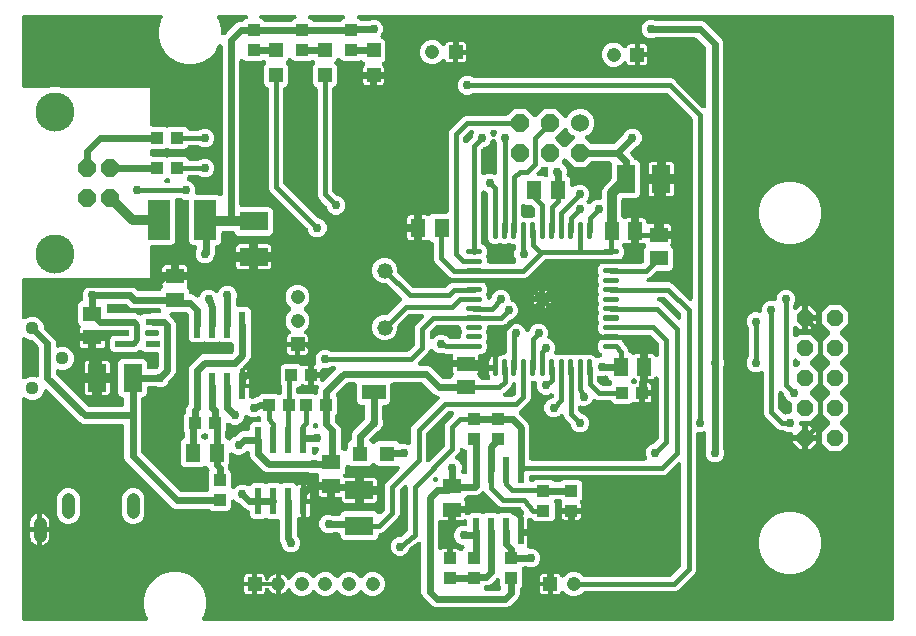
<source format=gbr>
G04 EAGLE Gerber X2 export*
G75*
%MOMM*%
%FSLAX34Y34*%
%LPD*%
%AMOC8*
5,1,8,0,0,1.08239X$1,22.5*%
G01*
%ADD10P,1.578125X8X292.500000*%
%ADD11C,3.316000*%
%ADD12C,1.108000*%
%ADD13C,1.117600*%
%ADD14R,0.600000X2.200000*%
%ADD15R,1.200000X0.550000*%
%ADD16R,1.600000X2.400000*%
%ADD17R,2.400000X1.600000*%
%ADD18R,1.100000X1.000000*%
%ADD19R,1.000000X1.100000*%
%ADD20R,1.300000X1.600000*%
%ADD21R,1.600000X1.300000*%
%ADD22R,1.900000X3.400000*%
%ADD23C,0.360000*%
%ADD24C,1.000000*%
%ADD25C,1.524000*%
%ADD26P,1.649562X8X202.500000*%
%ADD27R,1.200000X1.200000*%
%ADD28C,1.320800*%
%ADD29R,1.208000X1.208000*%
%ADD30C,1.208000*%
%ADD31R,1.300000X1.300000*%
%ADD32R,2.000000X1.300000*%
%ADD33P,1.539592X8X292.500000*%
%ADD34C,0.508000*%
%ADD35C,0.609600*%
%ADD36C,0.756400*%
%ADD37C,0.406400*%
%ADD38C,0.812800*%

G36*
X114918Y10175D02*
X114918Y10175D01*
X115064Y10182D01*
X115118Y10195D01*
X115173Y10201D01*
X115313Y10244D01*
X115455Y10279D01*
X115505Y10302D01*
X115558Y10319D01*
X115686Y10388D01*
X115819Y10451D01*
X115863Y10484D01*
X115912Y10511D01*
X116024Y10604D01*
X116142Y10691D01*
X116179Y10733D01*
X116221Y10768D01*
X116313Y10882D01*
X116411Y10991D01*
X116439Y11039D01*
X116474Y11082D01*
X116541Y11212D01*
X116615Y11338D01*
X116634Y11390D01*
X116659Y11439D01*
X116699Y11580D01*
X116748Y11718D01*
X116755Y11773D01*
X116770Y11826D01*
X116782Y11972D01*
X116802Y12117D01*
X116799Y12172D01*
X116803Y12228D01*
X116786Y12373D01*
X116777Y12519D01*
X116763Y12572D01*
X116756Y12627D01*
X116711Y12766D01*
X116673Y12908D01*
X116646Y12965D01*
X116632Y13010D01*
X116590Y13083D01*
X116531Y13208D01*
X115322Y15302D01*
X113539Y21956D01*
X113539Y28844D01*
X115322Y35498D01*
X118766Y41463D01*
X123637Y46334D01*
X129602Y49778D01*
X136256Y51561D01*
X143144Y51561D01*
X149798Y49778D01*
X155763Y46334D01*
X160634Y41463D01*
X164078Y35498D01*
X165861Y28844D01*
X165861Y21956D01*
X164078Y15302D01*
X162869Y13208D01*
X162808Y13074D01*
X162741Y12945D01*
X162726Y12891D01*
X162703Y12841D01*
X162670Y12698D01*
X162630Y12558D01*
X162625Y12502D01*
X162613Y12448D01*
X162609Y12302D01*
X162597Y12156D01*
X162603Y12101D01*
X162602Y12046D01*
X162627Y11902D01*
X162644Y11757D01*
X162661Y11704D01*
X162670Y11649D01*
X162723Y11513D01*
X162768Y11374D01*
X162796Y11325D01*
X162816Y11274D01*
X162894Y11151D01*
X162966Y11023D01*
X163003Y10981D01*
X163032Y10934D01*
X163134Y10829D01*
X163229Y10718D01*
X163273Y10685D01*
X163312Y10644D01*
X163432Y10561D01*
X163548Y10472D01*
X163597Y10447D01*
X163643Y10415D01*
X163777Y10358D01*
X163908Y10292D01*
X163962Y10278D01*
X164013Y10256D01*
X164156Y10226D01*
X164297Y10188D01*
X164360Y10183D01*
X164407Y10173D01*
X164490Y10172D01*
X164628Y10161D01*
X746633Y10161D01*
X746651Y10163D01*
X746669Y10161D01*
X746851Y10182D01*
X747034Y10201D01*
X747051Y10206D01*
X747068Y10208D01*
X747243Y10265D01*
X747419Y10319D01*
X747434Y10327D01*
X747451Y10333D01*
X747611Y10423D01*
X747773Y10511D01*
X747786Y10522D01*
X747802Y10531D01*
X747941Y10651D01*
X748082Y10768D01*
X748093Y10782D01*
X748107Y10794D01*
X748219Y10939D01*
X748334Y11082D01*
X748342Y11098D01*
X748353Y11112D01*
X748435Y11277D01*
X748520Y11439D01*
X748525Y11456D01*
X748533Y11472D01*
X748580Y11651D01*
X748631Y11826D01*
X748633Y11844D01*
X748637Y11861D01*
X748664Y12192D01*
X748664Y521208D01*
X748662Y521226D01*
X748664Y521244D01*
X748643Y521426D01*
X748624Y521609D01*
X748619Y521626D01*
X748617Y521643D01*
X748560Y521818D01*
X748506Y521994D01*
X748498Y522009D01*
X748492Y522026D01*
X748402Y522186D01*
X748314Y522348D01*
X748303Y522361D01*
X748294Y522377D01*
X748174Y522516D01*
X748057Y522657D01*
X748043Y522668D01*
X748031Y522682D01*
X747886Y522794D01*
X747743Y522909D01*
X747727Y522917D01*
X747713Y522928D01*
X747548Y523010D01*
X747386Y523095D01*
X747369Y523100D01*
X747353Y523108D01*
X747174Y523155D01*
X746999Y523206D01*
X746981Y523208D01*
X746964Y523212D01*
X746633Y523239D01*
X295729Y523239D01*
X295725Y523239D01*
X295720Y523239D01*
X295526Y523219D01*
X295329Y523199D01*
X295324Y523198D01*
X295320Y523198D01*
X295132Y523139D01*
X294944Y523081D01*
X294940Y523079D01*
X294935Y523078D01*
X294761Y522982D01*
X294590Y522889D01*
X294586Y522887D01*
X294582Y522884D01*
X294429Y522756D01*
X294280Y522632D01*
X294278Y522628D01*
X294274Y522625D01*
X294149Y522469D01*
X294028Y522318D01*
X294026Y522314D01*
X294023Y522311D01*
X293931Y522130D01*
X293843Y521961D01*
X293841Y521956D01*
X293839Y521952D01*
X293785Y521762D01*
X293731Y521574D01*
X293731Y521569D01*
X293730Y521565D01*
X293715Y521372D01*
X293698Y521172D01*
X293699Y521168D01*
X293698Y521164D01*
X293722Y520970D01*
X293745Y520773D01*
X293747Y520768D01*
X293747Y520764D01*
X293808Y520579D01*
X293870Y520390D01*
X293872Y520386D01*
X293874Y520382D01*
X293970Y520213D01*
X294068Y520039D01*
X294071Y520036D01*
X294073Y520032D01*
X294202Y519884D01*
X294331Y519735D01*
X294335Y519732D01*
X294338Y519728D01*
X294494Y519608D01*
X294649Y519488D01*
X294653Y519486D01*
X294657Y519483D01*
X294952Y519331D01*
X297098Y518442D01*
X297128Y518433D01*
X297156Y518419D01*
X297321Y518375D01*
X297484Y518326D01*
X297515Y518323D01*
X297545Y518315D01*
X297876Y518288D01*
X304238Y518288D01*
X304269Y518291D01*
X304300Y518289D01*
X304470Y518311D01*
X304639Y518328D01*
X304669Y518337D01*
X304700Y518341D01*
X305015Y518442D01*
X306414Y519022D01*
X309536Y519022D01*
X312420Y517827D01*
X314627Y515620D01*
X315822Y512736D01*
X315822Y509614D01*
X314627Y506730D01*
X314301Y506404D01*
X314293Y506394D01*
X314283Y506385D01*
X314165Y506237D01*
X314046Y506093D01*
X314040Y506081D01*
X314032Y506071D01*
X313945Y505902D01*
X313858Y505737D01*
X313854Y505724D01*
X313848Y505712D01*
X313797Y505532D01*
X313743Y505351D01*
X313742Y505338D01*
X313738Y505325D01*
X313724Y505140D01*
X313706Y504950D01*
X313708Y504937D01*
X313707Y504924D01*
X313729Y504739D01*
X313750Y504550D01*
X313754Y504537D01*
X313756Y504524D01*
X313814Y504346D01*
X313871Y504166D01*
X313878Y504155D01*
X313882Y504142D01*
X313975Y503979D01*
X314066Y503814D01*
X314075Y503804D01*
X314082Y503792D01*
X314204Y503651D01*
X314327Y503507D01*
X314337Y503499D01*
X314346Y503488D01*
X314495Y503374D01*
X314643Y503257D01*
X314654Y503251D01*
X314665Y503243D01*
X314960Y503091D01*
X316278Y502546D01*
X317421Y501402D01*
X318040Y499909D01*
X318040Y486291D01*
X317421Y484798D01*
X316278Y483654D01*
X316071Y483569D01*
X316060Y483562D01*
X316047Y483558D01*
X315883Y483468D01*
X315717Y483379D01*
X315706Y483370D01*
X315694Y483363D01*
X315551Y483242D01*
X315406Y483122D01*
X315398Y483112D01*
X315387Y483103D01*
X315271Y482955D01*
X315152Y482809D01*
X315146Y482798D01*
X315138Y482787D01*
X315052Y482619D01*
X314965Y482453D01*
X314962Y482440D01*
X314955Y482428D01*
X314905Y482247D01*
X314852Y482067D01*
X314851Y482053D01*
X314847Y482040D01*
X314834Y481852D01*
X314818Y481665D01*
X314819Y481652D01*
X314818Y481639D01*
X314842Y481452D01*
X314863Y481265D01*
X314867Y481252D01*
X314869Y481239D01*
X314928Y481061D01*
X314986Y480882D01*
X314992Y480870D01*
X314997Y480858D01*
X315091Y480694D01*
X315182Y480531D01*
X315191Y480520D01*
X315198Y480509D01*
X315412Y480256D01*
X316008Y479660D01*
X316343Y479081D01*
X316516Y478435D01*
X316516Y475099D01*
X308943Y475099D01*
X308925Y475097D01*
X308908Y475099D01*
X308725Y475078D01*
X308543Y475059D01*
X308526Y475054D01*
X308508Y475052D01*
X308333Y474995D01*
X308158Y474941D01*
X308142Y474933D01*
X308125Y474927D01*
X307976Y474843D01*
X307922Y474870D01*
X307759Y474955D01*
X307742Y474960D01*
X307726Y474968D01*
X307548Y475015D01*
X307373Y475066D01*
X307355Y475068D01*
X307338Y475072D01*
X307007Y475099D01*
X299434Y475099D01*
X299434Y478435D01*
X299607Y479081D01*
X299942Y479660D01*
X300538Y480256D01*
X300546Y480266D01*
X300556Y480275D01*
X300673Y480421D01*
X300793Y480567D01*
X300799Y480579D01*
X300807Y480590D01*
X300893Y480756D01*
X300981Y480923D01*
X300985Y480936D01*
X300991Y480948D01*
X301043Y481129D01*
X301096Y481309D01*
X301097Y481322D01*
X301101Y481335D01*
X301115Y481521D01*
X301133Y481710D01*
X301131Y481723D01*
X301132Y481737D01*
X301110Y481922D01*
X301089Y482110D01*
X301085Y482123D01*
X301083Y482136D01*
X301025Y482314D01*
X300968Y482494D01*
X300961Y482506D01*
X300957Y482518D01*
X300864Y482682D01*
X300773Y482846D01*
X300764Y482857D01*
X300757Y482868D01*
X300634Y483009D01*
X300512Y483153D01*
X300502Y483162D01*
X300493Y483172D01*
X300344Y483286D01*
X300196Y483403D01*
X300185Y483409D01*
X300174Y483417D01*
X299879Y483569D01*
X299672Y483654D01*
X299027Y484299D01*
X299010Y484314D01*
X298995Y484330D01*
X298855Y484440D01*
X298716Y484554D01*
X298696Y484565D01*
X298678Y484579D01*
X298519Y484659D01*
X298360Y484743D01*
X298339Y484749D01*
X298319Y484759D01*
X298146Y484807D01*
X297974Y484858D01*
X297952Y484860D01*
X297930Y484866D01*
X297752Y484878D01*
X297573Y484894D01*
X297551Y484892D01*
X297529Y484893D01*
X297351Y484870D01*
X297173Y484851D01*
X297152Y484844D01*
X297129Y484841D01*
X296814Y484740D01*
X295234Y484085D01*
X282616Y484085D01*
X281123Y484704D01*
X279726Y486101D01*
X279715Y486109D01*
X279707Y486120D01*
X279560Y486237D01*
X279414Y486356D01*
X279402Y486362D01*
X279392Y486371D01*
X279224Y486457D01*
X279059Y486545D01*
X279046Y486548D01*
X279034Y486555D01*
X278852Y486606D01*
X278673Y486659D01*
X278659Y486661D01*
X278646Y486664D01*
X278459Y486679D01*
X278272Y486696D01*
X278258Y486694D01*
X278245Y486695D01*
X278060Y486673D01*
X277871Y486652D01*
X277859Y486648D01*
X277845Y486647D01*
X277668Y486588D01*
X277488Y486531D01*
X277476Y486524D01*
X277463Y486520D01*
X277300Y486427D01*
X277135Y486336D01*
X277125Y486327D01*
X277113Y486321D01*
X276971Y486197D01*
X276828Y486076D01*
X276820Y486065D01*
X276810Y486056D01*
X276695Y485907D01*
X276579Y485760D01*
X276573Y485748D01*
X276564Y485737D01*
X276413Y485442D01*
X276146Y484797D01*
X275385Y484036D01*
X275373Y484022D01*
X275360Y484011D01*
X275246Y483867D01*
X275130Y483725D01*
X275121Y483709D01*
X275110Y483695D01*
X275027Y483531D01*
X274941Y483369D01*
X274936Y483352D01*
X274928Y483336D01*
X274879Y483159D01*
X274826Y482983D01*
X274825Y482965D01*
X274820Y482948D01*
X274806Y482765D01*
X274790Y482582D01*
X274792Y482564D01*
X274790Y482547D01*
X274813Y482365D01*
X274833Y482182D01*
X274839Y482165D01*
X274841Y482147D01*
X274899Y481974D01*
X274955Y481798D01*
X274963Y481782D01*
X274969Y481766D01*
X275061Y481606D01*
X275150Y481446D01*
X275161Y481432D01*
X275170Y481417D01*
X275385Y481164D01*
X276146Y480402D01*
X276765Y478909D01*
X276765Y465291D01*
X276146Y463798D01*
X275002Y462654D01*
X274051Y462260D01*
X274031Y462249D01*
X274010Y462242D01*
X273854Y462154D01*
X273696Y462070D01*
X273679Y462055D01*
X273659Y462044D01*
X273524Y461928D01*
X273385Y461813D01*
X273371Y461796D01*
X273354Y461781D01*
X273245Y461640D01*
X273132Y461501D01*
X273121Y461481D01*
X273108Y461463D01*
X273028Y461302D01*
X272945Y461144D01*
X272938Y461123D01*
X272928Y461103D01*
X272882Y460929D01*
X272832Y460758D01*
X272830Y460735D01*
X272824Y460714D01*
X272797Y460383D01*
X272797Y374842D01*
X272799Y374815D01*
X272797Y374788D01*
X272819Y374614D01*
X272837Y374441D01*
X272844Y374416D01*
X272848Y374389D01*
X272903Y374223D01*
X272955Y374056D01*
X272968Y374033D01*
X272976Y374007D01*
X273063Y373856D01*
X273147Y373702D01*
X273164Y373682D01*
X273177Y373658D01*
X273392Y373405D01*
X276405Y370392D01*
X276426Y370375D01*
X276444Y370354D01*
X276582Y370247D01*
X276717Y370137D01*
X276741Y370124D01*
X276762Y370108D01*
X276919Y370030D01*
X277073Y369948D01*
X277098Y369940D01*
X277122Y369928D01*
X277292Y369883D01*
X277459Y369833D01*
X277485Y369831D01*
X277511Y369824D01*
X277772Y369802D01*
X280670Y368602D01*
X282877Y366395D01*
X284072Y363511D01*
X284072Y360389D01*
X282877Y357505D01*
X280670Y355298D01*
X277786Y354103D01*
X274664Y354103D01*
X271780Y355298D01*
X269573Y357505D01*
X268377Y360393D01*
X268356Y360561D01*
X268338Y360734D01*
X268331Y360759D01*
X268327Y360786D01*
X268272Y360952D01*
X268220Y361119D01*
X268207Y361142D01*
X268199Y361168D01*
X268112Y361319D01*
X268028Y361473D01*
X268011Y361493D01*
X267998Y361517D01*
X267783Y361770D01*
X263532Y366021D01*
X261531Y368021D01*
X260603Y370262D01*
X260603Y460383D01*
X260601Y460405D01*
X260603Y460428D01*
X260581Y460605D01*
X260563Y460784D01*
X260557Y460805D01*
X260554Y460827D01*
X260498Y460997D01*
X260445Y461169D01*
X260435Y461188D01*
X260428Y461210D01*
X260339Y461365D01*
X260253Y461523D01*
X260239Y461540D01*
X260228Y461559D01*
X260110Y461695D01*
X259996Y461832D01*
X259978Y461846D01*
X259964Y461863D01*
X259822Y461972D01*
X259682Y462084D01*
X259662Y462095D01*
X259644Y462108D01*
X259349Y462260D01*
X258398Y462654D01*
X257254Y463798D01*
X256635Y465291D01*
X256635Y478909D01*
X257254Y480402D01*
X258015Y481164D01*
X258027Y481177D01*
X258040Y481189D01*
X258154Y481333D01*
X258270Y481475D01*
X258279Y481491D01*
X258290Y481505D01*
X258373Y481668D01*
X258459Y481831D01*
X258464Y481848D01*
X258472Y481864D01*
X258521Y482040D01*
X258574Y482217D01*
X258575Y482235D01*
X258580Y482252D01*
X258594Y482434D01*
X258610Y482618D01*
X258608Y482635D01*
X258610Y482653D01*
X258587Y482835D01*
X258567Y483018D01*
X258561Y483035D01*
X258559Y483053D01*
X258501Y483227D01*
X258445Y483402D01*
X258437Y483417D01*
X258431Y483434D01*
X258340Y483593D01*
X258250Y483754D01*
X258239Y483768D01*
X258230Y483783D01*
X258015Y484036D01*
X257752Y484299D01*
X257735Y484314D01*
X257720Y484330D01*
X257580Y484441D01*
X257441Y484554D01*
X257421Y484565D01*
X257403Y484579D01*
X257244Y484659D01*
X257085Y484743D01*
X257064Y484749D01*
X257044Y484759D01*
X256871Y484807D01*
X256699Y484858D01*
X256677Y484860D01*
X256655Y484866D01*
X256476Y484878D01*
X256298Y484894D01*
X256276Y484892D01*
X256254Y484893D01*
X256075Y484870D01*
X255898Y484851D01*
X255877Y484844D01*
X255854Y484841D01*
X255539Y484740D01*
X253959Y484085D01*
X241341Y484085D01*
X239848Y484704D01*
X238451Y486101D01*
X238440Y486109D01*
X238432Y486120D01*
X238285Y486237D01*
X238139Y486356D01*
X238127Y486362D01*
X238117Y486371D01*
X237949Y486457D01*
X237784Y486545D01*
X237771Y486548D01*
X237759Y486555D01*
X237577Y486606D01*
X237398Y486659D01*
X237384Y486661D01*
X237371Y486664D01*
X237184Y486679D01*
X236997Y486696D01*
X236983Y486694D01*
X236970Y486695D01*
X236785Y486673D01*
X236596Y486652D01*
X236584Y486648D01*
X236570Y486647D01*
X236393Y486588D01*
X236213Y486531D01*
X236201Y486524D01*
X236188Y486520D01*
X236025Y486427D01*
X235860Y486336D01*
X235850Y486327D01*
X235838Y486321D01*
X235696Y486197D01*
X235553Y486076D01*
X235545Y486065D01*
X235535Y486056D01*
X235420Y485907D01*
X235304Y485760D01*
X235298Y485748D01*
X235289Y485737D01*
X235138Y485442D01*
X234871Y484797D01*
X234110Y484036D01*
X234098Y484022D01*
X234085Y484011D01*
X233971Y483867D01*
X233855Y483725D01*
X233846Y483709D01*
X233835Y483695D01*
X233752Y483531D01*
X233666Y483369D01*
X233661Y483352D01*
X233653Y483336D01*
X233604Y483159D01*
X233551Y482983D01*
X233550Y482965D01*
X233545Y482948D01*
X233531Y482765D01*
X233515Y482582D01*
X233517Y482564D01*
X233515Y482547D01*
X233538Y482365D01*
X233558Y482182D01*
X233564Y482165D01*
X233566Y482147D01*
X233624Y481974D01*
X233680Y481798D01*
X233688Y481782D01*
X233694Y481766D01*
X233786Y481606D01*
X233875Y481446D01*
X233886Y481432D01*
X233895Y481417D01*
X234110Y481164D01*
X234871Y480402D01*
X235490Y478909D01*
X235490Y465291D01*
X234871Y463798D01*
X233727Y462654D01*
X232776Y462260D01*
X232756Y462249D01*
X232735Y462242D01*
X232579Y462154D01*
X232421Y462070D01*
X232404Y462055D01*
X232384Y462044D01*
X232249Y461928D01*
X232110Y461813D01*
X232096Y461796D01*
X232079Y461781D01*
X231970Y461640D01*
X231857Y461501D01*
X231846Y461481D01*
X231833Y461463D01*
X231753Y461302D01*
X231670Y461144D01*
X231663Y461123D01*
X231653Y461103D01*
X231607Y460929D01*
X231557Y460758D01*
X231555Y460735D01*
X231549Y460714D01*
X231522Y460383D01*
X231522Y381192D01*
X231524Y381165D01*
X231522Y381138D01*
X231544Y380965D01*
X231562Y380791D01*
X231569Y380766D01*
X231573Y380739D01*
X231628Y380573D01*
X231680Y380406D01*
X231693Y380383D01*
X231701Y380357D01*
X231788Y380206D01*
X231872Y380052D01*
X231889Y380032D01*
X231902Y380008D01*
X232117Y379755D01*
X260530Y351342D01*
X260551Y351325D01*
X260569Y351304D01*
X260707Y351197D01*
X260842Y351087D01*
X260866Y351074D01*
X260887Y351058D01*
X261044Y350980D01*
X261198Y350898D01*
X261223Y350890D01*
X261247Y350878D01*
X261417Y350833D01*
X261584Y350783D01*
X261610Y350781D01*
X261636Y350774D01*
X261897Y350752D01*
X264795Y349552D01*
X267002Y347345D01*
X268197Y344461D01*
X268197Y341339D01*
X267002Y338455D01*
X264795Y336248D01*
X261911Y335053D01*
X258789Y335053D01*
X255905Y336248D01*
X253698Y338455D01*
X252502Y341343D01*
X252481Y341510D01*
X252463Y341684D01*
X252456Y341709D01*
X252452Y341736D01*
X252397Y341902D01*
X252345Y342069D01*
X252332Y342092D01*
X252324Y342118D01*
X252237Y342269D01*
X252153Y342423D01*
X252136Y342443D01*
X252123Y342467D01*
X251908Y342720D01*
X220256Y374371D01*
X219328Y376612D01*
X219328Y460383D01*
X219326Y460405D01*
X219328Y460428D01*
X219306Y460605D01*
X219288Y460784D01*
X219282Y460805D01*
X219279Y460827D01*
X219223Y460997D01*
X219170Y461169D01*
X219160Y461188D01*
X219153Y461210D01*
X219064Y461365D01*
X218978Y461523D01*
X218964Y461540D01*
X218953Y461559D01*
X218835Y461695D01*
X218721Y461832D01*
X218703Y461846D01*
X218689Y461863D01*
X218547Y461972D01*
X218407Y462084D01*
X218387Y462095D01*
X218369Y462108D01*
X218074Y462260D01*
X217123Y462654D01*
X215979Y463798D01*
X215360Y465291D01*
X215360Y478909D01*
X215979Y480402D01*
X216740Y481164D01*
X216752Y481177D01*
X216765Y481189D01*
X216879Y481333D01*
X216995Y481475D01*
X217004Y481491D01*
X217015Y481505D01*
X217098Y481668D01*
X217184Y481831D01*
X217189Y481848D01*
X217197Y481864D01*
X217246Y482040D01*
X217299Y482217D01*
X217300Y482235D01*
X217305Y482252D01*
X217319Y482434D01*
X217335Y482618D01*
X217333Y482635D01*
X217335Y482653D01*
X217312Y482835D01*
X217292Y483018D01*
X217286Y483035D01*
X217284Y483053D01*
X217226Y483227D01*
X217170Y483402D01*
X217162Y483417D01*
X217156Y483434D01*
X217065Y483593D01*
X216975Y483754D01*
X216964Y483768D01*
X216955Y483783D01*
X216740Y484036D01*
X216477Y484299D01*
X216460Y484314D01*
X216445Y484330D01*
X216305Y484441D01*
X216166Y484554D01*
X216146Y484565D01*
X216128Y484579D01*
X215969Y484659D01*
X215810Y484743D01*
X215789Y484749D01*
X215769Y484759D01*
X215596Y484807D01*
X215424Y484858D01*
X215402Y484860D01*
X215380Y484866D01*
X215201Y484878D01*
X215023Y484894D01*
X215001Y484892D01*
X214979Y484893D01*
X214800Y484870D01*
X214623Y484851D01*
X214602Y484844D01*
X214579Y484841D01*
X214264Y484740D01*
X212684Y484085D01*
X200066Y484085D01*
X198573Y484704D01*
X197905Y485371D01*
X197898Y485377D01*
X197893Y485384D01*
X197744Y485504D01*
X197594Y485626D01*
X197586Y485631D01*
X197579Y485636D01*
X197409Y485724D01*
X197238Y485815D01*
X197229Y485818D01*
X197222Y485822D01*
X197037Y485875D01*
X196852Y485930D01*
X196843Y485931D01*
X196835Y485933D01*
X196644Y485949D01*
X196451Y485966D01*
X196442Y485965D01*
X196433Y485966D01*
X196244Y485944D01*
X196051Y485923D01*
X196042Y485920D01*
X196034Y485919D01*
X195851Y485859D01*
X195667Y485801D01*
X195659Y485797D01*
X195651Y485794D01*
X195483Y485700D01*
X195315Y485606D01*
X195308Y485601D01*
X195300Y485596D01*
X195154Y485470D01*
X195008Y485346D01*
X195002Y485339D01*
X194995Y485333D01*
X194877Y485180D01*
X194758Y485030D01*
X194754Y485022D01*
X194749Y485015D01*
X194663Y484843D01*
X194576Y484671D01*
X194573Y484662D01*
X194569Y484655D01*
X194520Y484469D01*
X194468Y484283D01*
X194467Y484274D01*
X194465Y484266D01*
X194438Y483935D01*
X194438Y362471D01*
X194440Y362453D01*
X194438Y362435D01*
X194459Y362253D01*
X194478Y362070D01*
X194483Y362053D01*
X194485Y362036D01*
X194542Y361861D01*
X194596Y361685D01*
X194604Y361670D01*
X194610Y361653D01*
X194700Y361493D01*
X194788Y361331D01*
X194799Y361318D01*
X194808Y361302D01*
X194928Y361163D01*
X195045Y361022D01*
X195059Y361011D01*
X195071Y360997D01*
X195216Y360885D01*
X195359Y360770D01*
X195375Y360762D01*
X195389Y360751D01*
X195554Y360669D01*
X195716Y360584D01*
X195733Y360579D01*
X195749Y360571D01*
X195928Y360524D01*
X196103Y360473D01*
X196121Y360471D01*
X196138Y360467D01*
X196469Y360440D01*
X219184Y360440D01*
X220677Y359821D01*
X221821Y358677D01*
X222440Y357184D01*
X222440Y339566D01*
X221821Y338073D01*
X220677Y336929D01*
X219184Y336310D01*
X193566Y336310D01*
X192073Y336929D01*
X190929Y338073D01*
X190548Y338992D01*
X190538Y339012D01*
X190531Y339033D01*
X190443Y339189D01*
X190358Y339347D01*
X190344Y339364D01*
X190333Y339384D01*
X190216Y339519D01*
X190101Y339658D01*
X190084Y339672D01*
X190070Y339689D01*
X189929Y339798D01*
X189789Y339911D01*
X189769Y339922D01*
X189751Y339935D01*
X189591Y340015D01*
X189432Y340098D01*
X189411Y340105D01*
X189391Y340115D01*
X189217Y340161D01*
X189046Y340211D01*
X189024Y340213D01*
X189002Y340219D01*
X188671Y340246D01*
X181146Y340246D01*
X181128Y340244D01*
X181110Y340246D01*
X180928Y340225D01*
X180745Y340206D01*
X180728Y340201D01*
X180711Y340199D01*
X180536Y340142D01*
X180360Y340088D01*
X180345Y340080D01*
X180328Y340074D01*
X180168Y339984D01*
X180006Y339896D01*
X179993Y339885D01*
X179977Y339876D01*
X179838Y339756D01*
X179697Y339639D01*
X179686Y339625D01*
X179672Y339613D01*
X179560Y339468D01*
X179445Y339325D01*
X179437Y339309D01*
X179426Y339295D01*
X179344Y339130D01*
X179259Y338968D01*
X179254Y338951D01*
X179246Y338935D01*
X179199Y338756D01*
X179148Y338581D01*
X179146Y338563D01*
X179142Y338546D01*
X179115Y338215D01*
X179115Y331441D01*
X178496Y329948D01*
X177352Y328804D01*
X175859Y328185D01*
X175569Y328185D01*
X175551Y328183D01*
X175533Y328185D01*
X175351Y328164D01*
X175168Y328145D01*
X175151Y328140D01*
X175134Y328138D01*
X174959Y328081D01*
X174783Y328027D01*
X174768Y328019D01*
X174751Y328013D01*
X174591Y327923D01*
X174429Y327835D01*
X174416Y327824D01*
X174400Y327815D01*
X174261Y327695D01*
X174120Y327578D01*
X174109Y327564D01*
X174095Y327552D01*
X173983Y327407D01*
X173868Y327264D01*
X173860Y327248D01*
X173849Y327234D01*
X173767Y327069D01*
X173682Y326907D01*
X173677Y326890D01*
X173669Y326874D01*
X173622Y326695D01*
X173571Y326520D01*
X173569Y326502D01*
X173565Y326485D01*
X173538Y326154D01*
X173538Y320585D01*
X173101Y319532D01*
X173092Y319502D01*
X173078Y319474D01*
X173046Y319355D01*
X171752Y316230D01*
X169545Y314023D01*
X166661Y312828D01*
X163539Y312828D01*
X160655Y314023D01*
X158448Y316230D01*
X157253Y319114D01*
X157253Y322236D01*
X158554Y325377D01*
X158558Y325390D01*
X158564Y325401D01*
X158616Y325582D01*
X158671Y325762D01*
X158672Y325775D01*
X158676Y325788D01*
X158691Y325977D01*
X158709Y326163D01*
X158708Y326176D01*
X158709Y326190D01*
X158687Y326376D01*
X158667Y326563D01*
X158663Y326576D01*
X158662Y326589D01*
X158603Y326769D01*
X158547Y326948D01*
X158541Y326959D01*
X158537Y326972D01*
X158444Y327137D01*
X158354Y327301D01*
X158346Y327311D01*
X158339Y327323D01*
X158216Y327465D01*
X158095Y327609D01*
X158085Y327617D01*
X158076Y327628D01*
X157928Y327742D01*
X157780Y327860D01*
X157768Y327866D01*
X157758Y327874D01*
X157589Y327958D01*
X157422Y328044D01*
X157409Y328048D01*
X157397Y328054D01*
X157214Y328103D01*
X157035Y328154D01*
X157021Y328155D01*
X157008Y328158D01*
X156678Y328185D01*
X155241Y328185D01*
X153748Y328804D01*
X152604Y329948D01*
X151985Y331441D01*
X151985Y364772D01*
X151983Y364790D01*
X151985Y364808D01*
X151964Y364990D01*
X151945Y365173D01*
X151940Y365190D01*
X151938Y365207D01*
X151881Y365382D01*
X151827Y365558D01*
X151819Y365573D01*
X151813Y365590D01*
X151723Y365750D01*
X151635Y365912D01*
X151624Y365925D01*
X151615Y365941D01*
X151495Y366080D01*
X151378Y366221D01*
X151364Y366232D01*
X151352Y366246D01*
X151207Y366358D01*
X151064Y366473D01*
X151048Y366481D01*
X151034Y366492D01*
X150869Y366574D01*
X150707Y366659D01*
X150690Y366664D01*
X150674Y366672D01*
X150495Y366719D01*
X150320Y366770D01*
X150302Y366772D01*
X150285Y366776D01*
X149954Y366803D01*
X147664Y366803D01*
X144777Y367999D01*
X144644Y368103D01*
X144508Y368213D01*
X144485Y368226D01*
X144463Y368242D01*
X144307Y368320D01*
X144153Y368402D01*
X144127Y368410D01*
X144103Y368422D01*
X143934Y368467D01*
X143767Y368517D01*
X143740Y368519D01*
X143714Y368526D01*
X143383Y368553D01*
X142146Y368553D01*
X142128Y368551D01*
X142110Y368553D01*
X141928Y368532D01*
X141745Y368513D01*
X141728Y368508D01*
X141711Y368506D01*
X141536Y368449D01*
X141360Y368395D01*
X141345Y368387D01*
X141328Y368381D01*
X141168Y368291D01*
X141006Y368203D01*
X140993Y368192D01*
X140977Y368183D01*
X140838Y368063D01*
X140697Y367946D01*
X140686Y367932D01*
X140672Y367920D01*
X140560Y367775D01*
X140445Y367632D01*
X140437Y367616D01*
X140426Y367602D01*
X140344Y367437D01*
X140259Y367275D01*
X140254Y367258D01*
X140246Y367242D01*
X140199Y367063D01*
X140148Y366888D01*
X140146Y366870D01*
X140142Y366853D01*
X140115Y366522D01*
X140115Y331441D01*
X139496Y329948D01*
X138352Y328804D01*
X136859Y328185D01*
X120650Y328185D01*
X120632Y328183D01*
X120614Y328185D01*
X120432Y328164D01*
X120249Y328145D01*
X120232Y328140D01*
X120215Y328138D01*
X120040Y328081D01*
X119864Y328027D01*
X119849Y328019D01*
X119832Y328013D01*
X119672Y327923D01*
X119510Y327835D01*
X119497Y327824D01*
X119481Y327815D01*
X119342Y327695D01*
X119201Y327578D01*
X119190Y327564D01*
X119177Y327552D01*
X119064Y327407D01*
X118949Y327264D01*
X118941Y327248D01*
X118930Y327234D01*
X118848Y327069D01*
X118763Y326907D01*
X118758Y326890D01*
X118750Y326874D01*
X118703Y326695D01*
X118652Y326520D01*
X118650Y326502D01*
X118646Y326485D01*
X118619Y326154D01*
X118619Y300481D01*
X43397Y300481D01*
X43366Y300478D01*
X43335Y300480D01*
X43167Y300458D01*
X42997Y300441D01*
X42967Y300432D01*
X42936Y300428D01*
X42620Y300327D01*
X42206Y300155D01*
X33994Y300155D01*
X33580Y300327D01*
X33550Y300336D01*
X33522Y300350D01*
X33357Y300394D01*
X33195Y300443D01*
X33163Y300446D01*
X33133Y300454D01*
X32803Y300481D01*
X12192Y300481D01*
X12174Y300479D01*
X12156Y300481D01*
X11974Y300460D01*
X11791Y300441D01*
X11774Y300436D01*
X11757Y300434D01*
X11582Y300377D01*
X11406Y300323D01*
X11391Y300315D01*
X11374Y300309D01*
X11214Y300219D01*
X11052Y300131D01*
X11039Y300120D01*
X11023Y300111D01*
X10884Y299991D01*
X10743Y299874D01*
X10732Y299860D01*
X10718Y299848D01*
X10606Y299703D01*
X10491Y299560D01*
X10483Y299544D01*
X10472Y299530D01*
X10390Y299365D01*
X10305Y299203D01*
X10300Y299186D01*
X10292Y299170D01*
X10245Y298991D01*
X10194Y298816D01*
X10192Y298798D01*
X10188Y298781D01*
X10161Y298450D01*
X10161Y267476D01*
X10162Y267467D01*
X10161Y267458D01*
X10182Y267266D01*
X10201Y267075D01*
X10203Y267066D01*
X10204Y267057D01*
X10263Y266872D01*
X10319Y266690D01*
X10323Y266682D01*
X10326Y266674D01*
X10419Y266505D01*
X10511Y266336D01*
X10516Y266329D01*
X10521Y266321D01*
X10646Y266173D01*
X10768Y266027D01*
X10775Y266021D01*
X10781Y266014D01*
X10933Y265894D01*
X11082Y265774D01*
X11090Y265770D01*
X11097Y265765D01*
X11269Y265677D01*
X11439Y265589D01*
X11448Y265586D01*
X11456Y265582D01*
X11640Y265531D01*
X11826Y265478D01*
X11835Y265477D01*
X11844Y265474D01*
X12034Y265461D01*
X12228Y265445D01*
X12237Y265446D01*
X12245Y265445D01*
X12436Y265469D01*
X12627Y265492D01*
X12636Y265494D01*
X12645Y265495D01*
X12828Y265557D01*
X13010Y265616D01*
X13018Y265621D01*
X13027Y265624D01*
X13193Y265719D01*
X13361Y265814D01*
X13368Y265820D01*
X13375Y265825D01*
X13566Y265987D01*
X14217Y266256D01*
X17130Y267463D01*
X20970Y267463D01*
X24518Y265993D01*
X27233Y263278D01*
X28703Y259730D01*
X28703Y259058D01*
X28705Y259031D01*
X28703Y259004D01*
X28725Y258830D01*
X28743Y258657D01*
X28750Y258631D01*
X28754Y258605D01*
X28809Y258439D01*
X28861Y258272D01*
X28874Y258248D01*
X28882Y258223D01*
X28969Y258071D01*
X29053Y257918D01*
X29070Y257898D01*
X29083Y257874D01*
X29298Y257621D01*
X37780Y249139D01*
X38863Y246525D01*
X38863Y243584D01*
X38864Y243570D01*
X38863Y243557D01*
X38884Y243371D01*
X38903Y243183D01*
X38907Y243170D01*
X38908Y243157D01*
X38966Y242977D01*
X39021Y242798D01*
X39027Y242786D01*
X39031Y242774D01*
X39123Y242609D01*
X39213Y242444D01*
X39221Y242434D01*
X39228Y242422D01*
X39350Y242279D01*
X39470Y242135D01*
X39481Y242127D01*
X39489Y242116D01*
X39638Y242000D01*
X39784Y241883D01*
X39796Y241876D01*
X39806Y241868D01*
X39976Y241783D01*
X40141Y241697D01*
X40154Y241693D01*
X40166Y241687D01*
X40349Y241637D01*
X40528Y241586D01*
X40542Y241585D01*
X40555Y241581D01*
X40743Y241568D01*
X40930Y241553D01*
X40943Y241554D01*
X40956Y241553D01*
X41144Y241578D01*
X41329Y241600D01*
X41342Y241604D01*
X41355Y241606D01*
X41671Y241707D01*
X42530Y242063D01*
X46370Y242063D01*
X49918Y240593D01*
X52633Y237878D01*
X54103Y234330D01*
X54103Y230490D01*
X52633Y226942D01*
X49918Y224227D01*
X47642Y223284D01*
X46370Y222757D01*
X42530Y222757D01*
X41671Y223113D01*
X41658Y223117D01*
X41647Y223123D01*
X41467Y223175D01*
X41286Y223229D01*
X41273Y223231D01*
X41260Y223234D01*
X41072Y223250D01*
X40885Y223268D01*
X40872Y223266D01*
X40858Y223267D01*
X40672Y223245D01*
X40485Y223226D01*
X40472Y223222D01*
X40459Y223220D01*
X40280Y223162D01*
X40100Y223106D01*
X40089Y223100D01*
X40076Y223095D01*
X39912Y223003D01*
X39747Y222913D01*
X39737Y222904D01*
X39725Y222898D01*
X39583Y222775D01*
X39439Y222654D01*
X39431Y222643D01*
X39420Y222634D01*
X39306Y222486D01*
X39188Y222339D01*
X39182Y222327D01*
X39174Y222316D01*
X39090Y222148D01*
X39004Y221981D01*
X39000Y221968D01*
X38994Y221956D01*
X38945Y221773D01*
X38894Y221593D01*
X38893Y221580D01*
X38890Y221567D01*
X38863Y221236D01*
X38863Y219688D01*
X38865Y219661D01*
X38863Y219634D01*
X38885Y219460D01*
X38903Y219287D01*
X38910Y219261D01*
X38914Y219235D01*
X38970Y219069D01*
X39021Y218902D01*
X39034Y218878D01*
X39042Y218853D01*
X39129Y218701D01*
X39213Y218548D01*
X39230Y218528D01*
X39243Y218504D01*
X39458Y218251D01*
X65851Y191858D01*
X65872Y191841D01*
X65889Y191820D01*
X66027Y191713D01*
X66163Y191603D01*
X66186Y191590D01*
X66208Y191574D01*
X66364Y191496D01*
X66518Y191414D01*
X66544Y191406D01*
X66568Y191394D01*
X66737Y191349D01*
X66904Y191299D01*
X66931Y191297D01*
X66957Y191290D01*
X67288Y191263D01*
X94756Y191263D01*
X94774Y191265D01*
X94792Y191263D01*
X94974Y191284D01*
X95157Y191303D01*
X95174Y191308D01*
X95191Y191310D01*
X95366Y191367D01*
X95542Y191421D01*
X95557Y191429D01*
X95574Y191435D01*
X95734Y191525D01*
X95896Y191613D01*
X95909Y191624D01*
X95925Y191633D01*
X96064Y191753D01*
X96205Y191870D01*
X96216Y191884D01*
X96230Y191896D01*
X96342Y192040D01*
X96457Y192184D01*
X96465Y192200D01*
X96476Y192214D01*
X96558Y192378D01*
X96643Y192541D01*
X96648Y192558D01*
X96656Y192574D01*
X96703Y192752D01*
X96754Y192928D01*
X96756Y192946D01*
X96760Y192963D01*
X96787Y193294D01*
X96787Y197804D01*
X96785Y197822D01*
X96787Y197840D01*
X96766Y198022D01*
X96747Y198205D01*
X96742Y198222D01*
X96740Y198239D01*
X96683Y198414D01*
X96629Y198590D01*
X96621Y198605D01*
X96615Y198622D01*
X96525Y198782D01*
X96437Y198944D01*
X96426Y198957D01*
X96417Y198973D01*
X96297Y199112D01*
X96180Y199253D01*
X96166Y199264D01*
X96154Y199278D01*
X96009Y199390D01*
X95866Y199505D01*
X95850Y199513D01*
X95836Y199524D01*
X95671Y199606D01*
X95509Y199691D01*
X95492Y199696D01*
X95476Y199704D01*
X95297Y199751D01*
X95285Y199755D01*
X93598Y200454D01*
X92454Y201598D01*
X91835Y203091D01*
X91835Y228709D01*
X92454Y230202D01*
X93598Y231346D01*
X95091Y231965D01*
X112709Y231965D01*
X114202Y231346D01*
X115346Y230202D01*
X115965Y228709D01*
X115965Y225044D01*
X115967Y225026D01*
X115965Y225008D01*
X115987Y224825D01*
X116005Y224643D01*
X116010Y224626D01*
X116012Y224609D01*
X116069Y224434D01*
X116123Y224258D01*
X116131Y224243D01*
X116137Y224226D01*
X116228Y224065D01*
X116315Y223904D01*
X116326Y223891D01*
X116335Y223875D01*
X116455Y223736D01*
X116572Y223595D01*
X116586Y223584D01*
X116598Y223570D01*
X116743Y223458D01*
X116886Y223343D01*
X116902Y223335D01*
X116916Y223324D01*
X117081Y223242D01*
X117243Y223157D01*
X117260Y223152D01*
X117276Y223144D01*
X117455Y223097D01*
X117630Y223046D01*
X117648Y223044D01*
X117665Y223040D01*
X117996Y223013D01*
X123212Y223013D01*
X123239Y223015D01*
X123266Y223013D01*
X123440Y223035D01*
X123613Y223053D01*
X123639Y223060D01*
X123665Y223064D01*
X123831Y223119D01*
X123998Y223171D01*
X124022Y223184D01*
X124047Y223192D01*
X124199Y223279D01*
X124352Y223363D01*
X124372Y223380D01*
X124396Y223393D01*
X124649Y223608D01*
X125642Y224601D01*
X125659Y224622D01*
X125680Y224639D01*
X125787Y224777D01*
X125897Y224913D01*
X125910Y224936D01*
X125926Y224958D01*
X126004Y225114D01*
X126086Y225268D01*
X126094Y225294D01*
X126106Y225318D01*
X126151Y225487D01*
X126201Y225654D01*
X126203Y225681D01*
X126210Y225707D01*
X126237Y226038D01*
X126237Y235654D01*
X126237Y235661D01*
X126237Y235665D01*
X126236Y235675D01*
X126237Y235690D01*
X126216Y235872D01*
X126197Y236055D01*
X126192Y236072D01*
X126190Y236089D01*
X126133Y236264D01*
X126079Y236440D01*
X126071Y236455D01*
X126065Y236472D01*
X125975Y236632D01*
X125887Y236794D01*
X125876Y236807D01*
X125867Y236823D01*
X125747Y236962D01*
X125630Y237103D01*
X125616Y237114D01*
X125604Y237128D01*
X125459Y237240D01*
X125316Y237355D01*
X125300Y237363D01*
X125286Y237374D01*
X125121Y237456D01*
X124959Y237541D01*
X124942Y237546D01*
X124926Y237554D01*
X124747Y237601D01*
X124572Y237652D01*
X124554Y237654D01*
X124537Y237658D01*
X124206Y237685D01*
X114142Y237685D01*
X112649Y238304D01*
X111733Y239220D01*
X111719Y239231D01*
X111707Y239245D01*
X111563Y239358D01*
X111421Y239475D01*
X111406Y239483D01*
X111392Y239494D01*
X111227Y239578D01*
X111066Y239663D01*
X111049Y239669D01*
X111033Y239677D01*
X110855Y239726D01*
X110680Y239778D01*
X110662Y239780D01*
X110645Y239785D01*
X110462Y239798D01*
X110279Y239815D01*
X110261Y239813D01*
X110243Y239814D01*
X110062Y239791D01*
X109879Y239771D01*
X109861Y239766D01*
X109844Y239764D01*
X109670Y239705D01*
X109495Y239650D01*
X109479Y239641D01*
X109462Y239635D01*
X109303Y239544D01*
X109142Y239455D01*
X109129Y239443D01*
X109113Y239434D01*
X108860Y239220D01*
X108541Y238901D01*
X106114Y237895D01*
X102669Y237895D01*
X102637Y237892D01*
X102606Y237894D01*
X102438Y237872D01*
X102268Y237855D01*
X102238Y237846D01*
X102207Y237842D01*
X101891Y237741D01*
X101758Y237685D01*
X88140Y237685D01*
X86647Y238304D01*
X85503Y239448D01*
X84884Y240941D01*
X84884Y248059D01*
X85503Y249552D01*
X85813Y249863D01*
X85830Y249883D01*
X85851Y249901D01*
X85958Y250039D01*
X86068Y250174D01*
X86081Y250198D01*
X86097Y250219D01*
X86175Y250376D01*
X86257Y250530D01*
X86265Y250555D01*
X86277Y250580D01*
X86322Y250749D01*
X86372Y250916D01*
X86374Y250942D01*
X86381Y250968D01*
X86408Y251299D01*
X86408Y251969D01*
X94949Y251969D01*
X94966Y251970D01*
X94984Y251969D01*
X95167Y251990D01*
X95349Y252008D01*
X95366Y252014D01*
X95384Y252016D01*
X95559Y252073D01*
X95734Y252127D01*
X95750Y252135D01*
X95767Y252141D01*
X95927Y252231D01*
X96088Y252318D01*
X96102Y252330D01*
X96117Y252339D01*
X96257Y252459D01*
X96397Y252576D01*
X96409Y252590D01*
X96422Y252602D01*
X96535Y252747D01*
X96650Y252890D01*
X96658Y252906D01*
X96669Y252920D01*
X96751Y253084D01*
X96835Y253247D01*
X96840Y253264D01*
X96848Y253280D01*
X96896Y253458D01*
X96947Y253634D01*
X96948Y253652D01*
X96953Y253669D01*
X96980Y254000D01*
X96978Y254018D01*
X96980Y254035D01*
X96980Y254036D01*
X96958Y254218D01*
X96940Y254401D01*
X96935Y254418D01*
X96933Y254436D01*
X96876Y254610D01*
X96822Y254786D01*
X96813Y254801D01*
X96808Y254818D01*
X96717Y254979D01*
X96630Y255140D01*
X96619Y255153D01*
X96610Y255169D01*
X96490Y255308D01*
X96372Y255449D01*
X96358Y255460D01*
X96347Y255474D01*
X96202Y255586D01*
X96059Y255701D01*
X96043Y255710D01*
X96029Y255720D01*
X95864Y255802D01*
X95701Y255887D01*
X95684Y255892D01*
X95668Y255900D01*
X95490Y255948D01*
X95314Y255998D01*
X95297Y256000D01*
X95279Y256004D01*
X94949Y256031D01*
X85519Y256031D01*
X85487Y256057D01*
X85471Y256065D01*
X85457Y256076D01*
X85292Y256158D01*
X85130Y256243D01*
X85113Y256248D01*
X85097Y256256D01*
X84918Y256303D01*
X84743Y256354D01*
X84725Y256356D01*
X84708Y256360D01*
X84377Y256387D01*
X82422Y256387D01*
X82404Y256385D01*
X82386Y256387D01*
X82204Y256366D01*
X82021Y256347D01*
X82004Y256342D01*
X81987Y256340D01*
X81812Y256283D01*
X81636Y256229D01*
X81621Y256221D01*
X81604Y256215D01*
X81444Y256125D01*
X81282Y256037D01*
X81269Y256026D01*
X81253Y256017D01*
X81114Y255897D01*
X80973Y255780D01*
X80962Y255766D01*
X80948Y255754D01*
X80836Y255609D01*
X80721Y255466D01*
X80713Y255450D01*
X80702Y255436D01*
X80620Y255271D01*
X80535Y255109D01*
X80530Y255092D01*
X80522Y255076D01*
X80475Y254897D01*
X80424Y254722D01*
X80422Y254704D01*
X80418Y254687D01*
X80391Y254356D01*
X80391Y253599D01*
X71068Y253599D01*
X71050Y253597D01*
X71033Y253599D01*
X70850Y253578D01*
X70668Y253559D01*
X70651Y253554D01*
X70633Y253552D01*
X70458Y253495D01*
X70283Y253441D01*
X70267Y253433D01*
X70250Y253427D01*
X70090Y253337D01*
X69929Y253249D01*
X69915Y253238D01*
X69899Y253229D01*
X69847Y253184D01*
X69742Y253269D01*
X69726Y253277D01*
X69712Y253288D01*
X69547Y253370D01*
X69384Y253455D01*
X69367Y253460D01*
X69351Y253468D01*
X69173Y253515D01*
X68998Y253566D01*
X68980Y253568D01*
X68963Y253572D01*
X68632Y253599D01*
X59309Y253599D01*
X59309Y257185D01*
X59482Y257831D01*
X59669Y258153D01*
X59733Y258295D01*
X59803Y258433D01*
X59815Y258478D01*
X59835Y258520D01*
X59869Y258672D01*
X59911Y258821D01*
X59914Y258867D01*
X59925Y258913D01*
X59929Y259068D01*
X59940Y259223D01*
X59934Y259269D01*
X59936Y259315D01*
X59909Y259468D01*
X59890Y259622D01*
X59875Y259666D01*
X59867Y259712D01*
X59811Y259857D01*
X59762Y260004D01*
X59739Y260044D01*
X59722Y260087D01*
X59638Y260219D01*
X59561Y260353D01*
X59527Y260392D01*
X59505Y260427D01*
X59445Y260489D01*
X59346Y260606D01*
X58404Y261548D01*
X57785Y263041D01*
X57785Y277659D01*
X58404Y279152D01*
X59548Y280296D01*
X61143Y280957D01*
X61159Y280965D01*
X61176Y280971D01*
X61336Y281060D01*
X61498Y281147D01*
X61512Y281159D01*
X61528Y281167D01*
X61667Y281286D01*
X61809Y281404D01*
X61820Y281417D01*
X61834Y281429D01*
X61947Y281573D01*
X62062Y281716D01*
X62071Y281732D01*
X62082Y281746D01*
X62164Y281910D01*
X62250Y282073D01*
X62254Y282090D01*
X62263Y282106D01*
X62311Y282284D01*
X62363Y282459D01*
X62364Y282477D01*
X62369Y282494D01*
X62381Y282677D01*
X62397Y282860D01*
X62395Y282878D01*
X62396Y282896D01*
X62373Y283078D01*
X62352Y283260D01*
X62347Y283277D01*
X62344Y283295D01*
X62243Y283611D01*
X62003Y284189D01*
X62003Y287311D01*
X63198Y290195D01*
X65405Y292402D01*
X68289Y293597D01*
X71411Y293597D01*
X72810Y293017D01*
X72839Y293008D01*
X72867Y292994D01*
X73032Y292950D01*
X73195Y292901D01*
X73226Y292898D01*
X73256Y292890D01*
X73587Y292863D01*
X103015Y292863D01*
X105629Y291780D01*
X107601Y289808D01*
X107622Y289791D01*
X107639Y289770D01*
X107777Y289663D01*
X107913Y289553D01*
X107936Y289540D01*
X107958Y289524D01*
X108114Y289446D01*
X108268Y289364D01*
X108294Y289356D01*
X108318Y289344D01*
X108487Y289299D01*
X108654Y289249D01*
X108681Y289247D01*
X108707Y289240D01*
X109038Y289213D01*
X126197Y289213D01*
X126219Y289215D01*
X126241Y289213D01*
X126419Y289235D01*
X126598Y289253D01*
X126619Y289259D01*
X126641Y289262D01*
X126812Y289318D01*
X126982Y289371D01*
X127002Y289381D01*
X127023Y289388D01*
X127179Y289477D01*
X127336Y289563D01*
X127354Y289577D01*
X127373Y289588D01*
X127508Y289706D01*
X127646Y289820D01*
X127660Y289838D01*
X127677Y289852D01*
X127786Y289995D01*
X127898Y290134D01*
X127908Y290154D01*
X127922Y290171D01*
X128074Y290467D01*
X128254Y290902D01*
X129196Y291844D01*
X129294Y291965D01*
X129398Y292080D01*
X129422Y292120D01*
X129451Y292156D01*
X129524Y292293D01*
X129603Y292426D01*
X129618Y292471D01*
X129640Y292512D01*
X129684Y292660D01*
X129735Y292807D01*
X129741Y292853D01*
X129755Y292898D01*
X129769Y293052D01*
X129790Y293206D01*
X129787Y293252D01*
X129791Y293299D01*
X129774Y293453D01*
X129765Y293607D01*
X129753Y293652D01*
X129748Y293699D01*
X129701Y293847D01*
X129661Y293996D01*
X129638Y294044D01*
X129626Y294083D01*
X129584Y294158D01*
X129519Y294296D01*
X129332Y294619D01*
X129159Y295265D01*
X129159Y298851D01*
X138482Y298851D01*
X138500Y298852D01*
X138517Y298851D01*
X138700Y298872D01*
X138882Y298891D01*
X138899Y298896D01*
X138917Y298898D01*
X139092Y298955D01*
X139267Y299009D01*
X139283Y299017D01*
X139300Y299023D01*
X139460Y299113D01*
X139621Y299200D01*
X139635Y299212D01*
X139651Y299221D01*
X139703Y299266D01*
X139808Y299181D01*
X139824Y299173D01*
X139838Y299162D01*
X140003Y299080D01*
X140166Y298995D01*
X140183Y298990D01*
X140199Y298982D01*
X140377Y298934D01*
X140552Y298884D01*
X140570Y298882D01*
X140587Y298878D01*
X140918Y298851D01*
X150241Y298851D01*
X150241Y295265D01*
X150068Y294619D01*
X149881Y294296D01*
X149817Y294155D01*
X149747Y294017D01*
X149735Y293972D01*
X149715Y293930D01*
X149681Y293778D01*
X149639Y293629D01*
X149636Y293582D01*
X149625Y293537D01*
X149621Y293382D01*
X149610Y293227D01*
X149616Y293181D01*
X149614Y293135D01*
X149641Y292982D01*
X149660Y292828D01*
X149675Y292784D01*
X149683Y292738D01*
X149739Y292593D01*
X149788Y292446D01*
X149812Y292406D01*
X149828Y292363D01*
X149912Y292232D01*
X149989Y292097D01*
X150023Y292057D01*
X150045Y292023D01*
X150105Y291961D01*
X150204Y291844D01*
X151146Y290902D01*
X151765Y289409D01*
X151765Y288544D01*
X151767Y288526D01*
X151765Y288508D01*
X151786Y288326D01*
X151805Y288143D01*
X151810Y288126D01*
X151812Y288109D01*
X151869Y287934D01*
X151923Y287758D01*
X151931Y287743D01*
X151937Y287726D01*
X152027Y287566D01*
X152115Y287404D01*
X152126Y287391D01*
X152135Y287375D01*
X152255Y287236D01*
X152372Y287095D01*
X152386Y287084D01*
X152398Y287070D01*
X152543Y286958D01*
X152686Y286843D01*
X152702Y286835D01*
X152716Y286824D01*
X152881Y286742D01*
X153043Y286657D01*
X153060Y286652D01*
X153076Y286644D01*
X153255Y286597D01*
X153430Y286546D01*
X153448Y286544D01*
X153465Y286540D01*
X153796Y286513D01*
X153815Y286513D01*
X156429Y285430D01*
X157486Y284373D01*
X157497Y284364D01*
X157505Y284354D01*
X157653Y284236D01*
X157798Y284117D01*
X157810Y284111D01*
X157820Y284103D01*
X157987Y284017D01*
X158154Y283929D01*
X158166Y283925D01*
X158178Y283919D01*
X158358Y283868D01*
X158539Y283814D01*
X158553Y283813D01*
X158566Y283809D01*
X158751Y283795D01*
X158940Y283778D01*
X158954Y283779D01*
X158967Y283778D01*
X159152Y283801D01*
X159341Y283821D01*
X159354Y283825D01*
X159367Y283827D01*
X159544Y283886D01*
X159725Y283943D01*
X159736Y283949D01*
X159749Y283953D01*
X159912Y284046D01*
X160077Y284137D01*
X160087Y284146D01*
X160099Y284153D01*
X160240Y284276D01*
X160384Y284398D01*
X160392Y284408D01*
X160402Y284417D01*
X160516Y284565D01*
X160633Y284714D01*
X160640Y284726D01*
X160648Y284736D01*
X160799Y285032D01*
X161623Y287020D01*
X163830Y289227D01*
X166714Y290422D01*
X169836Y290422D01*
X172720Y289227D01*
X173665Y288282D01*
X173676Y288273D01*
X173684Y288263D01*
X173832Y288146D01*
X173977Y288026D01*
X173989Y288020D01*
X173999Y288012D01*
X174166Y287926D01*
X174333Y287838D01*
X174345Y287834D01*
X174357Y287828D01*
X174537Y287777D01*
X174718Y287723D01*
X174732Y287722D01*
X174745Y287718D01*
X174930Y287704D01*
X175119Y287687D01*
X175133Y287688D01*
X175146Y287687D01*
X175331Y287710D01*
X175520Y287730D01*
X175533Y287734D01*
X175546Y287736D01*
X175723Y287794D01*
X175904Y287852D01*
X175915Y287858D01*
X175928Y287862D01*
X176091Y287955D01*
X176256Y288046D01*
X176266Y288055D01*
X176278Y288062D01*
X176420Y288185D01*
X176563Y288307D01*
X176571Y288317D01*
X176581Y288326D01*
X176695Y288474D01*
X176813Y288623D01*
X176819Y288635D01*
X176827Y288645D01*
X176978Y288941D01*
X177498Y290195D01*
X179705Y292402D01*
X182589Y293597D01*
X185711Y293597D01*
X188595Y292402D01*
X190802Y290195D01*
X191997Y287311D01*
X191997Y284189D01*
X191417Y282790D01*
X191408Y282761D01*
X191394Y282733D01*
X191350Y282568D01*
X191301Y282405D01*
X191298Y282374D01*
X191290Y282344D01*
X191263Y282013D01*
X191263Y278046D01*
X191265Y278028D01*
X191263Y278010D01*
X191284Y277828D01*
X191303Y277645D01*
X191308Y277628D01*
X191310Y277611D01*
X191367Y277436D01*
X191421Y277260D01*
X191429Y277245D01*
X191435Y277228D01*
X191525Y277068D01*
X191613Y276906D01*
X191624Y276893D01*
X191633Y276877D01*
X191753Y276738D01*
X191870Y276597D01*
X191884Y276586D01*
X191896Y276572D01*
X192041Y276460D01*
X192184Y276345D01*
X192200Y276337D01*
X192214Y276326D01*
X192379Y276244D01*
X192541Y276159D01*
X192558Y276154D01*
X192574Y276146D01*
X192753Y276099D01*
X192928Y276048D01*
X192946Y276046D01*
X192963Y276042D01*
X193294Y276015D01*
X200659Y276015D01*
X202152Y275396D01*
X203296Y274252D01*
X203915Y272759D01*
X203915Y262885D01*
X203918Y262853D01*
X203916Y262822D01*
X203938Y262654D01*
X203955Y262484D01*
X203963Y262458D01*
X203963Y233535D01*
X202880Y230921D01*
X197917Y225958D01*
X197912Y225951D01*
X197905Y225946D01*
X197784Y225796D01*
X197662Y225647D01*
X197658Y225639D01*
X197652Y225632D01*
X197564Y225462D01*
X197474Y225291D01*
X197471Y225282D01*
X197467Y225275D01*
X197413Y225089D01*
X197359Y224905D01*
X197358Y224896D01*
X197355Y224888D01*
X197340Y224696D01*
X197322Y224504D01*
X197323Y224495D01*
X197323Y224486D01*
X197345Y224297D01*
X197366Y224104D01*
X197368Y224095D01*
X197369Y224087D01*
X197409Y223964D01*
X197354Y223977D01*
X197216Y224017D01*
X197159Y224021D01*
X197103Y224034D01*
X196959Y224038D01*
X196815Y224050D01*
X196758Y224043D01*
X196700Y224044D01*
X196558Y224019D01*
X196415Y224003D01*
X196360Y223985D01*
X196304Y223975D01*
X196169Y223923D01*
X196032Y223878D01*
X195982Y223850D01*
X195929Y223829D01*
X195807Y223751D01*
X195681Y223680D01*
X195638Y223642D01*
X195590Y223611D01*
X195436Y223468D01*
X195377Y223417D01*
X195376Y223417D01*
X195376Y223416D01*
X195365Y223401D01*
X195347Y223385D01*
X195239Y223240D01*
X195130Y223098D01*
X195120Y223079D01*
X195107Y223061D01*
X195030Y222898D01*
X194950Y222738D01*
X194945Y222717D01*
X194935Y222697D01*
X194892Y222523D01*
X194846Y222349D01*
X194844Y222325D01*
X194839Y222306D01*
X194836Y222227D01*
X194819Y222018D01*
X194819Y208950D01*
X194820Y208933D01*
X194819Y208915D01*
X194840Y208732D01*
X194858Y208550D01*
X194864Y208533D01*
X194866Y208515D01*
X194923Y208340D01*
X194977Y208165D01*
X194985Y208149D01*
X194991Y208132D01*
X195081Y207972D01*
X195168Y207811D01*
X195180Y207797D01*
X195189Y207782D01*
X195309Y207642D01*
X195426Y207502D01*
X195426Y207501D01*
X195427Y207501D01*
X195440Y207490D01*
X195452Y207477D01*
X195452Y207476D01*
X195597Y207364D01*
X195740Y207249D01*
X195756Y207240D01*
X195770Y207230D01*
X195935Y207148D01*
X196098Y207063D01*
X196115Y207058D01*
X196131Y207050D01*
X196309Y207002D01*
X196485Y206952D01*
X196502Y206950D01*
X196520Y206946D01*
X196850Y206919D01*
X202391Y206919D01*
X202391Y200378D01*
X202393Y200360D01*
X202391Y200342D01*
X202412Y200160D01*
X202431Y199977D01*
X202436Y199960D01*
X202438Y199943D01*
X202495Y199768D01*
X202549Y199592D01*
X202557Y199577D01*
X202563Y199560D01*
X202653Y199400D01*
X202741Y199238D01*
X202752Y199225D01*
X202761Y199209D01*
X202881Y199070D01*
X202998Y198929D01*
X203012Y198918D01*
X203024Y198904D01*
X203169Y198792D01*
X203312Y198677D01*
X203328Y198669D01*
X203342Y198658D01*
X203507Y198576D01*
X203669Y198491D01*
X203686Y198486D01*
X203702Y198478D01*
X203881Y198431D01*
X204056Y198380D01*
X204074Y198378D01*
X204091Y198374D01*
X204422Y198347D01*
X206369Y198347D01*
X206396Y198349D01*
X206423Y198347D01*
X206596Y198369D01*
X206770Y198387D01*
X206796Y198395D01*
X206822Y198398D01*
X207139Y198498D01*
X209039Y199276D01*
X209042Y199278D01*
X209047Y199279D01*
X209809Y199595D01*
X209833Y199608D01*
X209858Y199616D01*
X210010Y199703D01*
X210164Y199785D01*
X210185Y199802D01*
X210208Y199815D01*
X210340Y199930D01*
X210474Y200042D01*
X210491Y200062D01*
X210512Y200080D01*
X210618Y200218D01*
X210728Y200354D01*
X210741Y200378D01*
X210757Y200399D01*
X210790Y200463D01*
X211973Y201646D01*
X213466Y202265D01*
X225084Y202265D01*
X226751Y201574D01*
X226845Y201526D01*
X227006Y201441D01*
X227023Y201436D01*
X227040Y201428D01*
X227217Y201378D01*
X227392Y201326D01*
X227410Y201325D01*
X227427Y201320D01*
X227609Y201306D01*
X227793Y201290D01*
X227811Y201292D01*
X227829Y201290D01*
X228010Y201313D01*
X228193Y201333D01*
X228210Y201339D01*
X228228Y201341D01*
X228401Y201399D01*
X228577Y201455D01*
X228593Y201464D01*
X228610Y201469D01*
X228768Y201561D01*
X228774Y201564D01*
X228924Y201626D01*
X228944Y201636D01*
X228965Y201643D01*
X229121Y201732D01*
X229279Y201816D01*
X229296Y201830D01*
X229316Y201841D01*
X229451Y201958D01*
X229590Y202073D01*
X229604Y202090D01*
X229621Y202104D01*
X229730Y202246D01*
X229843Y202385D01*
X229854Y202405D01*
X229867Y202423D01*
X229947Y202583D01*
X230030Y202742D01*
X230037Y202763D01*
X230047Y202783D01*
X230093Y202957D01*
X230143Y203128D01*
X230145Y203150D01*
X230151Y203172D01*
X230178Y203503D01*
X230178Y209171D01*
X230175Y209202D01*
X230177Y209233D01*
X230155Y209402D01*
X230138Y209572D01*
X230129Y209602D01*
X230125Y209633D01*
X230024Y209949D01*
X229260Y211791D01*
X229260Y224409D01*
X229879Y225902D01*
X231023Y227046D01*
X232516Y227665D01*
X244134Y227665D01*
X245627Y227046D01*
X246569Y226104D01*
X246690Y226006D01*
X246805Y225902D01*
X246845Y225878D01*
X246881Y225849D01*
X247018Y225776D01*
X247151Y225697D01*
X247196Y225682D01*
X247237Y225660D01*
X247385Y225616D01*
X247532Y225565D01*
X247578Y225559D01*
X247623Y225545D01*
X247777Y225531D01*
X247931Y225510D01*
X247977Y225513D01*
X248024Y225509D01*
X248178Y225526D01*
X248332Y225535D01*
X248377Y225547D01*
X248424Y225552D01*
X248572Y225599D01*
X248721Y225639D01*
X248769Y225662D01*
X248808Y225674D01*
X248883Y225716D01*
X249021Y225781D01*
X249344Y225968D01*
X249990Y226141D01*
X252826Y226141D01*
X252826Y218568D01*
X252827Y218550D01*
X252826Y218533D01*
X252847Y218350D01*
X252866Y218168D01*
X252871Y218151D01*
X252873Y218133D01*
X252886Y218092D01*
X252859Y217998D01*
X252857Y217980D01*
X252853Y217963D01*
X252826Y217632D01*
X252826Y210059D01*
X249990Y210059D01*
X249344Y210232D01*
X249021Y210419D01*
X248880Y210483D01*
X248742Y210553D01*
X248697Y210565D01*
X248655Y210585D01*
X248503Y210619D01*
X248354Y210661D01*
X248307Y210664D01*
X248262Y210675D01*
X248107Y210679D01*
X247952Y210690D01*
X247906Y210684D01*
X247860Y210686D01*
X247707Y210659D01*
X247553Y210640D01*
X247509Y210625D01*
X247463Y210617D01*
X247318Y210561D01*
X247171Y210512D01*
X247131Y210488D01*
X247088Y210472D01*
X246957Y210388D01*
X246822Y210311D01*
X246782Y210277D01*
X246748Y210255D01*
X246686Y210195D01*
X246569Y210096D01*
X245627Y209154D01*
X244048Y208500D01*
X244002Y208495D01*
X243985Y208490D01*
X243968Y208488D01*
X243793Y208431D01*
X243617Y208377D01*
X243602Y208369D01*
X243585Y208363D01*
X243425Y208273D01*
X243263Y208185D01*
X243250Y208174D01*
X243234Y208165D01*
X243095Y208045D01*
X242954Y207928D01*
X242943Y207914D01*
X242929Y207902D01*
X242817Y207757D01*
X242702Y207614D01*
X242694Y207598D01*
X242683Y207584D01*
X242601Y207419D01*
X242516Y207257D01*
X242511Y207240D01*
X242503Y207224D01*
X242456Y207045D01*
X242405Y206870D01*
X242403Y206852D01*
X242399Y206835D01*
X242372Y206504D01*
X242372Y204126D01*
X242373Y204113D01*
X242372Y204100D01*
X242393Y203912D01*
X242412Y203726D01*
X242416Y203713D01*
X242417Y203699D01*
X242475Y203520D01*
X242530Y203341D01*
X242536Y203329D01*
X242540Y203316D01*
X242632Y203152D01*
X242722Y202987D01*
X242730Y202977D01*
X242737Y202965D01*
X242859Y202821D01*
X242979Y202678D01*
X242990Y202669D01*
X242999Y202659D01*
X243147Y202543D01*
X243293Y202425D01*
X243305Y202419D01*
X243316Y202411D01*
X243485Y202326D01*
X243650Y202240D01*
X243663Y202236D01*
X243675Y202230D01*
X243858Y202180D01*
X244037Y202128D01*
X244051Y202127D01*
X244064Y202124D01*
X244251Y202111D01*
X244439Y202095D01*
X244452Y202097D01*
X244465Y202096D01*
X244652Y202120D01*
X244838Y202142D01*
X244851Y202146D01*
X244865Y202148D01*
X245180Y202250D01*
X245217Y202265D01*
X256834Y202265D01*
X258104Y201739D01*
X258117Y201735D01*
X258128Y201729D01*
X258308Y201677D01*
X258489Y201622D01*
X258502Y201621D01*
X258515Y201617D01*
X258703Y201602D01*
X258890Y201584D01*
X258903Y201585D01*
X258917Y201584D01*
X259103Y201606D01*
X259290Y201626D01*
X259303Y201630D01*
X259316Y201631D01*
X259496Y201690D01*
X259675Y201745D01*
X259686Y201752D01*
X259699Y201756D01*
X259863Y201849D01*
X260028Y201939D01*
X260038Y201947D01*
X260050Y201954D01*
X260192Y202076D01*
X260336Y202198D01*
X260344Y202208D01*
X260355Y202217D01*
X260469Y202365D01*
X260587Y202513D01*
X260593Y202525D01*
X260601Y202535D01*
X260685Y202703D01*
X260771Y202871D01*
X260775Y202884D01*
X260781Y202896D01*
X260830Y203078D01*
X260881Y203258D01*
X260882Y203271D01*
X260885Y203285D01*
X260912Y203615D01*
X260912Y205940D01*
X261455Y207251D01*
X261459Y207264D01*
X261465Y207275D01*
X261517Y207456D01*
X261572Y207636D01*
X261573Y207649D01*
X261577Y207662D01*
X261592Y207851D01*
X261610Y208037D01*
X261608Y208050D01*
X261610Y208064D01*
X261588Y208250D01*
X261568Y208437D01*
X261564Y208450D01*
X261563Y208463D01*
X261505Y208641D01*
X261448Y208822D01*
X261442Y208833D01*
X261438Y208846D01*
X261345Y209010D01*
X261255Y209175D01*
X261247Y209185D01*
X261240Y209197D01*
X261117Y209339D01*
X260996Y209483D01*
X260985Y209491D01*
X260977Y209502D01*
X260829Y209616D01*
X260681Y209734D01*
X260669Y209740D01*
X260659Y209748D01*
X260490Y209832D01*
X260323Y209918D01*
X260310Y209922D01*
X260298Y209928D01*
X260115Y209977D01*
X259936Y210028D01*
X259922Y210029D01*
X259909Y210032D01*
X259579Y210059D01*
X257824Y210059D01*
X257824Y215601D01*
X262866Y215601D01*
X262866Y214329D01*
X262867Y214320D01*
X262866Y214311D01*
X262887Y214114D01*
X262906Y213928D01*
X262908Y213919D01*
X262909Y213910D01*
X262968Y213725D01*
X263024Y213543D01*
X263028Y213535D01*
X263031Y213527D01*
X263124Y213358D01*
X263216Y213189D01*
X263221Y213182D01*
X263226Y213174D01*
X263350Y213027D01*
X263473Y212880D01*
X263480Y212874D01*
X263486Y212867D01*
X263638Y212748D01*
X263787Y212627D01*
X263795Y212623D01*
X263802Y212618D01*
X263975Y212530D01*
X264144Y212442D01*
X264153Y212439D01*
X264161Y212435D01*
X264347Y212383D01*
X264531Y212330D01*
X264540Y212330D01*
X264549Y212327D01*
X264742Y212313D01*
X264933Y212298D01*
X264941Y212299D01*
X264950Y212298D01*
X265143Y212322D01*
X265332Y212344D01*
X265341Y212347D01*
X265350Y212348D01*
X265532Y212410D01*
X265715Y212469D01*
X265723Y212474D01*
X265731Y212477D01*
X265898Y212573D01*
X266066Y212667D01*
X266073Y212673D01*
X266080Y212678D01*
X266333Y212892D01*
X275652Y222211D01*
X275657Y222218D01*
X275664Y222223D01*
X275785Y222373D01*
X275907Y222522D01*
X275911Y222530D01*
X275917Y222537D01*
X276006Y222708D01*
X276095Y222878D01*
X276098Y222886D01*
X276102Y222894D01*
X276155Y223080D01*
X276210Y223264D01*
X276211Y223273D01*
X276214Y223281D01*
X276229Y223473D01*
X276247Y223665D01*
X276246Y223674D01*
X276246Y223683D01*
X276224Y223872D01*
X276203Y224065D01*
X276201Y224074D01*
X276200Y224082D01*
X276140Y224264D01*
X276082Y224449D01*
X276077Y224457D01*
X276075Y224465D01*
X275980Y224634D01*
X275887Y224801D01*
X275881Y224808D01*
X275877Y224816D01*
X275751Y224962D01*
X275626Y225108D01*
X275619Y225114D01*
X275614Y225121D01*
X275463Y225237D01*
X275311Y225358D01*
X275303Y225362D01*
X275296Y225367D01*
X275123Y225453D01*
X274952Y225540D01*
X274943Y225543D01*
X274935Y225547D01*
X274749Y225597D01*
X274564Y225648D01*
X274555Y225649D01*
X274546Y225651D01*
X274215Y225678D01*
X272542Y225678D01*
X272515Y225676D01*
X272488Y225678D01*
X272314Y225656D01*
X272141Y225638D01*
X272115Y225631D01*
X272089Y225627D01*
X271923Y225572D01*
X271756Y225520D01*
X271732Y225507D01*
X271707Y225499D01*
X271555Y225412D01*
X271402Y225328D01*
X271382Y225311D01*
X271358Y225298D01*
X271159Y225129D01*
X268261Y223928D01*
X264897Y223928D01*
X264879Y223926D01*
X264861Y223928D01*
X264679Y223907D01*
X264496Y223888D01*
X264479Y223883D01*
X264462Y223881D01*
X264287Y223824D01*
X264111Y223770D01*
X264096Y223762D01*
X264079Y223756D01*
X263918Y223666D01*
X263757Y223578D01*
X263744Y223567D01*
X263728Y223558D01*
X263589Y223438D01*
X263448Y223321D01*
X263437Y223307D01*
X263423Y223295D01*
X263311Y223150D01*
X263196Y223007D01*
X263188Y222991D01*
X263177Y222977D01*
X263095Y222812D01*
X263010Y222650D01*
X263005Y222633D01*
X262997Y222617D01*
X262950Y222438D01*
X262899Y222263D01*
X262897Y222245D01*
X262893Y222228D01*
X262866Y221897D01*
X262866Y220599D01*
X257824Y220599D01*
X257824Y226173D01*
X257901Y226181D01*
X257914Y226185D01*
X257927Y226186D01*
X258105Y226243D01*
X258286Y226299D01*
X258298Y226305D01*
X258311Y226309D01*
X258474Y226401D01*
X258640Y226491D01*
X258650Y226499D01*
X258662Y226506D01*
X258805Y226628D01*
X258949Y226748D01*
X258958Y226759D01*
X258968Y226767D01*
X259084Y226916D01*
X259202Y227062D01*
X259208Y227074D01*
X259216Y227084D01*
X259301Y227253D01*
X259387Y227419D01*
X259391Y227432D01*
X259397Y227444D01*
X259447Y227626D01*
X259499Y227806D01*
X259500Y227820D01*
X259503Y227833D01*
X259516Y228020D01*
X259532Y228208D01*
X259530Y228221D01*
X259531Y228234D01*
X259506Y228422D01*
X259485Y228607D01*
X259480Y228620D01*
X259479Y228633D01*
X259377Y228949D01*
X258853Y230214D01*
X258853Y233336D01*
X260048Y236220D01*
X262255Y238427D01*
X265139Y239622D01*
X268261Y239622D01*
X271148Y238426D01*
X271281Y238322D01*
X271417Y238212D01*
X271440Y238199D01*
X271462Y238183D01*
X271618Y238105D01*
X271772Y238023D01*
X271798Y238015D01*
X271822Y238003D01*
X271991Y237958D01*
X272158Y237908D01*
X272185Y237906D01*
X272211Y237899D01*
X272542Y237872D01*
X336358Y237872D01*
X336385Y237874D01*
X336412Y237872D01*
X336585Y237894D01*
X336759Y237912D01*
X336784Y237919D01*
X336811Y237923D01*
X336977Y237978D01*
X337144Y238030D01*
X337167Y238043D01*
X337193Y238051D01*
X337344Y238138D01*
X337498Y238222D01*
X337518Y238239D01*
X337542Y238252D01*
X337795Y238467D01*
X342558Y243230D01*
X342575Y243251D01*
X342596Y243269D01*
X342703Y243406D01*
X342813Y243542D01*
X342826Y243566D01*
X342842Y243587D01*
X342920Y243743D01*
X343002Y243898D01*
X343010Y243923D01*
X343022Y243947D01*
X343067Y244116D01*
X343117Y244284D01*
X343119Y244310D01*
X343126Y244336D01*
X343153Y244667D01*
X343153Y258388D01*
X344081Y260629D01*
X346082Y262629D01*
X350114Y266661D01*
X350119Y266668D01*
X350126Y266673D01*
X350246Y266823D01*
X350369Y266972D01*
X350373Y266980D01*
X350378Y266987D01*
X350467Y267157D01*
X350557Y267328D01*
X350560Y267337D01*
X350564Y267344D01*
X350617Y267529D01*
X350672Y267714D01*
X350673Y267723D01*
X350675Y267731D01*
X350691Y267923D01*
X350709Y268115D01*
X350708Y268124D01*
X350708Y268133D01*
X350686Y268322D01*
X350665Y268515D01*
X350662Y268524D01*
X350661Y268532D01*
X350603Y268712D01*
X350544Y268899D01*
X350539Y268907D01*
X350537Y268915D01*
X350441Y269084D01*
X350349Y269251D01*
X350343Y269258D01*
X350339Y269266D01*
X350213Y269412D01*
X350088Y269558D01*
X350081Y269564D01*
X350075Y269571D01*
X349925Y269687D01*
X349772Y269808D01*
X349764Y269812D01*
X349757Y269817D01*
X349585Y269903D01*
X349413Y269990D01*
X349405Y269993D01*
X349397Y269997D01*
X349211Y270047D01*
X349026Y270098D01*
X349017Y270099D01*
X349008Y270101D01*
X348677Y270128D01*
X338647Y270128D01*
X338620Y270126D01*
X338593Y270128D01*
X338420Y270106D01*
X338246Y270088D01*
X338221Y270081D01*
X338194Y270077D01*
X338028Y270022D01*
X337861Y269970D01*
X337838Y269957D01*
X337812Y269949D01*
X337661Y269862D01*
X337507Y269778D01*
X337487Y269761D01*
X337463Y269748D01*
X337210Y269533D01*
X328764Y261087D01*
X328747Y261066D01*
X328726Y261048D01*
X328619Y260910D01*
X328509Y260775D01*
X328496Y260751D01*
X328480Y260730D01*
X328402Y260573D01*
X328320Y260419D01*
X328312Y260394D01*
X328300Y260370D01*
X328255Y260200D01*
X328205Y260033D01*
X328203Y260007D01*
X328196Y259981D01*
X328169Y259650D01*
X328169Y256323D01*
X326545Y252402D01*
X323543Y249400D01*
X319622Y247776D01*
X315378Y247776D01*
X311457Y249400D01*
X308455Y252402D01*
X306831Y256323D01*
X306831Y260567D01*
X308455Y264488D01*
X311457Y267490D01*
X315378Y269114D01*
X318705Y269114D01*
X318732Y269116D01*
X318759Y269114D01*
X318932Y269136D01*
X319106Y269154D01*
X319131Y269161D01*
X319158Y269165D01*
X319324Y269220D01*
X319491Y269272D01*
X319514Y269285D01*
X319540Y269293D01*
X319691Y269380D01*
X319845Y269464D01*
X319865Y269481D01*
X319889Y269494D01*
X320142Y269709D01*
X331572Y281139D01*
X331583Y281153D01*
X331597Y281164D01*
X331710Y281308D01*
X331827Y281450D01*
X331835Y281466D01*
X331846Y281480D01*
X331930Y281644D01*
X332015Y281806D01*
X332020Y281823D01*
X332028Y281839D01*
X332078Y282016D01*
X332130Y282192D01*
X332132Y282210D01*
X332136Y282227D01*
X332150Y282410D01*
X332166Y282593D01*
X332165Y282611D01*
X332166Y282628D01*
X332143Y282810D01*
X332123Y282993D01*
X332118Y283010D01*
X332115Y283028D01*
X332057Y283201D01*
X332002Y283377D01*
X331993Y283393D01*
X331987Y283409D01*
X331895Y283569D01*
X331807Y283729D01*
X331795Y283743D01*
X331786Y283758D01*
X331572Y284011D01*
X320142Y295441D01*
X320121Y295458D01*
X320103Y295479D01*
X319965Y295586D01*
X319830Y295696D01*
X319806Y295709D01*
X319785Y295725D01*
X319628Y295803D01*
X319474Y295885D01*
X319449Y295893D01*
X319425Y295905D01*
X319255Y295950D01*
X319088Y296000D01*
X319062Y296002D01*
X319036Y296009D01*
X318705Y296036D01*
X315378Y296036D01*
X311457Y297660D01*
X308455Y300662D01*
X306831Y304583D01*
X306831Y308827D01*
X308455Y312748D01*
X311457Y315750D01*
X315378Y317374D01*
X319622Y317374D01*
X323543Y315750D01*
X326545Y312748D01*
X328169Y308827D01*
X328169Y305500D01*
X328171Y305473D01*
X328169Y305446D01*
X328191Y305273D01*
X328209Y305099D01*
X328216Y305074D01*
X328220Y305047D01*
X328275Y304881D01*
X328327Y304714D01*
X328340Y304691D01*
X328348Y304665D01*
X328435Y304514D01*
X328519Y304360D01*
X328536Y304340D01*
X328549Y304316D01*
X328764Y304063D01*
X340385Y292442D01*
X340406Y292425D01*
X340424Y292404D01*
X340562Y292297D01*
X340697Y292187D01*
X340721Y292174D01*
X340742Y292158D01*
X340899Y292080D01*
X341053Y291998D01*
X341078Y291990D01*
X341102Y291978D01*
X341272Y291933D01*
X341439Y291883D01*
X341465Y291881D01*
X341491Y291874D01*
X341822Y291847D01*
X368108Y291847D01*
X368135Y291849D01*
X368162Y291847D01*
X368335Y291869D01*
X368509Y291887D01*
X368534Y291894D01*
X368561Y291898D01*
X368727Y291953D01*
X368894Y292005D01*
X368917Y292018D01*
X368943Y292026D01*
X369094Y292113D01*
X369248Y292197D01*
X369268Y292214D01*
X369292Y292227D01*
X369545Y292442D01*
X372846Y295744D01*
X375027Y296647D01*
X375034Y296651D01*
X375043Y296653D01*
X375212Y296746D01*
X375381Y296837D01*
X375388Y296842D01*
X375396Y296847D01*
X375543Y296970D01*
X375692Y297093D01*
X375697Y297100D01*
X375704Y297106D01*
X375825Y297257D01*
X375946Y297406D01*
X375950Y297414D01*
X375955Y297421D01*
X376044Y297593D01*
X376133Y297762D01*
X376135Y297771D01*
X376139Y297779D01*
X376192Y297965D01*
X376246Y298149D01*
X376247Y298158D01*
X376249Y298166D01*
X376264Y298357D01*
X376280Y298550D01*
X376279Y298559D01*
X376280Y298568D01*
X376257Y298756D01*
X376235Y298950D01*
X376232Y298958D01*
X376231Y298967D01*
X376171Y299150D01*
X376112Y299333D01*
X376108Y299341D01*
X376105Y299350D01*
X376010Y299516D01*
X375916Y299685D01*
X375910Y299692D01*
X375905Y299699D01*
X375779Y299844D01*
X375654Y299991D01*
X375647Y299996D01*
X375641Y300003D01*
X375488Y300120D01*
X375337Y300239D01*
X375329Y300243D01*
X375322Y300248D01*
X375027Y300400D01*
X372596Y301406D01*
X359956Y314046D01*
X359028Y316287D01*
X359028Y329173D01*
X359026Y329195D01*
X359028Y329217D01*
X359006Y329395D01*
X358988Y329573D01*
X358982Y329595D01*
X358979Y329617D01*
X358923Y329787D01*
X358870Y329958D01*
X358860Y329978D01*
X358853Y329999D01*
X358764Y330155D01*
X358678Y330312D01*
X358664Y330330D01*
X358653Y330349D01*
X358536Y330484D01*
X358421Y330622D01*
X358403Y330636D01*
X358389Y330652D01*
X358247Y330762D01*
X358107Y330874D01*
X358087Y330884D01*
X358069Y330898D01*
X357774Y331050D01*
X356797Y331454D01*
X355856Y332396D01*
X355735Y332494D01*
X355620Y332598D01*
X355580Y332622D01*
X355544Y332651D01*
X355407Y332724D01*
X355274Y332803D01*
X355229Y332818D01*
X355188Y332840D01*
X355040Y332884D01*
X354893Y332935D01*
X354847Y332941D01*
X354802Y332955D01*
X354648Y332969D01*
X354494Y332990D01*
X354448Y332987D01*
X354401Y332991D01*
X354247Y332974D01*
X354093Y332965D01*
X354048Y332953D01*
X354001Y332948D01*
X353853Y332901D01*
X353704Y332861D01*
X353656Y332838D01*
X353617Y332826D01*
X353542Y332784D01*
X353404Y332719D01*
X353081Y332532D01*
X352435Y332359D01*
X348849Y332359D01*
X348849Y341682D01*
X348847Y341700D01*
X348849Y341717D01*
X348828Y341900D01*
X348809Y342082D01*
X348804Y342099D01*
X348802Y342117D01*
X348745Y342292D01*
X348691Y342467D01*
X348683Y342483D01*
X348677Y342500D01*
X348587Y342660D01*
X348499Y342821D01*
X348488Y342835D01*
X348479Y342851D01*
X348434Y342903D01*
X348519Y343008D01*
X348527Y343024D01*
X348538Y343038D01*
X348620Y343203D01*
X348705Y343366D01*
X348710Y343383D01*
X348718Y343399D01*
X348765Y343577D01*
X348816Y343752D01*
X348818Y343770D01*
X348822Y343787D01*
X348849Y344118D01*
X348849Y353441D01*
X352435Y353441D01*
X353081Y353268D01*
X353404Y353081D01*
X353545Y353017D01*
X353683Y352947D01*
X353728Y352935D01*
X353770Y352915D01*
X353922Y352881D01*
X354071Y352839D01*
X354118Y352836D01*
X354163Y352825D01*
X354318Y352821D01*
X354473Y352810D01*
X354519Y352816D01*
X354565Y352814D01*
X354718Y352841D01*
X354872Y352860D01*
X354916Y352875D01*
X354962Y352883D01*
X355107Y352939D01*
X355254Y352988D01*
X355294Y353012D01*
X355337Y353028D01*
X355468Y353112D01*
X355603Y353189D01*
X355643Y353223D01*
X355677Y353245D01*
X355739Y353305D01*
X355856Y353404D01*
X356798Y354346D01*
X358291Y354965D01*
X369697Y354965D01*
X369715Y354967D01*
X369733Y354965D01*
X369915Y354986D01*
X370098Y355005D01*
X370115Y355010D01*
X370132Y355012D01*
X370307Y355069D01*
X370483Y355123D01*
X370498Y355131D01*
X370515Y355137D01*
X370675Y355227D01*
X370837Y355315D01*
X370850Y355326D01*
X370866Y355335D01*
X371005Y355455D01*
X371146Y355572D01*
X371157Y355586D01*
X371171Y355598D01*
X371283Y355743D01*
X371398Y355886D01*
X371406Y355902D01*
X371417Y355916D01*
X371499Y356081D01*
X371584Y356243D01*
X371589Y356260D01*
X371597Y356276D01*
X371644Y356455D01*
X371695Y356630D01*
X371697Y356648D01*
X371701Y356665D01*
X371728Y356996D01*
X371728Y423488D01*
X372656Y425729D01*
X383896Y436969D01*
X386137Y437897D01*
X420531Y437897D01*
X420557Y437899D01*
X420584Y437897D01*
X420758Y437919D01*
X420931Y437937D01*
X420957Y437944D01*
X420983Y437948D01*
X421149Y438003D01*
X421316Y438055D01*
X421340Y438068D01*
X421365Y438076D01*
X421517Y438163D01*
X421670Y438247D01*
X421691Y438264D01*
X421714Y438277D01*
X421967Y438492D01*
X426960Y443485D01*
X436640Y443485D01*
X443064Y437061D01*
X443078Y437050D01*
X443089Y437036D01*
X443233Y436923D01*
X443375Y436806D01*
X443391Y436798D01*
X443405Y436786D01*
X443569Y436703D01*
X443731Y436617D01*
X443748Y436612D01*
X443764Y436604D01*
X443941Y436555D01*
X444117Y436503D01*
X444135Y436501D01*
X444152Y436496D01*
X444335Y436483D01*
X444518Y436466D01*
X444536Y436468D01*
X444553Y436467D01*
X444735Y436490D01*
X444918Y436510D01*
X444935Y436515D01*
X444953Y436517D01*
X445127Y436576D01*
X445302Y436631D01*
X445318Y436640D01*
X445334Y436645D01*
X445494Y436737D01*
X445654Y436826D01*
X445668Y436837D01*
X445683Y436846D01*
X445936Y437061D01*
X452360Y443485D01*
X462040Y443485D01*
X468908Y436617D01*
X468918Y436608D01*
X468927Y436598D01*
X469074Y436481D01*
X469219Y436362D01*
X469231Y436356D01*
X469242Y436347D01*
X469409Y436261D01*
X469575Y436173D01*
X469588Y436169D01*
X469600Y436163D01*
X469780Y436112D01*
X469961Y436058D01*
X469974Y436057D01*
X469987Y436054D01*
X470173Y436039D01*
X470362Y436022D01*
X470375Y436023D01*
X470389Y436022D01*
X470573Y436045D01*
X470762Y436065D01*
X470775Y436070D01*
X470788Y436071D01*
X470966Y436130D01*
X471146Y436187D01*
X471158Y436193D01*
X471170Y436198D01*
X471334Y436291D01*
X471498Y436382D01*
X471508Y436390D01*
X471520Y436397D01*
X471662Y436521D01*
X471805Y436642D01*
X471814Y436653D01*
X471824Y436662D01*
X471938Y436810D01*
X472055Y436958D01*
X472061Y436970D01*
X472069Y436981D01*
X472221Y437276D01*
X472694Y438419D01*
X475981Y441706D01*
X479045Y442975D01*
X480276Y443485D01*
X484924Y443485D01*
X489219Y441706D01*
X492506Y438419D01*
X494285Y434124D01*
X494285Y429476D01*
X492506Y425181D01*
X489219Y421894D01*
X488076Y421421D01*
X488064Y421414D01*
X488051Y421410D01*
X487886Y421319D01*
X487721Y421231D01*
X487711Y421222D01*
X487699Y421216D01*
X487555Y421094D01*
X487411Y420974D01*
X487402Y420964D01*
X487392Y420955D01*
X487275Y420807D01*
X487157Y420661D01*
X487151Y420650D01*
X487142Y420639D01*
X487057Y420471D01*
X486970Y420305D01*
X486966Y420292D01*
X486960Y420280D01*
X486909Y420098D01*
X486857Y419919D01*
X486856Y419905D01*
X486852Y419892D01*
X486838Y419704D01*
X486822Y419517D01*
X486824Y419504D01*
X486823Y419491D01*
X486846Y419302D01*
X486867Y419117D01*
X486871Y419105D01*
X486873Y419091D01*
X486933Y418913D01*
X486990Y418734D01*
X486997Y418722D01*
X487001Y418710D01*
X487095Y418546D01*
X487187Y418383D01*
X487195Y418372D01*
X487202Y418361D01*
X487417Y418108D01*
X491417Y414108D01*
X491438Y414091D01*
X491455Y414070D01*
X491593Y413963D01*
X491728Y413853D01*
X491752Y413840D01*
X491773Y413824D01*
X491930Y413746D01*
X492084Y413664D01*
X492110Y413656D01*
X492134Y413644D01*
X492303Y413599D01*
X492470Y413549D01*
X492497Y413547D01*
X492523Y413540D01*
X492853Y413513D01*
X510562Y413513D01*
X510589Y413515D01*
X510616Y413513D01*
X510790Y413535D01*
X510963Y413553D01*
X510989Y413560D01*
X511015Y413564D01*
X511181Y413619D01*
X511348Y413671D01*
X511372Y413684D01*
X511397Y413692D01*
X511549Y413779D01*
X511702Y413863D01*
X511722Y413880D01*
X511746Y413893D01*
X511999Y414108D01*
X519378Y421487D01*
X519398Y421511D01*
X519422Y421532D01*
X519525Y421667D01*
X519633Y421799D01*
X519648Y421826D01*
X519667Y421851D01*
X519819Y422146D01*
X520398Y423545D01*
X522605Y425752D01*
X525489Y426947D01*
X528611Y426947D01*
X531495Y425752D01*
X533702Y423545D01*
X534897Y420661D01*
X534897Y417539D01*
X533702Y414655D01*
X531495Y412448D01*
X530873Y412190D01*
X530096Y411869D01*
X530069Y411854D01*
X530039Y411844D01*
X529891Y411759D01*
X529741Y411678D01*
X529717Y411658D01*
X529690Y411643D01*
X529437Y411428D01*
X525845Y407836D01*
X525834Y407823D01*
X525820Y407811D01*
X525706Y407667D01*
X525590Y407525D01*
X525582Y407509D01*
X525571Y407495D01*
X525487Y407331D01*
X525402Y407169D01*
X525396Y407152D01*
X525388Y407136D01*
X525339Y406959D01*
X525287Y406783D01*
X525285Y406765D01*
X525280Y406748D01*
X525267Y406565D01*
X525250Y406382D01*
X525252Y406364D01*
X525251Y406347D01*
X525274Y406165D01*
X525294Y405982D01*
X525299Y405965D01*
X525301Y405947D01*
X525360Y405774D01*
X525415Y405598D01*
X525424Y405582D01*
X525430Y405566D01*
X525521Y405406D01*
X525610Y405246D01*
X525622Y405232D01*
X525631Y405217D01*
X525845Y404964D01*
X527605Y403204D01*
X528313Y401494D01*
X528324Y401474D01*
X528331Y401453D01*
X528419Y401296D01*
X528504Y401139D01*
X528518Y401122D01*
X528529Y401102D01*
X528646Y400966D01*
X528760Y400828D01*
X528777Y400814D01*
X528792Y400797D01*
X528933Y400688D01*
X529073Y400575D01*
X529092Y400564D01*
X529110Y400551D01*
X529270Y400471D01*
X529429Y400388D01*
X529451Y400381D01*
X529470Y400371D01*
X529644Y400325D01*
X529816Y400275D01*
X529838Y400273D01*
X529859Y400267D01*
X530190Y400240D01*
X530384Y400240D01*
X531877Y399621D01*
X533021Y398477D01*
X533640Y396984D01*
X533640Y371366D01*
X533021Y369873D01*
X531877Y368729D01*
X530384Y368110D01*
X519760Y368110D01*
X519742Y368108D01*
X519724Y368110D01*
X519542Y368089D01*
X519359Y368070D01*
X519342Y368065D01*
X519325Y368063D01*
X519150Y368006D01*
X518974Y367952D01*
X518959Y367944D01*
X518942Y367938D01*
X518782Y367848D01*
X518620Y367760D01*
X518607Y367749D01*
X518591Y367740D01*
X518452Y367620D01*
X518311Y367503D01*
X518300Y367489D01*
X518286Y367477D01*
X518174Y367332D01*
X518059Y367189D01*
X518051Y367173D01*
X518040Y367159D01*
X517958Y366994D01*
X517873Y366832D01*
X517868Y366815D01*
X517860Y366799D01*
X517813Y366620D01*
X517762Y366445D01*
X517760Y366427D01*
X517756Y366410D01*
X517729Y366079D01*
X517729Y353261D01*
X517731Y353234D01*
X517729Y353208D01*
X517751Y353034D01*
X517769Y352860D01*
X517776Y352835D01*
X517780Y352808D01*
X517835Y352643D01*
X517887Y352475D01*
X517900Y352452D01*
X517908Y352427D01*
X517995Y352275D01*
X518079Y352121D01*
X518096Y352101D01*
X518109Y352078D01*
X518324Y351825D01*
X519344Y350804D01*
X519464Y350706D01*
X519580Y350602D01*
X519620Y350578D01*
X519656Y350549D01*
X519793Y350476D01*
X519927Y350397D01*
X519971Y350382D01*
X520012Y350360D01*
X520160Y350316D01*
X520307Y350265D01*
X520353Y350259D01*
X520398Y350245D01*
X520552Y350231D01*
X520706Y350210D01*
X520752Y350213D01*
X520799Y350209D01*
X520953Y350226D01*
X521108Y350235D01*
X521152Y350247D01*
X521199Y350252D01*
X521347Y350299D01*
X521497Y350339D01*
X521544Y350362D01*
X521583Y350374D01*
X521658Y350416D01*
X521797Y350481D01*
X522119Y350668D01*
X522765Y350841D01*
X526351Y350841D01*
X526351Y341518D01*
X526352Y341500D01*
X526351Y341483D01*
X526372Y341300D01*
X526391Y341118D01*
X526396Y341101D01*
X526398Y341083D01*
X526455Y340908D01*
X526509Y340733D01*
X526517Y340717D01*
X526523Y340700D01*
X526613Y340540D01*
X526700Y340379D01*
X526712Y340365D01*
X526721Y340349D01*
X526766Y340297D01*
X526681Y340192D01*
X526673Y340176D01*
X526662Y340162D01*
X526580Y339997D01*
X526495Y339834D01*
X526490Y339817D01*
X526482Y339801D01*
X526434Y339623D01*
X526384Y339448D01*
X526382Y339430D01*
X526378Y339413D01*
X526351Y339082D01*
X526351Y329759D01*
X522765Y329759D01*
X522119Y329932D01*
X521797Y330119D01*
X521655Y330183D01*
X521517Y330253D01*
X521472Y330265D01*
X521430Y330285D01*
X521278Y330319D01*
X521129Y330361D01*
X521083Y330364D01*
X521037Y330375D01*
X520882Y330379D01*
X520727Y330390D01*
X520681Y330384D01*
X520635Y330386D01*
X520482Y330359D01*
X520328Y330340D01*
X520284Y330325D01*
X520238Y330317D01*
X520093Y330261D01*
X519946Y330212D01*
X519906Y330189D01*
X519863Y330172D01*
X519732Y330088D01*
X519597Y330011D01*
X519557Y329977D01*
X519523Y329955D01*
X519461Y329895D01*
X519344Y329796D01*
X518895Y329347D01*
X518884Y329333D01*
X518870Y329321D01*
X518756Y329177D01*
X518640Y329035D01*
X518632Y329019D01*
X518620Y329005D01*
X518537Y328841D01*
X518451Y328679D01*
X518446Y328662D01*
X518438Y328646D01*
X518389Y328469D01*
X518337Y328293D01*
X518335Y328276D01*
X518330Y328258D01*
X518317Y328076D01*
X518300Y327893D01*
X518302Y327875D01*
X518301Y327857D01*
X518324Y327675D01*
X518344Y327492D01*
X518349Y327475D01*
X518351Y327457D01*
X518409Y327284D01*
X518465Y327108D01*
X518474Y327093D01*
X518479Y327076D01*
X518571Y326917D01*
X518660Y326756D01*
X518671Y326742D01*
X518680Y326727D01*
X518895Y326474D01*
X519022Y326347D01*
X519915Y324192D01*
X519915Y320958D01*
X519022Y318803D01*
X518682Y318463D01*
X518668Y318445D01*
X518651Y318431D01*
X518540Y318290D01*
X518427Y318151D01*
X518416Y318131D01*
X518402Y318114D01*
X518322Y317953D01*
X518238Y317795D01*
X518232Y317774D01*
X518222Y317754D01*
X518174Y317581D01*
X518123Y317410D01*
X518121Y317387D01*
X518115Y317366D01*
X518103Y317188D01*
X518087Y317009D01*
X518089Y316986D01*
X518088Y316964D01*
X518111Y316787D01*
X518130Y316608D01*
X518137Y316587D01*
X518140Y316565D01*
X518218Y316323D01*
X518391Y315453D01*
X518391Y314703D01*
X518393Y314685D01*
X518391Y314667D01*
X518412Y314485D01*
X518431Y314302D01*
X518436Y314285D01*
X518438Y314268D01*
X518495Y314093D01*
X518549Y313917D01*
X518557Y313902D01*
X518563Y313885D01*
X518653Y313725D01*
X518741Y313563D01*
X518752Y313550D01*
X518761Y313534D01*
X518881Y313395D01*
X518998Y313254D01*
X519012Y313243D01*
X519024Y313229D01*
X519169Y313117D01*
X519312Y313002D01*
X519328Y312994D01*
X519342Y312983D01*
X519507Y312901D01*
X519669Y312816D01*
X519686Y312811D01*
X519702Y312803D01*
X519881Y312756D01*
X520056Y312705D01*
X520074Y312703D01*
X520091Y312699D01*
X520422Y312672D01*
X535179Y312672D01*
X535197Y312674D01*
X535215Y312672D01*
X535397Y312693D01*
X535580Y312712D01*
X535597Y312717D01*
X535614Y312719D01*
X535789Y312776D01*
X535965Y312830D01*
X535980Y312838D01*
X535997Y312844D01*
X536157Y312934D01*
X536319Y313022D01*
X536332Y313033D01*
X536348Y313042D01*
X536487Y313162D01*
X536628Y313279D01*
X536639Y313293D01*
X536653Y313305D01*
X536765Y313450D01*
X536880Y313593D01*
X536888Y313609D01*
X536899Y313623D01*
X536981Y313788D01*
X537066Y313950D01*
X537071Y313967D01*
X537079Y313983D01*
X537126Y314162D01*
X537177Y314337D01*
X537179Y314355D01*
X537183Y314372D01*
X537210Y314703D01*
X537210Y324334D01*
X537829Y325827D01*
X538350Y326348D01*
X538396Y326405D01*
X538450Y326456D01*
X538524Y326561D01*
X538605Y326660D01*
X538640Y326725D01*
X538682Y326785D01*
X538734Y326902D01*
X538794Y327016D01*
X538815Y327086D01*
X538844Y327153D01*
X538872Y327278D01*
X538909Y327402D01*
X538915Y327475D01*
X538931Y327546D01*
X538933Y327674D01*
X538945Y327803D01*
X538937Y327876D01*
X538938Y327949D01*
X538915Y328075D01*
X538902Y328203D01*
X538879Y328273D01*
X538866Y328345D01*
X538819Y328464D01*
X538780Y328587D01*
X538745Y328651D01*
X538717Y328719D01*
X538647Y328827D01*
X538585Y328939D01*
X538538Y328995D01*
X538498Y329056D01*
X538408Y329148D01*
X538325Y329246D01*
X538267Y329291D01*
X538216Y329344D01*
X538110Y329416D01*
X538009Y329496D01*
X537944Y329529D01*
X537883Y329570D01*
X537764Y329620D01*
X537650Y329678D01*
X537579Y329698D01*
X537512Y329726D01*
X537386Y329752D01*
X537262Y329786D01*
X537189Y329791D01*
X537117Y329806D01*
X536989Y329806D01*
X536861Y329815D01*
X536788Y329806D01*
X536714Y329806D01*
X536548Y329776D01*
X536461Y329765D01*
X536444Y329759D01*
X532849Y329759D01*
X532849Y339082D01*
X532847Y339100D01*
X532849Y339117D01*
X532828Y339299D01*
X532809Y339482D01*
X532804Y339499D01*
X532802Y339517D01*
X532745Y339692D01*
X532691Y339867D01*
X532683Y339883D01*
X532677Y339900D01*
X532587Y340060D01*
X532499Y340221D01*
X532488Y340235D01*
X532479Y340251D01*
X532434Y340303D01*
X532519Y340408D01*
X532527Y340424D01*
X532538Y340438D01*
X532620Y340603D01*
X532705Y340766D01*
X532710Y340783D01*
X532718Y340799D01*
X532765Y340977D01*
X532816Y341152D01*
X532818Y341170D01*
X532822Y341187D01*
X532849Y341518D01*
X532849Y350841D01*
X536435Y350841D01*
X537081Y350668D01*
X537660Y350333D01*
X538133Y349860D01*
X538468Y349281D01*
X538641Y348635D01*
X538641Y348097D01*
X538643Y348073D01*
X538642Y348061D01*
X538650Y347997D01*
X538649Y347914D01*
X538670Y347806D01*
X538681Y347696D01*
X538688Y347673D01*
X538689Y347662D01*
X538709Y347600D01*
X538725Y347519D01*
X538766Y347417D01*
X538799Y347311D01*
X538810Y347290D01*
X538814Y347279D01*
X538846Y347223D01*
X538877Y347146D01*
X538938Y347054D01*
X538990Y346957D01*
X539006Y346939D01*
X539012Y346928D01*
X539054Y346879D01*
X539100Y346811D01*
X539178Y346733D01*
X539248Y346648D01*
X539267Y346633D01*
X539275Y346623D01*
X539327Y346583D01*
X539384Y346526D01*
X539476Y346465D01*
X539562Y346396D01*
X539582Y346385D01*
X539593Y346377D01*
X539653Y346347D01*
X539719Y346303D01*
X539821Y346261D01*
X539919Y346210D01*
X539941Y346204D01*
X539954Y346197D01*
X540019Y346180D01*
X540092Y346150D01*
X540200Y346129D01*
X540306Y346099D01*
X540327Y346097D01*
X540342Y346093D01*
X540423Y346086D01*
X540487Y346074D01*
X540566Y346075D01*
X540673Y346066D01*
X546026Y346066D01*
X546026Y338243D01*
X546027Y338225D01*
X546026Y338208D01*
X546047Y338025D01*
X546066Y337843D01*
X546071Y337826D01*
X546073Y337808D01*
X546130Y337633D01*
X546184Y337458D01*
X546192Y337442D01*
X546198Y337425D01*
X546288Y337265D01*
X546375Y337104D01*
X546387Y337090D01*
X546396Y337074D01*
X546516Y336935D01*
X546633Y336794D01*
X546647Y336783D01*
X546659Y336770D01*
X546804Y336657D01*
X546947Y336542D01*
X546963Y336534D01*
X546977Y336523D01*
X547142Y336441D01*
X547304Y336357D01*
X547321Y336352D01*
X547337Y336344D01*
X547516Y336296D01*
X547691Y336245D01*
X547709Y336244D01*
X547726Y336239D01*
X548057Y336212D01*
X548462Y336212D01*
X548462Y335807D01*
X548464Y335789D01*
X548462Y335771D01*
X548484Y335589D01*
X548502Y335406D01*
X548507Y335389D01*
X548509Y335372D01*
X548566Y335196D01*
X548620Y335021D01*
X548628Y335006D01*
X548634Y334989D01*
X548724Y334829D01*
X548812Y334667D01*
X548823Y334654D01*
X548832Y334638D01*
X548952Y334499D01*
X549070Y334358D01*
X549083Y334347D01*
X549095Y334333D01*
X549240Y334221D01*
X549383Y334106D01*
X549399Y334098D01*
X549413Y334087D01*
X549578Y334005D01*
X549741Y333920D01*
X549758Y333915D01*
X549774Y333907D01*
X549952Y333859D01*
X550127Y333809D01*
X550145Y333807D01*
X550162Y333803D01*
X550493Y333776D01*
X559816Y333776D01*
X559816Y330190D01*
X559643Y329544D01*
X559456Y329221D01*
X559392Y329080D01*
X559322Y328942D01*
X559310Y328897D01*
X559290Y328855D01*
X559256Y328703D01*
X559214Y328554D01*
X559211Y328507D01*
X559200Y328462D01*
X559196Y328307D01*
X559185Y328152D01*
X559191Y328106D01*
X559189Y328060D01*
X559216Y327907D01*
X559235Y327753D01*
X559250Y327709D01*
X559258Y327663D01*
X559314Y327518D01*
X559363Y327371D01*
X559387Y327331D01*
X559403Y327288D01*
X559487Y327157D01*
X559564Y327022D01*
X559598Y326982D01*
X559620Y326948D01*
X559680Y326886D01*
X559779Y326769D01*
X560721Y325827D01*
X561340Y324334D01*
X561340Y309716D01*
X560721Y308223D01*
X559577Y307079D01*
X558084Y306460D01*
X548174Y306460D01*
X548147Y306458D01*
X548120Y306460D01*
X547947Y306438D01*
X547773Y306420D01*
X547748Y306413D01*
X547721Y306409D01*
X547555Y306354D01*
X547388Y306302D01*
X547365Y306289D01*
X547339Y306281D01*
X547188Y306194D01*
X547034Y306110D01*
X547014Y306093D01*
X546990Y306080D01*
X546737Y305865D01*
X542279Y301406D01*
X540282Y300580D01*
X540278Y300578D01*
X540274Y300576D01*
X540101Y300483D01*
X539927Y300389D01*
X539924Y300387D01*
X539920Y300384D01*
X539771Y300260D01*
X539617Y300133D01*
X539614Y300130D01*
X539611Y300127D01*
X539487Y299972D01*
X539363Y299820D01*
X539361Y299816D01*
X539359Y299813D01*
X539269Y299640D01*
X539176Y299464D01*
X539175Y299460D01*
X539173Y299456D01*
X539119Y299267D01*
X539063Y299077D01*
X539063Y299073D01*
X539062Y299069D01*
X539045Y298871D01*
X539029Y298676D01*
X539029Y298672D01*
X539029Y298667D01*
X539052Y298473D01*
X539074Y298276D01*
X539075Y298272D01*
X539076Y298268D01*
X539138Y298077D01*
X539197Y297893D01*
X539199Y297889D01*
X539200Y297885D01*
X539297Y297713D01*
X539393Y297541D01*
X539396Y297538D01*
X539398Y297534D01*
X539527Y297385D01*
X539655Y297236D01*
X539659Y297233D01*
X539662Y297229D01*
X539817Y297109D01*
X539972Y296987D01*
X539976Y296985D01*
X539980Y296983D01*
X540158Y296894D01*
X540332Y296807D01*
X540336Y296805D01*
X540340Y296803D01*
X540532Y296752D01*
X540720Y296700D01*
X540725Y296700D01*
X540729Y296699D01*
X541060Y296672D01*
X558363Y296672D01*
X560604Y295744D01*
X574636Y281711D01*
X574643Y281706D01*
X574648Y281699D01*
X574798Y281579D01*
X574947Y281456D01*
X574955Y281452D01*
X574962Y281447D01*
X575132Y281358D01*
X575303Y281268D01*
X575312Y281265D01*
X575319Y281261D01*
X575505Y281208D01*
X575689Y281153D01*
X575698Y281152D01*
X575706Y281150D01*
X575898Y281134D01*
X576090Y281116D01*
X576099Y281117D01*
X576108Y281117D01*
X576297Y281139D01*
X576490Y281160D01*
X576499Y281163D01*
X576507Y281164D01*
X576689Y281223D01*
X576874Y281281D01*
X576882Y281286D01*
X576890Y281288D01*
X577059Y281384D01*
X577226Y281476D01*
X577233Y281482D01*
X577241Y281486D01*
X577387Y281612D01*
X577533Y281737D01*
X577539Y281744D01*
X577546Y281750D01*
X577663Y281901D01*
X577783Y282053D01*
X577787Y282061D01*
X577792Y282068D01*
X577877Y282239D01*
X577965Y282412D01*
X577968Y282420D01*
X577972Y282428D01*
X578021Y282613D01*
X578073Y282799D01*
X578074Y282808D01*
X578076Y282817D01*
X578103Y283148D01*
X578103Y434783D01*
X578101Y434810D01*
X578103Y434837D01*
X578081Y435010D01*
X578063Y435184D01*
X578056Y435209D01*
X578052Y435236D01*
X577997Y435402D01*
X577945Y435569D01*
X577932Y435592D01*
X577924Y435618D01*
X577837Y435769D01*
X577753Y435923D01*
X577736Y435943D01*
X577723Y435967D01*
X577508Y436220D01*
X556870Y456858D01*
X556849Y456875D01*
X556831Y456896D01*
X556693Y457003D01*
X556558Y457113D01*
X556534Y457126D01*
X556513Y457142D01*
X556356Y457220D01*
X556202Y457302D01*
X556177Y457310D01*
X556153Y457322D01*
X555983Y457367D01*
X555816Y457417D01*
X555790Y457419D01*
X555764Y457426D01*
X555433Y457453D01*
X393192Y457453D01*
X393165Y457451D01*
X393138Y457453D01*
X392964Y457431D01*
X392791Y457413D01*
X392765Y457406D01*
X392739Y457402D01*
X392573Y457347D01*
X392406Y457295D01*
X392382Y457282D01*
X392357Y457274D01*
X392205Y457187D01*
X392052Y457103D01*
X392032Y457086D01*
X392008Y457073D01*
X391809Y456904D01*
X388911Y455703D01*
X385789Y455703D01*
X382905Y456898D01*
X380698Y459105D01*
X379503Y461989D01*
X379503Y465111D01*
X380698Y467995D01*
X382905Y470202D01*
X385789Y471397D01*
X388911Y471397D01*
X391798Y470201D01*
X391931Y470097D01*
X392067Y469987D01*
X392090Y469974D01*
X392112Y469958D01*
X392268Y469880D01*
X392422Y469798D01*
X392448Y469790D01*
X392472Y469778D01*
X392641Y469733D01*
X392808Y469683D01*
X392835Y469681D01*
X392861Y469674D01*
X393192Y469647D01*
X560013Y469647D01*
X562254Y468719D01*
X564254Y466718D01*
X586320Y444652D01*
X586327Y444647D01*
X586332Y444640D01*
X586482Y444520D01*
X586631Y444397D01*
X586639Y444393D01*
X586646Y444388D01*
X586817Y444299D01*
X586987Y444209D01*
X586995Y444206D01*
X587003Y444202D01*
X587189Y444149D01*
X587373Y444094D01*
X587382Y444093D01*
X587390Y444091D01*
X587582Y444075D01*
X587774Y444057D01*
X587783Y444058D01*
X587792Y444058D01*
X587981Y444080D01*
X588174Y444101D01*
X588183Y444104D01*
X588191Y444105D01*
X588373Y444164D01*
X588558Y444222D01*
X588566Y444227D01*
X588574Y444229D01*
X588743Y444325D01*
X588910Y444417D01*
X588917Y444423D01*
X588925Y444427D01*
X589071Y444553D01*
X589217Y444678D01*
X589223Y444685D01*
X589230Y444691D01*
X589347Y444842D01*
X589467Y444994D01*
X589471Y445002D01*
X589476Y445009D01*
X589562Y445181D01*
X589649Y445353D01*
X589652Y445361D01*
X589656Y445369D01*
X589706Y445556D01*
X589757Y445740D01*
X589758Y445749D01*
X589760Y445758D01*
X589787Y446089D01*
X589787Y494687D01*
X589785Y494714D01*
X589787Y494741D01*
X589765Y494915D01*
X589747Y495088D01*
X589740Y495114D01*
X589736Y495140D01*
X589681Y495306D01*
X589629Y495473D01*
X589616Y495497D01*
X589608Y495522D01*
X589521Y495674D01*
X589437Y495827D01*
X589420Y495847D01*
X589407Y495871D01*
X589192Y496124D01*
X581849Y503467D01*
X581828Y503484D01*
X581811Y503505D01*
X581673Y503612D01*
X581537Y503722D01*
X581514Y503735D01*
X581492Y503751D01*
X581336Y503829D01*
X581182Y503911D01*
X581156Y503919D01*
X581132Y503931D01*
X580963Y503976D01*
X580796Y504026D01*
X580769Y504028D01*
X580743Y504035D01*
X580412Y504062D01*
X546662Y504062D01*
X546631Y504059D01*
X546600Y504061D01*
X546430Y504039D01*
X546261Y504022D01*
X546231Y504013D01*
X546200Y504009D01*
X545885Y503908D01*
X544486Y503328D01*
X541364Y503328D01*
X538480Y504523D01*
X536273Y506730D01*
X535078Y509614D01*
X535078Y512736D01*
X536273Y515620D01*
X538480Y517827D01*
X541364Y519022D01*
X544486Y519022D01*
X545885Y518442D01*
X545914Y518433D01*
X545942Y518419D01*
X546107Y518375D01*
X546270Y518326D01*
X546301Y518323D01*
X546331Y518315D01*
X546662Y518288D01*
X585615Y518288D01*
X588229Y517205D01*
X602930Y502504D01*
X604013Y499890D01*
X604013Y232337D01*
X604016Y232306D01*
X604014Y232275D01*
X604036Y232105D01*
X604053Y231936D01*
X604062Y231906D01*
X604066Y231875D01*
X604167Y231560D01*
X604747Y230161D01*
X604747Y227039D01*
X604167Y225640D01*
X604158Y225611D01*
X604144Y225583D01*
X604100Y225418D01*
X604051Y225255D01*
X604048Y225224D01*
X604040Y225194D01*
X604013Y224863D01*
X604013Y156137D01*
X604016Y156106D01*
X604014Y156075D01*
X604036Y155905D01*
X604053Y155736D01*
X604062Y155706D01*
X604066Y155675D01*
X604167Y155360D01*
X604747Y153961D01*
X604747Y150839D01*
X603552Y147955D01*
X601345Y145748D01*
X598461Y144553D01*
X595339Y144553D01*
X592455Y145748D01*
X590248Y147955D01*
X589053Y150839D01*
X589053Y153961D01*
X589633Y155360D01*
X589642Y155389D01*
X589656Y155417D01*
X589700Y155582D01*
X589749Y155745D01*
X589752Y155776D01*
X589760Y155806D01*
X589787Y156137D01*
X589787Y168581D01*
X589786Y168595D01*
X589787Y168608D01*
X589766Y168794D01*
X589747Y168982D01*
X589743Y168995D01*
X589742Y169008D01*
X589685Y169186D01*
X589629Y169367D01*
X589623Y169379D01*
X589619Y169391D01*
X589527Y169555D01*
X589437Y169721D01*
X589429Y169731D01*
X589422Y169743D01*
X589300Y169886D01*
X589180Y170030D01*
X589169Y170038D01*
X589161Y170049D01*
X589012Y170165D01*
X588866Y170282D01*
X588854Y170288D01*
X588844Y170297D01*
X588674Y170382D01*
X588509Y170468D01*
X588496Y170471D01*
X588484Y170478D01*
X588301Y170527D01*
X588122Y170579D01*
X588108Y170580D01*
X588095Y170584D01*
X587907Y170597D01*
X587720Y170612D01*
X587707Y170610D01*
X587694Y170611D01*
X587506Y170587D01*
X587321Y170565D01*
X587308Y170561D01*
X587295Y170559D01*
X586979Y170458D01*
X585761Y169953D01*
X582803Y169953D01*
X582785Y169951D01*
X582767Y169953D01*
X582585Y169932D01*
X582402Y169913D01*
X582385Y169908D01*
X582368Y169906D01*
X582193Y169849D01*
X582017Y169795D01*
X582002Y169787D01*
X581985Y169781D01*
X581825Y169691D01*
X581663Y169603D01*
X581650Y169592D01*
X581634Y169583D01*
X581495Y169463D01*
X581354Y169346D01*
X581343Y169332D01*
X581329Y169320D01*
X581217Y169175D01*
X581102Y169032D01*
X581094Y169016D01*
X581083Y169002D01*
X581001Y168837D01*
X580916Y168675D01*
X580911Y168658D01*
X580903Y168642D01*
X580856Y168463D01*
X580805Y168288D01*
X580803Y168270D01*
X580799Y168253D01*
X580772Y167922D01*
X580772Y52762D01*
X579844Y50521D01*
X565429Y36106D01*
X563188Y35178D01*
X486585Y35178D01*
X486558Y35176D01*
X486532Y35178D01*
X486358Y35156D01*
X486184Y35138D01*
X486159Y35131D01*
X486132Y35127D01*
X485966Y35072D01*
X485799Y35020D01*
X485776Y35007D01*
X485750Y34999D01*
X485599Y34912D01*
X485445Y34828D01*
X485425Y34811D01*
X485402Y34798D01*
X485149Y34583D01*
X483274Y32709D01*
X479560Y31170D01*
X475540Y31170D01*
X471826Y32709D01*
X469359Y35176D01*
X469246Y35269D01*
X469138Y35367D01*
X469090Y35396D01*
X469047Y35431D01*
X468918Y35499D01*
X468793Y35575D01*
X468741Y35594D01*
X468692Y35620D01*
X468552Y35661D01*
X468414Y35711D01*
X468359Y35719D01*
X468306Y35734D01*
X468160Y35748D01*
X468015Y35769D01*
X467960Y35766D01*
X467905Y35771D01*
X467759Y35755D01*
X467613Y35747D01*
X467560Y35733D01*
X467505Y35727D01*
X467365Y35683D01*
X467224Y35647D01*
X467174Y35623D01*
X467121Y35606D01*
X466993Y35535D01*
X466861Y35471D01*
X466817Y35438D01*
X466768Y35411D01*
X466657Y35316D01*
X466540Y35228D01*
X466504Y35186D01*
X466461Y35151D01*
X466371Y35036D01*
X466274Y34926D01*
X466246Y34878D01*
X466212Y34835D01*
X466146Y34704D01*
X466072Y34578D01*
X466051Y34518D01*
X466029Y34476D01*
X466007Y34395D01*
X465961Y34265D01*
X465958Y34254D01*
X465623Y33675D01*
X465150Y33202D01*
X464571Y32867D01*
X463925Y32694D01*
X459581Y32694D01*
X459581Y41275D01*
X459581Y49856D01*
X463925Y49856D01*
X464571Y49683D01*
X465150Y49348D01*
X465623Y48875D01*
X465958Y48296D01*
X465961Y48285D01*
X466012Y48148D01*
X466056Y48009D01*
X466083Y47960D01*
X466103Y47908D01*
X466180Y47784D01*
X466251Y47656D01*
X466287Y47614D01*
X466316Y47567D01*
X466417Y47461D01*
X466512Y47349D01*
X466555Y47315D01*
X466593Y47275D01*
X466713Y47190D01*
X466828Y47100D01*
X466877Y47074D01*
X466922Y47043D01*
X467056Y46984D01*
X467186Y46917D01*
X467240Y46902D01*
X467291Y46880D01*
X467433Y46848D01*
X467574Y46809D01*
X467630Y46805D01*
X467684Y46793D01*
X467830Y46791D01*
X467976Y46780D01*
X468031Y46787D01*
X468086Y46786D01*
X468230Y46812D01*
X468375Y46830D01*
X468428Y46848D01*
X468483Y46858D01*
X468619Y46912D01*
X468757Y46958D01*
X468805Y46986D01*
X468857Y47007D01*
X468979Y47087D01*
X469106Y47159D01*
X469154Y47200D01*
X469194Y47226D01*
X469254Y47285D01*
X469359Y47374D01*
X471826Y49841D01*
X475540Y51380D01*
X479560Y51380D01*
X483274Y49841D01*
X485149Y47967D01*
X485169Y47950D01*
X485187Y47929D01*
X485325Y47822D01*
X485460Y47712D01*
X485484Y47699D01*
X485505Y47683D01*
X485662Y47605D01*
X485816Y47523D01*
X485841Y47515D01*
X485865Y47503D01*
X486035Y47458D01*
X486202Y47408D01*
X486228Y47406D01*
X486254Y47399D01*
X486585Y47372D01*
X558608Y47372D01*
X558635Y47374D01*
X558662Y47372D01*
X558835Y47394D01*
X559009Y47412D01*
X559034Y47419D01*
X559061Y47423D01*
X559227Y47478D01*
X559394Y47530D01*
X559417Y47543D01*
X559443Y47551D01*
X559594Y47638D01*
X559748Y47722D01*
X559768Y47739D01*
X559792Y47752D01*
X560045Y47967D01*
X567983Y55905D01*
X568000Y55926D01*
X568021Y55944D01*
X568128Y56082D01*
X568238Y56217D01*
X568251Y56241D01*
X568267Y56262D01*
X568345Y56419D01*
X568427Y56573D01*
X568435Y56598D01*
X568447Y56622D01*
X568492Y56792D01*
X568542Y56959D01*
X568544Y56985D01*
X568551Y57011D01*
X568578Y57342D01*
X568578Y142302D01*
X568577Y142311D01*
X568578Y142320D01*
X568557Y142513D01*
X568538Y142703D01*
X568536Y142711D01*
X568535Y142720D01*
X568476Y142905D01*
X568420Y143088D01*
X568416Y143096D01*
X568413Y143104D01*
X568320Y143273D01*
X568228Y143442D01*
X568223Y143449D01*
X568218Y143457D01*
X568094Y143604D01*
X567971Y143751D01*
X567964Y143757D01*
X567958Y143764D01*
X567806Y143883D01*
X567657Y144003D01*
X567649Y144008D01*
X567642Y144013D01*
X567469Y144101D01*
X567300Y144189D01*
X567291Y144191D01*
X567283Y144196D01*
X567097Y144247D01*
X566913Y144300D01*
X566904Y144301D01*
X566895Y144304D01*
X566702Y144318D01*
X566511Y144333D01*
X566503Y144332D01*
X566494Y144333D01*
X566301Y144309D01*
X566112Y144286D01*
X566103Y144284D01*
X566094Y144282D01*
X565912Y144221D01*
X565729Y144162D01*
X565721Y144157D01*
X565713Y144154D01*
X565546Y144058D01*
X565378Y143964D01*
X565371Y143958D01*
X565364Y143953D01*
X565111Y143739D01*
X557904Y136532D01*
X555904Y134531D01*
X554401Y133909D01*
X553663Y133603D01*
X441721Y133603D01*
X441703Y133601D01*
X441685Y133603D01*
X441503Y133582D01*
X441320Y133563D01*
X441303Y133558D01*
X441286Y133556D01*
X441111Y133499D01*
X440935Y133445D01*
X440920Y133437D01*
X440903Y133431D01*
X440743Y133341D01*
X440581Y133253D01*
X440568Y133242D01*
X440552Y133233D01*
X440413Y133113D01*
X440272Y132996D01*
X440261Y132982D01*
X440247Y132970D01*
X440135Y132825D01*
X440020Y132682D01*
X440012Y132666D01*
X440001Y132652D01*
X439919Y132487D01*
X439834Y132325D01*
X439829Y132308D01*
X439821Y132292D01*
X439774Y132113D01*
X439723Y131938D01*
X439721Y131920D01*
X439717Y131903D01*
X439690Y131572D01*
X439690Y129467D01*
X439691Y129458D01*
X439690Y129449D01*
X439711Y129257D01*
X439730Y129066D01*
X439732Y129058D01*
X439733Y129049D01*
X439791Y128867D01*
X439848Y128681D01*
X439852Y128674D01*
X439855Y128665D01*
X439948Y128496D01*
X440040Y128327D01*
X440045Y128321D01*
X440050Y128313D01*
X440177Y128163D01*
X440297Y128018D01*
X440304Y128013D01*
X440310Y128006D01*
X440461Y127886D01*
X440611Y127766D01*
X440619Y127762D01*
X440626Y127756D01*
X440797Y127669D01*
X440968Y127580D01*
X440977Y127578D01*
X440985Y127574D01*
X441170Y127522D01*
X441355Y127469D01*
X441364Y127468D01*
X441373Y127466D01*
X441565Y127452D01*
X441757Y127436D01*
X441765Y127437D01*
X441774Y127436D01*
X441965Y127461D01*
X442156Y127483D01*
X442165Y127486D01*
X442174Y127487D01*
X442355Y127548D01*
X442539Y127608D01*
X442547Y127612D01*
X442555Y127615D01*
X442721Y127710D01*
X442890Y127806D01*
X442897Y127812D01*
X442904Y127816D01*
X443157Y128031D01*
X444023Y128896D01*
X445516Y129515D01*
X458134Y129515D01*
X459627Y128896D01*
X460366Y128158D01*
X460386Y128141D01*
X460404Y128120D01*
X460542Y128013D01*
X460677Y127903D01*
X460701Y127890D01*
X460722Y127874D01*
X460879Y127796D01*
X461033Y127714D01*
X461058Y127706D01*
X461083Y127694D01*
X461252Y127649D01*
X461419Y127599D01*
X461445Y127597D01*
X461471Y127590D01*
X461802Y127563D01*
X465298Y127563D01*
X465325Y127565D01*
X465351Y127563D01*
X465525Y127585D01*
X465699Y127603D01*
X465724Y127610D01*
X465751Y127614D01*
X465916Y127669D01*
X466083Y127721D01*
X466107Y127734D01*
X466132Y127742D01*
X466284Y127829D01*
X466438Y127913D01*
X466458Y127930D01*
X466481Y127943D01*
X466734Y128158D01*
X467473Y128896D01*
X468966Y129515D01*
X481584Y129515D01*
X483077Y128896D01*
X484221Y127752D01*
X484840Y126259D01*
X484840Y114641D01*
X484221Y113148D01*
X483279Y112206D01*
X483181Y112085D01*
X483077Y111970D01*
X483053Y111930D01*
X483024Y111894D01*
X482951Y111757D01*
X482872Y111624D01*
X482857Y111579D01*
X482835Y111538D01*
X482791Y111390D01*
X482740Y111243D01*
X482734Y111197D01*
X482720Y111152D01*
X482706Y110998D01*
X482685Y110844D01*
X482688Y110798D01*
X482684Y110751D01*
X482701Y110597D01*
X482710Y110443D01*
X482722Y110398D01*
X482727Y110351D01*
X482774Y110203D01*
X482814Y110054D01*
X482837Y110006D01*
X482849Y109967D01*
X482891Y109892D01*
X482956Y109754D01*
X483143Y109431D01*
X483316Y108785D01*
X483316Y105949D01*
X475743Y105949D01*
X475725Y105947D01*
X475708Y105949D01*
X475525Y105928D01*
X475343Y105909D01*
X475326Y105904D01*
X475308Y105902D01*
X475267Y105889D01*
X475173Y105916D01*
X475155Y105918D01*
X475138Y105922D01*
X474807Y105949D01*
X467234Y105949D01*
X467234Y108785D01*
X467407Y109431D01*
X467594Y109754D01*
X467658Y109895D01*
X467728Y110033D01*
X467740Y110078D01*
X467760Y110120D01*
X467794Y110272D01*
X467836Y110421D01*
X467839Y110468D01*
X467850Y110513D01*
X467854Y110668D01*
X467865Y110823D01*
X467859Y110869D01*
X467861Y110915D01*
X467834Y111068D01*
X467815Y111222D01*
X467800Y111266D01*
X467792Y111312D01*
X467736Y111457D01*
X467687Y111604D01*
X467663Y111644D01*
X467647Y111687D01*
X467563Y111818D01*
X467486Y111953D01*
X467452Y111993D01*
X467430Y112027D01*
X467370Y112089D01*
X467271Y112206D01*
X466734Y112742D01*
X466714Y112759D01*
X466696Y112780D01*
X466558Y112887D01*
X466423Y112997D01*
X466399Y113010D01*
X466378Y113026D01*
X466221Y113104D01*
X466067Y113186D01*
X466042Y113194D01*
X466017Y113206D01*
X465848Y113251D01*
X465681Y113301D01*
X465655Y113303D01*
X465629Y113310D01*
X465298Y113337D01*
X462740Y113337D01*
X462727Y113336D01*
X462714Y113337D01*
X462527Y113316D01*
X462340Y113297D01*
X462327Y113293D01*
X462313Y113292D01*
X462135Y113235D01*
X461955Y113179D01*
X461943Y113173D01*
X461930Y113169D01*
X461766Y113077D01*
X461601Y112987D01*
X461590Y112979D01*
X461579Y112972D01*
X461436Y112850D01*
X461291Y112730D01*
X461283Y112719D01*
X461273Y112711D01*
X461156Y112562D01*
X461039Y112416D01*
X461033Y112404D01*
X461025Y112394D01*
X460940Y112224D01*
X460854Y112059D01*
X460850Y112046D01*
X460844Y112034D01*
X460794Y111851D01*
X460742Y111672D01*
X460741Y111658D01*
X460738Y111645D01*
X460725Y111457D01*
X460709Y111270D01*
X460711Y111257D01*
X460710Y111244D01*
X460734Y111056D01*
X460756Y110871D01*
X460760Y110858D01*
X460762Y110845D01*
X460864Y110529D01*
X461390Y109259D01*
X461390Y97641D01*
X460771Y96148D01*
X459627Y95004D01*
X458134Y94385D01*
X445516Y94385D01*
X444023Y95004D01*
X442877Y96149D01*
X442876Y96154D01*
X442789Y96305D01*
X442707Y96460D01*
X442690Y96480D01*
X442676Y96504D01*
X442562Y96635D01*
X442450Y96770D01*
X442429Y96787D01*
X442412Y96807D01*
X442273Y96914D01*
X442138Y97024D01*
X442114Y97036D01*
X442093Y97053D01*
X441797Y97204D01*
X441449Y97348D01*
X441388Y97367D01*
X441376Y97373D01*
X441313Y97390D01*
X441188Y97436D01*
X441116Y97449D01*
X441063Y97465D01*
X441017Y97469D01*
X440987Y97477D01*
X440929Y97482D01*
X440861Y97494D01*
X440758Y97504D01*
X440667Y97521D01*
X440563Y97551D01*
X440470Y97559D01*
X440378Y97576D01*
X440270Y97575D01*
X440161Y97584D01*
X440069Y97573D01*
X439976Y97572D01*
X439869Y97550D01*
X439762Y97537D01*
X439673Y97508D01*
X439582Y97489D01*
X439482Y97446D01*
X439379Y97412D01*
X439298Y97367D01*
X439212Y97330D01*
X439123Y97268D01*
X439028Y97214D01*
X438958Y97154D01*
X438881Y97100D01*
X438806Y97022D01*
X438723Y96951D01*
X438666Y96878D01*
X438602Y96810D01*
X438543Y96719D01*
X438477Y96633D01*
X438435Y96550D01*
X438385Y96471D01*
X438346Y96370D01*
X438297Y96273D01*
X438273Y96183D01*
X438240Y96096D01*
X438221Y95989D01*
X438193Y95884D01*
X438184Y95773D01*
X438171Y95699D01*
X438173Y95638D01*
X438166Y95553D01*
X438166Y88131D01*
X434656Y88131D01*
X434656Y99963D01*
X434707Y99991D01*
X434796Y100065D01*
X434891Y100131D01*
X434950Y100193D01*
X435016Y100248D01*
X435089Y100338D01*
X435169Y100422D01*
X435215Y100495D01*
X435269Y100562D01*
X435322Y100665D01*
X435384Y100762D01*
X435415Y100843D01*
X435454Y100919D01*
X435486Y101031D01*
X435528Y101139D01*
X435542Y101223D01*
X435566Y101306D01*
X435575Y101422D01*
X435594Y101536D01*
X435591Y101622D01*
X435599Y101708D01*
X435585Y101822D01*
X435581Y101938D01*
X435562Y102022D01*
X435552Y102107D01*
X435516Y102217D01*
X435489Y102330D01*
X435454Y102408D01*
X435427Y102490D01*
X435370Y102591D01*
X435322Y102696D01*
X435263Y102780D01*
X435229Y102841D01*
X435185Y102891D01*
X435132Y102968D01*
X432718Y105881D01*
X432632Y105966D01*
X432552Y106058D01*
X432489Y106107D01*
X432432Y106164D01*
X432330Y106230D01*
X432234Y106305D01*
X432162Y106341D01*
X432095Y106385D01*
X431983Y106430D01*
X431874Y106484D01*
X431796Y106505D01*
X431722Y106535D01*
X431603Y106557D01*
X431485Y106589D01*
X431391Y106596D01*
X431326Y106608D01*
X431256Y106607D01*
X431154Y106616D01*
X416300Y106616D01*
X414059Y107544D01*
X412058Y109545D01*
X402205Y119398D01*
X402191Y119410D01*
X402179Y119423D01*
X402035Y119537D01*
X401893Y119653D01*
X401877Y119662D01*
X401863Y119673D01*
X401700Y119756D01*
X401538Y119842D01*
X401520Y119847D01*
X401504Y119855D01*
X401327Y119904D01*
X401152Y119957D01*
X401134Y119958D01*
X401117Y119963D01*
X400934Y119976D01*
X400751Y119993D01*
X400733Y119991D01*
X400715Y119992D01*
X400533Y119969D01*
X400350Y119950D01*
X400333Y119944D01*
X400316Y119942D01*
X400142Y119884D01*
X399967Y119828D01*
X399951Y119819D01*
X399934Y119814D01*
X399775Y119722D01*
X399614Y119633D01*
X399601Y119622D01*
X399585Y119613D01*
X399332Y119398D01*
X397729Y117795D01*
X397400Y117659D01*
X395115Y116712D01*
X387956Y116712D01*
X387934Y116710D01*
X387912Y116712D01*
X387734Y116690D01*
X387556Y116672D01*
X387534Y116666D01*
X387512Y116663D01*
X387342Y116607D01*
X387171Y116554D01*
X387151Y116544D01*
X387130Y116537D01*
X386974Y116448D01*
X386817Y116362D01*
X386800Y116348D01*
X386780Y116337D01*
X386645Y116219D01*
X386507Y116105D01*
X386494Y116087D01*
X386477Y116073D01*
X386367Y115930D01*
X386255Y115791D01*
X386245Y115771D01*
X386231Y115753D01*
X386104Y115505D01*
X385154Y114556D01*
X385056Y114435D01*
X384952Y114320D01*
X384928Y114280D01*
X384899Y114244D01*
X384826Y114107D01*
X384747Y113974D01*
X384732Y113929D01*
X384710Y113888D01*
X384666Y113740D01*
X384615Y113593D01*
X384609Y113547D01*
X384595Y113502D01*
X384581Y113348D01*
X384560Y113194D01*
X384563Y113148D01*
X384559Y113101D01*
X384576Y112947D01*
X384585Y112793D01*
X384597Y112748D01*
X384602Y112701D01*
X384649Y112553D01*
X384689Y112404D01*
X384712Y112356D01*
X384724Y112317D01*
X384766Y112242D01*
X384831Y112104D01*
X385018Y111781D01*
X385191Y111135D01*
X385191Y107549D01*
X375868Y107549D01*
X375850Y107547D01*
X375833Y107549D01*
X375650Y107528D01*
X375468Y107509D01*
X375451Y107504D01*
X375433Y107502D01*
X375258Y107445D01*
X375083Y107391D01*
X375067Y107383D01*
X375050Y107377D01*
X374890Y107287D01*
X374729Y107199D01*
X374715Y107188D01*
X374699Y107179D01*
X374560Y107059D01*
X374419Y106942D01*
X374408Y106928D01*
X374395Y106916D01*
X374282Y106771D01*
X374167Y106628D01*
X374159Y106612D01*
X374148Y106598D01*
X374066Y106433D01*
X373982Y106271D01*
X373977Y106254D01*
X373969Y106238D01*
X373921Y106059D01*
X373870Y105884D01*
X373869Y105866D01*
X373864Y105849D01*
X373837Y105518D01*
X373837Y105113D01*
X373432Y105113D01*
X373414Y105111D01*
X373396Y105113D01*
X373214Y105091D01*
X373031Y105073D01*
X373014Y105068D01*
X372997Y105066D01*
X372822Y105009D01*
X372646Y104955D01*
X372631Y104947D01*
X372614Y104941D01*
X372454Y104851D01*
X372292Y104763D01*
X372279Y104752D01*
X372263Y104743D01*
X372124Y104623D01*
X371983Y104505D01*
X371972Y104492D01*
X371958Y104480D01*
X371846Y104335D01*
X371731Y104192D01*
X371723Y104176D01*
X371712Y104162D01*
X371630Y103997D01*
X371545Y103834D01*
X371540Y103817D01*
X371532Y103801D01*
X371484Y103623D01*
X371434Y103448D01*
X371432Y103430D01*
X371428Y103413D01*
X371401Y103082D01*
X371401Y95259D01*
X366315Y95259D01*
X365613Y95448D01*
X365497Y95508D01*
X365443Y95523D01*
X365393Y95546D01*
X365250Y95579D01*
X365110Y95619D01*
X365054Y95624D01*
X365001Y95636D01*
X364854Y95640D01*
X364708Y95652D01*
X364653Y95646D01*
X364598Y95647D01*
X364454Y95622D01*
X364309Y95605D01*
X364256Y95588D01*
X364201Y95579D01*
X364065Y95526D01*
X363926Y95480D01*
X363878Y95453D01*
X363826Y95433D01*
X363703Y95354D01*
X363575Y95282D01*
X363533Y95246D01*
X363487Y95216D01*
X363381Y95115D01*
X363270Y95019D01*
X363237Y94976D01*
X363197Y94937D01*
X363113Y94817D01*
X363024Y94701D01*
X362999Y94652D01*
X362967Y94606D01*
X362910Y94472D01*
X362844Y94341D01*
X362830Y94287D01*
X362808Y94236D01*
X362778Y94094D01*
X362740Y93952D01*
X362735Y93889D01*
X362725Y93842D01*
X362724Y93759D01*
X362713Y93621D01*
X362713Y72306D01*
X362727Y72160D01*
X362734Y72014D01*
X362747Y71960D01*
X362753Y71905D01*
X362796Y71765D01*
X362831Y71623D01*
X362855Y71573D01*
X362871Y71520D01*
X362940Y71391D01*
X363003Y71259D01*
X363036Y71215D01*
X363063Y71166D01*
X363156Y71054D01*
X363244Y70936D01*
X363285Y70899D01*
X363320Y70857D01*
X363434Y70765D01*
X363543Y70667D01*
X363591Y70639D01*
X363634Y70604D01*
X363764Y70537D01*
X363890Y70463D01*
X363942Y70444D01*
X363991Y70419D01*
X364132Y70378D01*
X364270Y70330D01*
X364325Y70323D01*
X364378Y70308D01*
X364524Y70296D01*
X364669Y70276D01*
X364724Y70279D01*
X364780Y70275D01*
X364925Y70292D01*
X365071Y70301D01*
X365124Y70315D01*
X365179Y70322D01*
X365319Y70367D01*
X365460Y70405D01*
X365517Y70432D01*
X365562Y70446D01*
X365635Y70488D01*
X365760Y70547D01*
X365969Y70668D01*
X366615Y70841D01*
X369951Y70841D01*
X369951Y63768D01*
X369952Y63750D01*
X369951Y63733D01*
X369972Y63550D01*
X369991Y63368D01*
X369996Y63351D01*
X369998Y63333D01*
X370055Y63158D01*
X370109Y62983D01*
X370117Y62967D01*
X370123Y62950D01*
X370213Y62790D01*
X370300Y62629D01*
X370312Y62615D01*
X370321Y62599D01*
X370441Y62460D01*
X370558Y62319D01*
X370572Y62308D01*
X370584Y62295D01*
X370729Y62182D01*
X370872Y62067D01*
X370888Y62059D01*
X370902Y62048D01*
X371067Y61966D01*
X371229Y61882D01*
X371246Y61877D01*
X371262Y61869D01*
X371441Y61821D01*
X371616Y61770D01*
X371634Y61769D01*
X371651Y61764D01*
X371982Y61737D01*
X372918Y61737D01*
X372936Y61739D01*
X372954Y61737D01*
X373136Y61759D01*
X373319Y61777D01*
X373336Y61782D01*
X373353Y61784D01*
X373528Y61841D01*
X373704Y61895D01*
X373719Y61903D01*
X373736Y61909D01*
X373896Y61999D01*
X374058Y62087D01*
X374071Y62098D01*
X374087Y62107D01*
X374226Y62227D01*
X374367Y62345D01*
X374378Y62358D01*
X374392Y62370D01*
X374504Y62515D01*
X374619Y62658D01*
X374627Y62674D01*
X374638Y62688D01*
X374720Y62853D01*
X374805Y63016D01*
X374810Y63033D01*
X374818Y63049D01*
X374865Y63227D01*
X374916Y63402D01*
X374918Y63420D01*
X374922Y63437D01*
X374949Y63768D01*
X374949Y70841D01*
X378285Y70841D01*
X378931Y70668D01*
X379510Y70333D01*
X380004Y69840D01*
X380037Y69778D01*
X380117Y69683D01*
X380190Y69582D01*
X380246Y69529D01*
X380297Y69470D01*
X380394Y69392D01*
X380484Y69308D01*
X380550Y69267D01*
X380611Y69219D01*
X380722Y69162D01*
X380827Y69097D01*
X380900Y69070D01*
X380970Y69035D01*
X381089Y69001D01*
X381205Y68958D01*
X381282Y68946D01*
X381357Y68925D01*
X381480Y68915D01*
X381603Y68896D01*
X381681Y68900D01*
X381758Y68894D01*
X381881Y68909D01*
X382005Y68914D01*
X382081Y68933D01*
X382158Y68943D01*
X382276Y68981D01*
X382396Y69011D01*
X382466Y69045D01*
X382540Y69069D01*
X382648Y69130D01*
X382760Y69183D01*
X382822Y69230D01*
X382890Y69268D01*
X382984Y69350D01*
X383083Y69424D01*
X383135Y69482D01*
X383194Y69533D01*
X383269Y69631D01*
X383352Y69723D01*
X383392Y69791D01*
X383439Y69852D01*
X383512Y69995D01*
X383557Y70070D01*
X383569Y70105D01*
X383591Y70147D01*
X383779Y70602D01*
X384412Y71236D01*
X384418Y71243D01*
X384425Y71248D01*
X384545Y71397D01*
X384667Y71547D01*
X384672Y71555D01*
X384677Y71562D01*
X384765Y71732D01*
X384856Y71903D01*
X384859Y71912D01*
X384863Y71919D01*
X384916Y72104D01*
X384971Y72289D01*
X384972Y72298D01*
X384974Y72306D01*
X384990Y72497D01*
X385007Y72690D01*
X385006Y72699D01*
X385007Y72708D01*
X384985Y72897D01*
X384964Y73090D01*
X384961Y73099D01*
X384960Y73107D01*
X384900Y73290D01*
X384842Y73474D01*
X384838Y73482D01*
X384835Y73490D01*
X384741Y73658D01*
X384647Y73826D01*
X384642Y73833D01*
X384637Y73841D01*
X384511Y73987D01*
X384387Y74133D01*
X384380Y74139D01*
X384374Y74146D01*
X384221Y74264D01*
X384071Y74383D01*
X384063Y74387D01*
X384056Y74392D01*
X383883Y74479D01*
X383712Y74565D01*
X383704Y74568D01*
X383696Y74572D01*
X383508Y74622D01*
X383324Y74673D01*
X383315Y74674D01*
X383307Y74676D01*
X382976Y74703D01*
X382614Y74703D01*
X379730Y75898D01*
X377523Y78105D01*
X376328Y80989D01*
X376328Y84111D01*
X377523Y86995D01*
X379730Y89202D01*
X382614Y90397D01*
X385429Y90397D01*
X385447Y90399D01*
X385465Y90397D01*
X385647Y90418D01*
X385830Y90437D01*
X385847Y90442D01*
X385864Y90444D01*
X386039Y90501D01*
X386215Y90555D01*
X386230Y90563D01*
X386247Y90569D01*
X386407Y90659D01*
X386569Y90747D01*
X386582Y90758D01*
X386598Y90767D01*
X386737Y90887D01*
X386878Y91004D01*
X386889Y91018D01*
X386903Y91030D01*
X387015Y91175D01*
X387130Y91318D01*
X387138Y91334D01*
X387149Y91348D01*
X387231Y91513D01*
X387316Y91675D01*
X387321Y91692D01*
X387329Y91708D01*
X387376Y91887D01*
X387427Y92062D01*
X387429Y92080D01*
X387433Y92097D01*
X387460Y92428D01*
X387460Y94125D01*
X387446Y94270D01*
X387439Y94417D01*
X387426Y94471D01*
X387420Y94526D01*
X387378Y94665D01*
X387342Y94808D01*
X387319Y94858D01*
X387302Y94911D01*
X387233Y95039D01*
X387170Y95171D01*
X387137Y95216D01*
X387110Y95265D01*
X387017Y95377D01*
X386929Y95494D01*
X386888Y95531D01*
X386853Y95574D01*
X386739Y95666D01*
X386630Y95763D01*
X386582Y95792D01*
X386539Y95826D01*
X386409Y95894D01*
X386283Y95968D01*
X386231Y95986D01*
X386182Y96012D01*
X386041Y96052D01*
X385903Y96100D01*
X385848Y96108D01*
X385795Y96123D01*
X385649Y96135D01*
X385504Y96155D01*
X385449Y96152D01*
X385393Y96156D01*
X385249Y96139D01*
X385102Y96130D01*
X385049Y96116D01*
X384994Y96109D01*
X384855Y96064D01*
X384713Y96026D01*
X384656Y95999D01*
X384611Y95984D01*
X384538Y95943D01*
X384413Y95884D01*
X383631Y95432D01*
X382985Y95259D01*
X377899Y95259D01*
X377899Y101051D01*
X385227Y101051D01*
X385231Y101017D01*
X385233Y101009D01*
X385234Y101000D01*
X385293Y100814D01*
X385349Y100632D01*
X385353Y100625D01*
X385356Y100616D01*
X385449Y100447D01*
X385541Y100278D01*
X385546Y100272D01*
X385551Y100264D01*
X385676Y100116D01*
X385798Y99969D01*
X385805Y99964D01*
X385811Y99957D01*
X385964Y99836D01*
X386112Y99717D01*
X386120Y99713D01*
X386127Y99707D01*
X386300Y99619D01*
X386469Y99531D01*
X386478Y99529D01*
X386486Y99525D01*
X386671Y99473D01*
X386856Y99420D01*
X386865Y99419D01*
X386874Y99417D01*
X387066Y99403D01*
X387258Y99387D01*
X387266Y99388D01*
X387275Y99387D01*
X387467Y99412D01*
X387657Y99434D01*
X387666Y99437D01*
X387675Y99438D01*
X387857Y99499D01*
X388040Y99559D01*
X388048Y99563D01*
X388056Y99566D01*
X388224Y99662D01*
X388391Y99757D01*
X388398Y99763D01*
X388405Y99767D01*
X388658Y99982D01*
X389223Y100546D01*
X390716Y101165D01*
X398334Y101165D01*
X400098Y100434D01*
X400123Y100426D01*
X400147Y100414D01*
X400316Y100368D01*
X400483Y100318D01*
X400510Y100315D01*
X400536Y100308D01*
X400710Y100296D01*
X400884Y100279D01*
X400911Y100282D01*
X400937Y100280D01*
X401110Y100303D01*
X401284Y100321D01*
X401310Y100329D01*
X401336Y100332D01*
X401652Y100434D01*
X403416Y101165D01*
X411034Y101165D01*
X412798Y100434D01*
X412823Y100426D01*
X412847Y100414D01*
X413016Y100368D01*
X413183Y100318D01*
X413210Y100315D01*
X413236Y100308D01*
X413411Y100296D01*
X413584Y100279D01*
X413610Y100282D01*
X413637Y100280D01*
X413811Y100303D01*
X413984Y100321D01*
X414010Y100329D01*
X414036Y100332D01*
X414352Y100434D01*
X416116Y101165D01*
X423734Y101165D01*
X425227Y100546D01*
X426060Y99714D01*
X426180Y99616D01*
X426295Y99512D01*
X426335Y99488D01*
X426371Y99459D01*
X426508Y99386D01*
X426642Y99307D01*
X426686Y99292D01*
X426727Y99270D01*
X426875Y99226D01*
X427022Y99175D01*
X427068Y99169D01*
X427113Y99155D01*
X427267Y99141D01*
X427421Y99120D01*
X427467Y99123D01*
X427514Y99119D01*
X427668Y99136D01*
X427823Y99145D01*
X427868Y99157D01*
X427914Y99162D01*
X428062Y99209D01*
X428212Y99249D01*
X428259Y99272D01*
X428298Y99284D01*
X428374Y99326D01*
X428512Y99391D01*
X428644Y99468D01*
X429290Y99641D01*
X430594Y99641D01*
X430594Y86100D01*
X430595Y86083D01*
X430594Y86065D01*
X430615Y85882D01*
X430633Y85700D01*
X430639Y85683D01*
X430641Y85665D01*
X430698Y85490D01*
X430752Y85315D01*
X430760Y85299D01*
X430766Y85282D01*
X430856Y85122D01*
X430943Y84961D01*
X430955Y84947D01*
X430964Y84932D01*
X431084Y84792D01*
X431201Y84652D01*
X431201Y84651D01*
X431202Y84651D01*
X431215Y84640D01*
X431227Y84627D01*
X431227Y84626D01*
X431372Y84514D01*
X431515Y84399D01*
X431531Y84390D01*
X431545Y84380D01*
X431710Y84298D01*
X431873Y84213D01*
X431890Y84208D01*
X431906Y84200D01*
X432084Y84152D01*
X432260Y84102D01*
X432277Y84100D01*
X432295Y84096D01*
X432625Y84069D01*
X438166Y84069D01*
X438166Y74765D01*
X437935Y73904D01*
X437922Y73823D01*
X437899Y73744D01*
X437889Y73624D01*
X437870Y73506D01*
X437873Y73424D01*
X437866Y73342D01*
X437880Y73224D01*
X437884Y73104D01*
X437903Y73024D01*
X437913Y72943D01*
X437950Y72829D01*
X437978Y72712D01*
X438012Y72638D01*
X438038Y72560D01*
X438097Y72455D01*
X438147Y72347D01*
X438195Y72281D01*
X438236Y72209D01*
X438314Y72119D01*
X438384Y72022D01*
X438445Y71967D01*
X438499Y71904D01*
X438593Y71831D01*
X438682Y71750D01*
X438752Y71708D01*
X438817Y71658D01*
X438924Y71604D01*
X439026Y71543D01*
X439104Y71515D01*
X439177Y71478D01*
X439293Y71447D01*
X439406Y71407D01*
X439487Y71395D01*
X439566Y71374D01*
X439718Y71361D01*
X439804Y71349D01*
X439844Y71351D01*
X439897Y71347D01*
X442886Y71347D01*
X445770Y70152D01*
X447977Y67945D01*
X449172Y65061D01*
X449172Y61939D01*
X447977Y59055D01*
X445770Y56848D01*
X442886Y55653D01*
X439764Y55653D01*
X438848Y56033D01*
X438818Y56042D01*
X438790Y56056D01*
X438626Y56100D01*
X438463Y56149D01*
X438432Y56152D01*
X438402Y56160D01*
X438071Y56187D01*
X435390Y56187D01*
X435377Y56186D01*
X435364Y56187D01*
X435177Y56166D01*
X434990Y56147D01*
X434977Y56143D01*
X434963Y56142D01*
X434785Y56085D01*
X434605Y56029D01*
X434593Y56023D01*
X434580Y56019D01*
X434416Y55927D01*
X434251Y55837D01*
X434240Y55829D01*
X434229Y55822D01*
X434086Y55700D01*
X433941Y55580D01*
X433933Y55569D01*
X433923Y55561D01*
X433806Y55412D01*
X433689Y55266D01*
X433683Y55254D01*
X433675Y55244D01*
X433590Y55074D01*
X433504Y54909D01*
X433500Y54896D01*
X433494Y54884D01*
X433444Y54701D01*
X433392Y54522D01*
X433391Y54508D01*
X433388Y54495D01*
X433375Y54307D01*
X433359Y54120D01*
X433361Y54107D01*
X433360Y54094D01*
X433384Y53906D01*
X433406Y53721D01*
X433410Y53708D01*
X433412Y53695D01*
X433514Y53379D01*
X434040Y52109D01*
X434040Y40491D01*
X433421Y38997D01*
X432183Y37759D01*
X432166Y37739D01*
X432145Y37721D01*
X432038Y37583D01*
X431928Y37448D01*
X431915Y37424D01*
X431899Y37403D01*
X431821Y37246D01*
X431739Y37092D01*
X431731Y37067D01*
X431719Y37042D01*
X431674Y36873D01*
X431624Y36706D01*
X431622Y36680D01*
X431615Y36654D01*
X431588Y36323D01*
X431588Y32535D01*
X430505Y29921D01*
X423129Y22545D01*
X420515Y21462D01*
X360535Y21462D01*
X357921Y22545D01*
X349570Y30896D01*
X348487Y33510D01*
X348487Y75057D01*
X348481Y75123D01*
X348483Y75190D01*
X348461Y75323D01*
X348447Y75458D01*
X348428Y75521D01*
X348417Y75587D01*
X348369Y75713D01*
X348329Y75843D01*
X348298Y75901D01*
X348274Y75963D01*
X348202Y76078D01*
X348137Y76197D01*
X348095Y76248D01*
X348059Y76304D01*
X347966Y76402D01*
X347880Y76506D01*
X347828Y76548D01*
X347782Y76596D01*
X347671Y76673D01*
X347566Y76758D01*
X347507Y76789D01*
X347452Y76827D01*
X347328Y76881D01*
X347209Y76944D01*
X347145Y76962D01*
X347084Y76989D01*
X346952Y77018D01*
X346822Y77055D01*
X346755Y77061D01*
X346690Y77075D01*
X346555Y77077D01*
X346420Y77088D01*
X346354Y77080D01*
X346288Y77081D01*
X346155Y77057D01*
X346021Y77041D01*
X345957Y77020D01*
X345892Y77008D01*
X345766Y76958D01*
X345638Y76916D01*
X345580Y76884D01*
X345518Y76859D01*
X345362Y76760D01*
X345287Y76718D01*
X345267Y76700D01*
X345237Y76682D01*
X338387Y71544D01*
X338258Y71426D01*
X338126Y71311D01*
X338109Y71290D01*
X338090Y71272D01*
X337987Y71131D01*
X337880Y70991D01*
X337867Y70965D01*
X337853Y70946D01*
X337818Y70871D01*
X337729Y70696D01*
X336852Y68580D01*
X334645Y66373D01*
X331761Y65178D01*
X328639Y65178D01*
X325755Y66373D01*
X323548Y68580D01*
X322353Y71464D01*
X322353Y74586D01*
X323548Y77470D01*
X325755Y79677D01*
X328639Y80872D01*
X329824Y80872D01*
X329908Y80880D01*
X329992Y80879D01*
X330108Y80900D01*
X330225Y80912D01*
X330305Y80936D01*
X330388Y80952D01*
X330497Y80995D01*
X330610Y81030D01*
X330684Y81070D01*
X330762Y81101D01*
X330888Y81181D01*
X330964Y81222D01*
X330996Y81249D01*
X331043Y81278D01*
X335991Y84989D01*
X336116Y85104D01*
X336246Y85216D01*
X336265Y85240D01*
X336287Y85261D01*
X336388Y85399D01*
X336492Y85534D01*
X336506Y85562D01*
X336524Y85587D01*
X336595Y85741D01*
X336672Y85894D01*
X336680Y85925D01*
X336693Y85953D01*
X336732Y86118D01*
X336776Y86283D01*
X336779Y86318D01*
X336785Y86344D01*
X336788Y86430D01*
X336803Y86614D01*
X336803Y123252D01*
X336802Y123261D01*
X336803Y123270D01*
X336782Y123462D01*
X336763Y123653D01*
X336761Y123662D01*
X336760Y123670D01*
X336702Y123853D01*
X336645Y124038D01*
X336641Y124046D01*
X336638Y124054D01*
X336545Y124223D01*
X336453Y124392D01*
X336448Y124399D01*
X336443Y124407D01*
X336319Y124554D01*
X336196Y124701D01*
X336189Y124707D01*
X336183Y124714D01*
X336032Y124833D01*
X335882Y124953D01*
X335874Y124958D01*
X335867Y124963D01*
X335694Y125051D01*
X335525Y125139D01*
X335516Y125141D01*
X335508Y125146D01*
X335322Y125197D01*
X335138Y125250D01*
X335129Y125251D01*
X335120Y125254D01*
X334927Y125268D01*
X334736Y125283D01*
X334728Y125282D01*
X334719Y125283D01*
X334526Y125259D01*
X334337Y125236D01*
X334328Y125234D01*
X334319Y125232D01*
X334136Y125171D01*
X333954Y125112D01*
X333946Y125107D01*
X333938Y125104D01*
X333772Y125009D01*
X333603Y124914D01*
X333596Y124908D01*
X333589Y124903D01*
X333336Y124689D01*
X330542Y121895D01*
X330525Y121874D01*
X330504Y121856D01*
X330398Y121719D01*
X330287Y121583D01*
X330274Y121559D01*
X330258Y121538D01*
X330180Y121382D01*
X330098Y121227D01*
X330090Y121202D01*
X330078Y121178D01*
X330033Y121009D01*
X329983Y120841D01*
X329981Y120815D01*
X329974Y120789D01*
X329947Y120458D01*
X329947Y100387D01*
X329019Y98146D01*
X316454Y85581D01*
X315434Y85159D01*
X314213Y84653D01*
X314146Y84653D01*
X314128Y84651D01*
X314110Y84653D01*
X313928Y84632D01*
X313745Y84613D01*
X313728Y84608D01*
X313711Y84606D01*
X313536Y84549D01*
X313360Y84495D01*
X313345Y84487D01*
X313328Y84481D01*
X313168Y84391D01*
X313006Y84303D01*
X312993Y84292D01*
X312977Y84283D01*
X312838Y84163D01*
X312697Y84046D01*
X312686Y84032D01*
X312672Y84020D01*
X312560Y83875D01*
X312445Y83732D01*
X312437Y83716D01*
X312426Y83702D01*
X312344Y83537D01*
X312259Y83375D01*
X312254Y83358D01*
X312246Y83342D01*
X312199Y83163D01*
X312148Y82988D01*
X312146Y82970D01*
X312142Y82953D01*
X312115Y82622D01*
X312115Y81941D01*
X311496Y80448D01*
X310352Y79304D01*
X308859Y78685D01*
X283241Y78685D01*
X281748Y79304D01*
X280604Y80448D01*
X279985Y81941D01*
X279985Y82931D01*
X279983Y82949D01*
X279985Y82967D01*
X279964Y83149D01*
X279945Y83332D01*
X279940Y83349D01*
X279938Y83366D01*
X279881Y83541D01*
X279827Y83717D01*
X279819Y83732D01*
X279813Y83749D01*
X279723Y83909D01*
X279635Y84071D01*
X279624Y84084D01*
X279615Y84100D01*
X279495Y84239D01*
X279378Y84380D01*
X279364Y84391D01*
X279352Y84405D01*
X279207Y84517D01*
X279064Y84632D01*
X279048Y84640D01*
X279034Y84651D01*
X278869Y84733D01*
X278707Y84818D01*
X278690Y84823D01*
X278674Y84831D01*
X278495Y84878D01*
X278320Y84929D01*
X278302Y84931D01*
X278285Y84935D01*
X277954Y84962D01*
X273612Y84962D01*
X273581Y84959D01*
X273550Y84961D01*
X273380Y84939D01*
X273211Y84922D01*
X273181Y84913D01*
X273150Y84909D01*
X272835Y84808D01*
X271436Y84228D01*
X268314Y84228D01*
X265430Y85423D01*
X263223Y87630D01*
X262028Y90514D01*
X262028Y93636D01*
X263223Y96520D01*
X265430Y98727D01*
X268314Y99922D01*
X271436Y99922D01*
X272835Y99342D01*
X272864Y99333D01*
X272892Y99319D01*
X273057Y99275D01*
X273220Y99226D01*
X273251Y99223D01*
X273281Y99215D01*
X273612Y99188D01*
X278474Y99188D01*
X278497Y99190D01*
X278519Y99188D01*
X278696Y99210D01*
X278875Y99228D01*
X278896Y99234D01*
X278919Y99237D01*
X279088Y99293D01*
X279260Y99346D01*
X279280Y99356D01*
X279301Y99363D01*
X279456Y99452D01*
X279614Y99538D01*
X279631Y99552D01*
X279651Y99563D01*
X279785Y99680D01*
X279923Y99795D01*
X279937Y99813D01*
X279954Y99827D01*
X280063Y99969D01*
X280176Y100109D01*
X280186Y100129D01*
X280200Y100147D01*
X280351Y100442D01*
X280604Y101052D01*
X281748Y102196D01*
X283241Y102815D01*
X308859Y102815D01*
X310352Y102196D01*
X311652Y100897D01*
X311666Y100885D01*
X311677Y100872D01*
X311821Y100758D01*
X311963Y100641D01*
X311979Y100633D01*
X311993Y100622D01*
X312158Y100538D01*
X312319Y100453D01*
X312336Y100448D01*
X312352Y100440D01*
X312530Y100390D01*
X312705Y100338D01*
X312723Y100336D01*
X312740Y100332D01*
X312923Y100318D01*
X313106Y100302D01*
X313124Y100304D01*
X313141Y100302D01*
X313324Y100325D01*
X313506Y100345D01*
X313523Y100350D01*
X313541Y100353D01*
X313715Y100411D01*
X313890Y100467D01*
X313906Y100475D01*
X313923Y100481D01*
X314081Y100572D01*
X314242Y100661D01*
X314256Y100673D01*
X314271Y100682D01*
X314524Y100897D01*
X317158Y103530D01*
X317175Y103551D01*
X317196Y103569D01*
X317302Y103706D01*
X317413Y103842D01*
X317426Y103866D01*
X317442Y103887D01*
X317520Y104043D01*
X317602Y104198D01*
X317610Y104223D01*
X317622Y104247D01*
X317667Y104416D01*
X317717Y104584D01*
X317719Y104610D01*
X317726Y104636D01*
X317753Y104967D01*
X317753Y125038D01*
X318681Y127279D01*
X320682Y129279D01*
X329557Y138154D01*
X329560Y138158D01*
X329564Y138161D01*
X329688Y138314D01*
X329812Y138466D01*
X329814Y138470D01*
X329817Y138473D01*
X329910Y138651D01*
X330001Y138822D01*
X330002Y138826D01*
X330004Y138830D01*
X330060Y139020D01*
X330116Y139207D01*
X330116Y139212D01*
X330117Y139216D01*
X330134Y139408D01*
X330152Y139608D01*
X330152Y139613D01*
X330152Y139617D01*
X330131Y139807D01*
X330109Y140009D01*
X330107Y140013D01*
X330107Y140017D01*
X330049Y140196D01*
X329987Y140393D01*
X329985Y140397D01*
X329984Y140401D01*
X329888Y140572D01*
X329792Y140745D01*
X329790Y140748D01*
X329787Y140752D01*
X329660Y140901D01*
X329532Y141052D01*
X329528Y141055D01*
X329525Y141058D01*
X329370Y141180D01*
X329216Y141301D01*
X329212Y141303D01*
X329208Y141306D01*
X329032Y141395D01*
X328857Y141484D01*
X328853Y141485D01*
X328849Y141487D01*
X328658Y141539D01*
X328469Y141592D01*
X328465Y141592D01*
X328460Y141593D01*
X328264Y141607D01*
X328068Y141621D01*
X328063Y141621D01*
X328059Y141621D01*
X327862Y141595D01*
X327668Y141571D01*
X327664Y141569D01*
X327660Y141569D01*
X327344Y141467D01*
X326784Y141235D01*
X312166Y141235D01*
X310673Y141854D01*
X309411Y143115D01*
X309397Y143127D01*
X309386Y143140D01*
X309242Y143254D01*
X309100Y143370D01*
X309084Y143379D01*
X309070Y143390D01*
X308906Y143473D01*
X308744Y143559D01*
X308727Y143564D01*
X308711Y143572D01*
X308534Y143622D01*
X308358Y143674D01*
X308340Y143675D01*
X308323Y143680D01*
X308140Y143694D01*
X307957Y143710D01*
X307939Y143708D01*
X307922Y143710D01*
X307740Y143687D01*
X307557Y143667D01*
X307540Y143661D01*
X307522Y143659D01*
X307348Y143601D01*
X307173Y143545D01*
X307157Y143537D01*
X307141Y143531D01*
X306982Y143439D01*
X306821Y143350D01*
X306807Y143339D01*
X306792Y143330D01*
X306539Y143115D01*
X305278Y141854D01*
X303784Y141235D01*
X289166Y141235D01*
X287673Y141854D01*
X287632Y141894D01*
X287625Y141900D01*
X287620Y141907D01*
X287470Y142027D01*
X287321Y142149D01*
X287313Y142154D01*
X287306Y142159D01*
X287136Y142248D01*
X286965Y142338D01*
X286957Y142341D01*
X286949Y142345D01*
X286763Y142398D01*
X286579Y142453D01*
X286570Y142454D01*
X286562Y142456D01*
X286370Y142472D01*
X286178Y142489D01*
X286169Y142488D01*
X286160Y142489D01*
X285970Y142467D01*
X285778Y142446D01*
X285770Y142443D01*
X285761Y142442D01*
X285578Y142382D01*
X285394Y142324D01*
X285386Y142320D01*
X285378Y142317D01*
X285211Y142223D01*
X285042Y142130D01*
X285035Y142124D01*
X285027Y142119D01*
X284882Y141994D01*
X284735Y141869D01*
X284729Y141862D01*
X284722Y141856D01*
X284604Y141704D01*
X284485Y141553D01*
X284481Y141545D01*
X284476Y141538D01*
X284390Y141366D01*
X284303Y141194D01*
X284300Y141186D01*
X284296Y141178D01*
X284246Y140990D01*
X284195Y140806D01*
X284194Y140797D01*
X284192Y140789D01*
X284165Y140458D01*
X284165Y137141D01*
X283546Y135648D01*
X282657Y134758D01*
X282651Y134751D01*
X282644Y134746D01*
X282524Y134596D01*
X282402Y134447D01*
X282397Y134439D01*
X282392Y134432D01*
X282303Y134262D01*
X282213Y134091D01*
X282210Y134082D01*
X282206Y134075D01*
X282153Y133890D01*
X282098Y133705D01*
X282097Y133696D01*
X282095Y133688D01*
X282079Y133497D01*
X282062Y133304D01*
X282063Y133295D01*
X282062Y133286D01*
X282084Y133097D01*
X282105Y132904D01*
X282108Y132895D01*
X282109Y132887D01*
X282168Y132705D01*
X282227Y132520D01*
X282231Y132512D01*
X282234Y132504D01*
X282328Y132337D01*
X282422Y132168D01*
X282427Y132161D01*
X282432Y132153D01*
X282557Y132008D01*
X282682Y131861D01*
X282689Y131855D01*
X282695Y131848D01*
X282845Y131732D01*
X282998Y131611D01*
X283006Y131607D01*
X283013Y131602D01*
X283184Y131517D01*
X283357Y131429D01*
X283366Y131426D01*
X283373Y131422D01*
X283559Y131373D01*
X283745Y131321D01*
X283754Y131320D01*
X283762Y131318D01*
X284093Y131291D01*
X292051Y131291D01*
X292051Y122718D01*
X292052Y122700D01*
X292051Y122683D01*
X292072Y122500D01*
X292091Y122318D01*
X292096Y122301D01*
X292098Y122283D01*
X292155Y122108D01*
X292209Y121933D01*
X292217Y121917D01*
X292223Y121900D01*
X292313Y121740D01*
X292400Y121579D01*
X292412Y121565D01*
X292421Y121549D01*
X292541Y121410D01*
X292658Y121269D01*
X292672Y121258D01*
X292684Y121245D01*
X292829Y121132D01*
X292972Y121017D01*
X292988Y121009D01*
X293002Y120998D01*
X293167Y120916D01*
X293329Y120832D01*
X293346Y120827D01*
X293362Y120819D01*
X293541Y120771D01*
X293605Y120752D01*
X293472Y120709D01*
X293296Y120655D01*
X293281Y120647D01*
X293264Y120641D01*
X293104Y120551D01*
X292942Y120463D01*
X292929Y120452D01*
X292913Y120443D01*
X292774Y120323D01*
X292633Y120205D01*
X292622Y120192D01*
X292608Y120180D01*
X292496Y120034D01*
X292381Y119892D01*
X292373Y119876D01*
X292362Y119862D01*
X292280Y119697D01*
X292195Y119534D01*
X292190Y119517D01*
X292182Y119501D01*
X292134Y119323D01*
X292084Y119148D01*
X292082Y119130D01*
X292078Y119113D01*
X292051Y118782D01*
X292051Y110209D01*
X283715Y110209D01*
X283069Y110382D01*
X282490Y110717D01*
X282017Y111190D01*
X281682Y111769D01*
X281509Y112415D01*
X281509Y113378D01*
X281507Y113396D01*
X281509Y113414D01*
X281488Y113596D01*
X281469Y113779D01*
X281464Y113796D01*
X281462Y113813D01*
X281405Y113988D01*
X281351Y114164D01*
X281343Y114179D01*
X281337Y114196D01*
X281247Y114356D01*
X281159Y114518D01*
X281148Y114531D01*
X281139Y114547D01*
X281019Y114686D01*
X280902Y114827D01*
X280888Y114838D01*
X280876Y114852D01*
X280731Y114964D01*
X280588Y115079D01*
X280572Y115087D01*
X280558Y115098D01*
X280393Y115180D01*
X280231Y115265D01*
X280214Y115270D01*
X280198Y115278D01*
X280019Y115325D01*
X279844Y115376D01*
X279826Y115378D01*
X279809Y115382D01*
X279478Y115409D01*
X275349Y115409D01*
X275349Y123232D01*
X275347Y123250D01*
X275349Y123267D01*
X275328Y123450D01*
X275309Y123632D01*
X275304Y123649D01*
X275302Y123667D01*
X275245Y123842D01*
X275191Y124017D01*
X275183Y124033D01*
X275177Y124050D01*
X275087Y124210D01*
X274999Y124371D01*
X274988Y124385D01*
X274979Y124401D01*
X274859Y124540D01*
X274742Y124681D01*
X274728Y124692D01*
X274716Y124705D01*
X274571Y124818D01*
X274428Y124933D01*
X274412Y124941D01*
X274398Y124952D01*
X274233Y125034D01*
X274071Y125118D01*
X274054Y125123D01*
X274038Y125131D01*
X273859Y125179D01*
X273684Y125230D01*
X273666Y125231D01*
X273649Y125236D01*
X273318Y125263D01*
X272913Y125263D01*
X272913Y125668D01*
X272911Y125686D01*
X272913Y125704D01*
X272891Y125885D01*
X272873Y126069D01*
X272868Y126086D01*
X272866Y126103D01*
X272809Y126278D01*
X272755Y126454D01*
X272747Y126469D01*
X272741Y126486D01*
X272651Y126646D01*
X272563Y126808D01*
X272552Y126821D01*
X272543Y126837D01*
X272423Y126976D01*
X272305Y127117D01*
X272292Y127128D01*
X272280Y127142D01*
X272135Y127254D01*
X271992Y127369D01*
X271976Y127377D01*
X271962Y127388D01*
X271797Y127470D01*
X271634Y127555D01*
X271617Y127560D01*
X271601Y127568D01*
X271423Y127615D01*
X271248Y127666D01*
X271230Y127668D01*
X271213Y127672D01*
X270882Y127699D01*
X261559Y127699D01*
X261559Y131285D01*
X261732Y131931D01*
X261919Y132254D01*
X261983Y132395D01*
X262053Y132533D01*
X262065Y132578D01*
X262085Y132620D01*
X262119Y132772D01*
X262161Y132921D01*
X262164Y132967D01*
X262175Y133013D01*
X262179Y133168D01*
X262190Y133322D01*
X262184Y133369D01*
X262186Y133415D01*
X262159Y133568D01*
X262140Y133722D01*
X262125Y133766D01*
X262117Y133812D01*
X262061Y133957D01*
X262012Y134103D01*
X261988Y134144D01*
X261972Y134187D01*
X261888Y134318D01*
X261811Y134452D01*
X261777Y134492D01*
X261755Y134527D01*
X261695Y134589D01*
X261596Y134705D01*
X261490Y134812D01*
X261473Y134826D01*
X261458Y134843D01*
X261317Y134953D01*
X261179Y135067D01*
X261159Y135077D01*
X261141Y135091D01*
X260981Y135171D01*
X260823Y135255D01*
X260801Y135262D01*
X260781Y135272D01*
X260608Y135319D01*
X260437Y135370D01*
X260415Y135372D01*
X260393Y135378D01*
X260215Y135390D01*
X260036Y135407D01*
X260014Y135404D01*
X259991Y135406D01*
X259814Y135383D01*
X259636Y135363D01*
X259614Y135357D01*
X259592Y135354D01*
X259276Y135252D01*
X258736Y135028D01*
X255614Y135028D01*
X254215Y135608D01*
X254186Y135617D01*
X254158Y135631D01*
X253993Y135675D01*
X253830Y135724D01*
X253799Y135727D01*
X253769Y135735D01*
X253438Y135762D01*
X217660Y135762D01*
X215046Y136845D01*
X204345Y147546D01*
X203262Y150160D01*
X203262Y152336D01*
X203261Y152345D01*
X203262Y152354D01*
X203241Y152546D01*
X203222Y152737D01*
X203220Y152746D01*
X203219Y152755D01*
X203161Y152937D01*
X203104Y153122D01*
X203100Y153130D01*
X203097Y153138D01*
X203004Y153307D01*
X202912Y153476D01*
X202907Y153483D01*
X202902Y153491D01*
X202778Y153637D01*
X202655Y153785D01*
X202648Y153791D01*
X202642Y153798D01*
X202490Y153918D01*
X202341Y154038D01*
X202333Y154042D01*
X202326Y154047D01*
X202154Y154135D01*
X201984Y154223D01*
X201975Y154226D01*
X201967Y154230D01*
X201781Y154281D01*
X201597Y154335D01*
X201588Y154335D01*
X201579Y154338D01*
X201387Y154352D01*
X201195Y154367D01*
X201187Y154366D01*
X201178Y154367D01*
X200985Y154343D01*
X200796Y154321D01*
X200787Y154318D01*
X200778Y154317D01*
X200595Y154255D01*
X200413Y154196D01*
X200405Y154191D01*
X200397Y154188D01*
X200231Y154093D01*
X200062Y153998D01*
X200055Y153992D01*
X200048Y153987D01*
X199795Y153773D01*
X198120Y152098D01*
X195236Y150903D01*
X192114Y150903D01*
X189230Y152098D01*
X189132Y152196D01*
X189125Y152201D01*
X189120Y152208D01*
X188970Y152328D01*
X188821Y152451D01*
X188813Y152455D01*
X188806Y152461D01*
X188636Y152549D01*
X188465Y152639D01*
X188457Y152642D01*
X188449Y152646D01*
X188263Y152700D01*
X188079Y152754D01*
X188070Y152755D01*
X188062Y152758D01*
X187870Y152773D01*
X187678Y152791D01*
X187669Y152790D01*
X187660Y152790D01*
X187470Y152768D01*
X187278Y152747D01*
X187269Y152745D01*
X187261Y152744D01*
X187078Y152684D01*
X186894Y152626D01*
X186886Y152621D01*
X186878Y152619D01*
X186711Y152524D01*
X186542Y152431D01*
X186535Y152425D01*
X186527Y152421D01*
X186381Y152294D01*
X186235Y152170D01*
X186229Y152164D01*
X186222Y152158D01*
X186104Y152005D01*
X185985Y151855D01*
X185981Y151847D01*
X185976Y151840D01*
X185890Y151667D01*
X185803Y151496D01*
X185800Y151487D01*
X185796Y151479D01*
X185746Y151292D01*
X185695Y151108D01*
X185694Y151099D01*
X185692Y151090D01*
X185665Y150759D01*
X185665Y143591D01*
X185067Y142149D01*
X185058Y142119D01*
X185044Y142091D01*
X185000Y141927D01*
X184951Y141764D01*
X184948Y141733D01*
X184940Y141703D01*
X184913Y141372D01*
X184913Y139127D01*
X184915Y139100D01*
X184913Y139074D01*
X184935Y138900D01*
X184953Y138726D01*
X184960Y138701D01*
X184964Y138674D01*
X185019Y138509D01*
X185071Y138342D01*
X185084Y138318D01*
X185092Y138293D01*
X185179Y138141D01*
X185263Y137987D01*
X185280Y137967D01*
X185293Y137944D01*
X185508Y137691D01*
X186746Y136452D01*
X187365Y134959D01*
X187365Y123991D01*
X187366Y123982D01*
X187365Y123973D01*
X187386Y123781D01*
X187405Y123590D01*
X187407Y123581D01*
X187408Y123572D01*
X187466Y123390D01*
X187523Y123205D01*
X187527Y123197D01*
X187530Y123189D01*
X187623Y123020D01*
X187715Y122851D01*
X187720Y122844D01*
X187725Y122836D01*
X187850Y122688D01*
X187972Y122542D01*
X187979Y122536D01*
X187985Y122529D01*
X188137Y122409D01*
X188286Y122289D01*
X188294Y122285D01*
X188301Y122280D01*
X188473Y122192D01*
X188643Y122104D01*
X188652Y122101D01*
X188660Y122097D01*
X188846Y122046D01*
X189030Y121992D01*
X189039Y121992D01*
X189048Y121989D01*
X189240Y121975D01*
X189432Y121960D01*
X189440Y121961D01*
X189449Y121960D01*
X189642Y121984D01*
X189831Y122006D01*
X189840Y122009D01*
X189849Y122010D01*
X190032Y122072D01*
X190214Y122131D01*
X190222Y122136D01*
X190230Y122139D01*
X190396Y122234D01*
X190565Y122329D01*
X190572Y122335D01*
X190579Y122340D01*
X190832Y122554D01*
X192405Y124127D01*
X195289Y125322D01*
X198411Y125322D01*
X201428Y124072D01*
X201449Y124066D01*
X201468Y124056D01*
X201641Y124008D01*
X201813Y123956D01*
X201835Y123953D01*
X201856Y123948D01*
X202036Y123934D01*
X202214Y123917D01*
X202236Y123920D01*
X202257Y123918D01*
X202436Y123940D01*
X202615Y123959D01*
X202635Y123966D01*
X202657Y123968D01*
X202828Y124025D01*
X202999Y124079D01*
X203018Y124089D01*
X203039Y124096D01*
X203195Y124186D01*
X203352Y124272D01*
X203369Y124286D01*
X203388Y124297D01*
X203482Y124380D01*
X203643Y124517D01*
X203645Y124519D01*
X203660Y124531D01*
X203670Y124543D01*
X203682Y124556D01*
X203690Y124563D01*
X203693Y124567D01*
X205073Y125946D01*
X206566Y126565D01*
X214184Y126565D01*
X215948Y125834D01*
X215973Y125826D01*
X215997Y125814D01*
X216166Y125768D01*
X216333Y125718D01*
X216360Y125715D01*
X216386Y125708D01*
X216560Y125696D01*
X216734Y125679D01*
X216761Y125682D01*
X216787Y125680D01*
X216960Y125703D01*
X217134Y125721D01*
X217160Y125729D01*
X217186Y125732D01*
X217502Y125834D01*
X219266Y126565D01*
X226884Y126565D01*
X228648Y125834D01*
X228673Y125826D01*
X228697Y125814D01*
X228866Y125768D01*
X229033Y125718D01*
X229060Y125715D01*
X229086Y125708D01*
X229261Y125696D01*
X229434Y125679D01*
X229460Y125682D01*
X229487Y125680D01*
X229661Y125703D01*
X229834Y125721D01*
X229860Y125729D01*
X229886Y125732D01*
X230202Y125834D01*
X231966Y126565D01*
X239584Y126565D01*
X241077Y125946D01*
X241910Y125114D01*
X242030Y125016D01*
X242145Y124912D01*
X242185Y124888D01*
X242221Y124859D01*
X242358Y124786D01*
X242492Y124707D01*
X242536Y124692D01*
X242577Y124670D01*
X242725Y124626D01*
X242872Y124575D01*
X242918Y124569D01*
X242963Y124555D01*
X243117Y124541D01*
X243271Y124520D01*
X243317Y124523D01*
X243364Y124519D01*
X243518Y124536D01*
X243673Y124545D01*
X243718Y124557D01*
X243764Y124562D01*
X243912Y124609D01*
X244062Y124649D01*
X244109Y124672D01*
X244148Y124684D01*
X244224Y124726D01*
X244362Y124791D01*
X244494Y124868D01*
X245140Y125041D01*
X246444Y125041D01*
X246444Y111500D01*
X246444Y97959D01*
X244919Y97959D01*
X244901Y97957D01*
X244883Y97959D01*
X244701Y97938D01*
X244518Y97919D01*
X244501Y97914D01*
X244484Y97912D01*
X244309Y97855D01*
X244133Y97801D01*
X244118Y97793D01*
X244101Y97787D01*
X243941Y97697D01*
X243779Y97610D01*
X243766Y97598D01*
X243750Y97589D01*
X243611Y97469D01*
X243470Y97352D01*
X243459Y97338D01*
X243445Y97326D01*
X243333Y97181D01*
X243218Y97038D01*
X243210Y97022D01*
X243199Y97008D01*
X243117Y96844D01*
X243032Y96681D01*
X243027Y96664D01*
X243019Y96648D01*
X242972Y96470D01*
X242921Y96294D01*
X242919Y96276D01*
X242915Y96259D01*
X242888Y95928D01*
X242888Y83376D01*
X242890Y83349D01*
X242888Y83322D01*
X242910Y83148D01*
X242928Y82975D01*
X242935Y82949D01*
X242939Y82923D01*
X242994Y82757D01*
X243046Y82590D01*
X243059Y82566D01*
X243067Y82541D01*
X243154Y82389D01*
X243238Y82236D01*
X243255Y82216D01*
X243268Y82192D01*
X243483Y81939D01*
X244777Y80645D01*
X245972Y77761D01*
X245972Y74639D01*
X244777Y71755D01*
X242570Y69548D01*
X239686Y68353D01*
X236564Y68353D01*
X233680Y69548D01*
X231473Y71755D01*
X230278Y74639D01*
X230278Y74796D01*
X230276Y74823D01*
X230278Y74850D01*
X230256Y75024D01*
X230238Y75197D01*
X230231Y75223D01*
X230227Y75249D01*
X230172Y75415D01*
X230120Y75582D01*
X230107Y75606D01*
X230099Y75631D01*
X230012Y75783D01*
X229928Y75936D01*
X229911Y75956D01*
X229898Y75980D01*
X229754Y76149D01*
X229446Y76892D01*
X229407Y76965D01*
X229321Y77144D01*
X228926Y77817D01*
X228892Y78061D01*
X228870Y78151D01*
X228858Y78242D01*
X228816Y78371D01*
X228797Y78452D01*
X228776Y78496D01*
X228756Y78558D01*
X228662Y78785D01*
X228662Y79566D01*
X228654Y79648D01*
X228643Y79846D01*
X228535Y80619D01*
X228597Y80858D01*
X228611Y80949D01*
X228635Y81038D01*
X228646Y81173D01*
X228659Y81256D01*
X228657Y81304D01*
X228662Y81369D01*
X228662Y94404D01*
X228660Y94422D01*
X228662Y94440D01*
X228641Y94622D01*
X228622Y94805D01*
X228617Y94822D01*
X228615Y94839D01*
X228559Y95013D01*
X228504Y95190D01*
X228496Y95205D01*
X228490Y95222D01*
X228400Y95382D01*
X228312Y95544D01*
X228301Y95557D01*
X228292Y95573D01*
X228172Y95712D01*
X228055Y95853D01*
X228041Y95864D01*
X228029Y95878D01*
X227884Y95990D01*
X227741Y96105D01*
X227725Y96113D01*
X227711Y96124D01*
X227546Y96206D01*
X227384Y96291D01*
X227367Y96296D01*
X227351Y96304D01*
X227172Y96351D01*
X226997Y96402D01*
X226979Y96404D01*
X226962Y96408D01*
X226631Y96435D01*
X219266Y96435D01*
X217502Y97166D01*
X217477Y97174D01*
X217453Y97186D01*
X217284Y97232D01*
X217117Y97282D01*
X217090Y97285D01*
X217064Y97292D01*
X216889Y97304D01*
X216716Y97321D01*
X216690Y97318D01*
X216663Y97320D01*
X216489Y97297D01*
X216316Y97279D01*
X216290Y97271D01*
X216264Y97268D01*
X215948Y97166D01*
X214184Y96435D01*
X206566Y96435D01*
X205073Y97054D01*
X203929Y98198D01*
X203310Y99691D01*
X203310Y102356D01*
X203308Y102374D01*
X203310Y102392D01*
X203289Y102574D01*
X203270Y102757D01*
X203265Y102774D01*
X203263Y102791D01*
X203206Y102966D01*
X203152Y103142D01*
X203144Y103157D01*
X203138Y103174D01*
X203048Y103334D01*
X202960Y103496D01*
X202949Y103509D01*
X202940Y103525D01*
X202820Y103664D01*
X202703Y103805D01*
X202689Y103816D01*
X202677Y103830D01*
X202532Y103942D01*
X202389Y104057D01*
X202373Y104065D01*
X202359Y104076D01*
X202194Y104158D01*
X202032Y104243D01*
X202015Y104248D01*
X201999Y104256D01*
X201820Y104303D01*
X201645Y104354D01*
X201627Y104356D01*
X201610Y104360D01*
X201442Y104374D01*
X198796Y105470D01*
X194463Y109803D01*
X194439Y109823D01*
X194418Y109847D01*
X194283Y109950D01*
X194151Y110058D01*
X194124Y110073D01*
X194099Y110092D01*
X193804Y110244D01*
X192405Y110823D01*
X190832Y112396D01*
X190825Y112401D01*
X190820Y112408D01*
X190670Y112529D01*
X190521Y112651D01*
X190513Y112655D01*
X190506Y112661D01*
X190336Y112749D01*
X190165Y112839D01*
X190156Y112842D01*
X190149Y112846D01*
X189964Y112899D01*
X189779Y112954D01*
X189770Y112955D01*
X189762Y112958D01*
X189571Y112973D01*
X189378Y112991D01*
X189369Y112990D01*
X189360Y112990D01*
X189171Y112968D01*
X188978Y112947D01*
X188969Y112945D01*
X188961Y112944D01*
X188779Y112884D01*
X188594Y112826D01*
X188586Y112821D01*
X188578Y112819D01*
X188411Y112724D01*
X188242Y112631D01*
X188235Y112625D01*
X188227Y112621D01*
X188082Y112496D01*
X187935Y112370D01*
X187929Y112363D01*
X187922Y112358D01*
X187806Y112207D01*
X187685Y112055D01*
X187681Y112046D01*
X187676Y112040D01*
X187590Y111868D01*
X187503Y111696D01*
X187500Y111687D01*
X187496Y111679D01*
X187446Y111493D01*
X187395Y111308D01*
X187394Y111299D01*
X187392Y111290D01*
X187365Y110959D01*
X187365Y106341D01*
X186746Y104848D01*
X185602Y103704D01*
X184109Y103085D01*
X171491Y103085D01*
X169998Y103704D01*
X169259Y104442D01*
X169239Y104459D01*
X169221Y104480D01*
X169083Y104587D01*
X168948Y104697D01*
X168924Y104710D01*
X168903Y104726D01*
X168746Y104804D01*
X168592Y104886D01*
X168567Y104894D01*
X168542Y104906D01*
X168373Y104951D01*
X168206Y105001D01*
X168180Y105003D01*
X168154Y105010D01*
X167823Y105037D01*
X140435Y105037D01*
X137821Y106120D01*
X97870Y146071D01*
X96787Y148685D01*
X96787Y175006D01*
X96785Y175024D01*
X96787Y175042D01*
X96766Y175224D01*
X96747Y175407D01*
X96742Y175424D01*
X96740Y175441D01*
X96683Y175616D01*
X96629Y175792D01*
X96621Y175807D01*
X96615Y175824D01*
X96525Y175984D01*
X96437Y176146D01*
X96426Y176159D01*
X96417Y176175D01*
X96297Y176314D01*
X96180Y176455D01*
X96166Y176466D01*
X96154Y176480D01*
X96009Y176592D01*
X95866Y176707D01*
X95850Y176715D01*
X95836Y176726D01*
X95671Y176808D01*
X95509Y176893D01*
X95492Y176898D01*
X95476Y176906D01*
X95297Y176953D01*
X95122Y177004D01*
X95104Y177006D01*
X95087Y177010D01*
X94756Y177037D01*
X62085Y177037D01*
X59471Y178120D01*
X57184Y180407D01*
X31965Y205626D01*
X31954Y205635D01*
X31946Y205645D01*
X31799Y205762D01*
X31653Y205881D01*
X31642Y205888D01*
X31631Y205896D01*
X31463Y205982D01*
X31298Y206070D01*
X31285Y206074D01*
X31273Y206080D01*
X31092Y206131D01*
X30912Y206185D01*
X30898Y206186D01*
X30886Y206190D01*
X30700Y206204D01*
X30511Y206221D01*
X30497Y206220D01*
X30484Y206221D01*
X30300Y206198D01*
X30111Y206178D01*
X30098Y206174D01*
X30084Y206172D01*
X29907Y206113D01*
X29727Y206056D01*
X29715Y206050D01*
X29702Y206046D01*
X29538Y205952D01*
X29374Y205861D01*
X29364Y205853D01*
X29352Y205846D01*
X29210Y205722D01*
X29067Y205601D01*
X29059Y205590D01*
X29049Y205582D01*
X28934Y205432D01*
X28818Y205285D01*
X28812Y205273D01*
X28804Y205262D01*
X28652Y204967D01*
X27233Y201542D01*
X24518Y198827D01*
X20970Y197357D01*
X17130Y197357D01*
X13565Y198834D01*
X13466Y198914D01*
X13317Y199036D01*
X13309Y199040D01*
X13302Y199046D01*
X13132Y199134D01*
X12961Y199224D01*
X12953Y199227D01*
X12945Y199231D01*
X12760Y199284D01*
X12575Y199339D01*
X12566Y199340D01*
X12558Y199342D01*
X12366Y199358D01*
X12174Y199376D01*
X12165Y199375D01*
X12156Y199375D01*
X11966Y199353D01*
X11774Y199332D01*
X11766Y199329D01*
X11757Y199328D01*
X11573Y199268D01*
X11390Y199211D01*
X11382Y199206D01*
X11374Y199204D01*
X11206Y199109D01*
X11038Y199016D01*
X11031Y199010D01*
X11023Y199006D01*
X10878Y198881D01*
X10731Y198755D01*
X10725Y198748D01*
X10718Y198743D01*
X10601Y198590D01*
X10481Y198440D01*
X10477Y198431D01*
X10472Y198424D01*
X10386Y198252D01*
X10299Y198081D01*
X10296Y198072D01*
X10292Y198064D01*
X10241Y197874D01*
X10191Y197693D01*
X10190Y197684D01*
X10188Y197675D01*
X10161Y197344D01*
X10161Y12192D01*
X10163Y12174D01*
X10161Y12156D01*
X10182Y11974D01*
X10201Y11791D01*
X10206Y11774D01*
X10208Y11757D01*
X10265Y11582D01*
X10319Y11406D01*
X10327Y11391D01*
X10333Y11374D01*
X10423Y11214D01*
X10511Y11052D01*
X10522Y11039D01*
X10531Y11023D01*
X10651Y10884D01*
X10768Y10743D01*
X10782Y10732D01*
X10794Y10718D01*
X10939Y10606D01*
X11082Y10491D01*
X11098Y10483D01*
X11112Y10472D01*
X11277Y10390D01*
X11439Y10305D01*
X11456Y10300D01*
X11472Y10292D01*
X11651Y10244D01*
X11826Y10194D01*
X11844Y10192D01*
X11861Y10188D01*
X12192Y10161D01*
X114772Y10161D01*
X114918Y10175D01*
G37*
G36*
X178203Y369521D02*
X178203Y369521D01*
X178217Y369520D01*
X178403Y369542D01*
X178590Y369562D01*
X178603Y369566D01*
X178616Y369567D01*
X178795Y369626D01*
X178975Y369682D01*
X178986Y369688D01*
X178999Y369692D01*
X179163Y369784D01*
X179328Y369875D01*
X179338Y369884D01*
X179350Y369890D01*
X179492Y370012D01*
X179636Y370134D01*
X179644Y370144D01*
X179655Y370153D01*
X179769Y370301D01*
X179887Y370449D01*
X179893Y370461D01*
X179901Y370471D01*
X179985Y370640D01*
X180071Y370807D01*
X180075Y370820D01*
X180081Y370832D01*
X180130Y371015D01*
X180181Y371194D01*
X180182Y371208D01*
X180185Y371221D01*
X180212Y371551D01*
X180212Y496270D01*
X180205Y496343D01*
X180207Y496416D01*
X180185Y496543D01*
X180172Y496671D01*
X180151Y496741D01*
X180138Y496813D01*
X180092Y496933D01*
X180054Y497056D01*
X180019Y497120D01*
X179993Y497188D01*
X179924Y497297D01*
X179862Y497410D01*
X179816Y497466D01*
X179776Y497528D01*
X179687Y497620D01*
X179605Y497719D01*
X179548Y497765D01*
X179497Y497818D01*
X179391Y497891D01*
X179291Y497971D01*
X179226Y498005D01*
X179166Y498047D01*
X179048Y498098D01*
X178934Y498157D01*
X178863Y498177D01*
X178796Y498206D01*
X178670Y498233D01*
X178547Y498268D01*
X178474Y498274D01*
X178402Y498289D01*
X178274Y498291D01*
X178145Y498301D01*
X178073Y498293D01*
X177999Y498293D01*
X177873Y498269D01*
X177746Y498254D01*
X177676Y498231D01*
X177604Y498218D01*
X177485Y498169D01*
X177363Y498129D01*
X177299Y498093D01*
X177231Y498066D01*
X177124Y497995D01*
X177012Y497931D01*
X176957Y497883D01*
X176896Y497843D01*
X176805Y497752D01*
X176708Y497668D01*
X176663Y497610D01*
X176611Y497559D01*
X176514Y497419D01*
X176461Y497350D01*
X176446Y497321D01*
X176422Y497286D01*
X173334Y491937D01*
X168463Y487066D01*
X162498Y483622D01*
X155844Y481839D01*
X148956Y481839D01*
X142302Y483622D01*
X136337Y487066D01*
X131466Y491937D01*
X128022Y497902D01*
X126239Y504556D01*
X126239Y511444D01*
X128022Y518098D01*
X129231Y520192D01*
X129292Y520326D01*
X129359Y520455D01*
X129374Y520509D01*
X129397Y520559D01*
X129430Y520702D01*
X129470Y520842D01*
X129475Y520898D01*
X129487Y520952D01*
X129491Y521098D01*
X129503Y521244D01*
X129497Y521299D01*
X129498Y521354D01*
X129473Y521498D01*
X129456Y521643D01*
X129439Y521696D01*
X129430Y521751D01*
X129377Y521887D01*
X129332Y522026D01*
X129304Y522075D01*
X129284Y522126D01*
X129206Y522249D01*
X129134Y522377D01*
X129097Y522419D01*
X129068Y522466D01*
X128966Y522571D01*
X128871Y522682D01*
X128827Y522715D01*
X128788Y522756D01*
X128668Y522839D01*
X128552Y522928D01*
X128503Y522953D01*
X128457Y522985D01*
X128323Y523042D01*
X128192Y523108D01*
X128138Y523122D01*
X128087Y523144D01*
X127944Y523174D01*
X127803Y523212D01*
X127740Y523217D01*
X127693Y523227D01*
X127610Y523228D01*
X127472Y523239D01*
X12192Y523239D01*
X12174Y523237D01*
X12156Y523239D01*
X11974Y523218D01*
X11791Y523199D01*
X11774Y523194D01*
X11757Y523192D01*
X11582Y523135D01*
X11406Y523081D01*
X11391Y523073D01*
X11374Y523067D01*
X11214Y522977D01*
X11052Y522889D01*
X11039Y522878D01*
X11023Y522869D01*
X10884Y522749D01*
X10743Y522632D01*
X10732Y522618D01*
X10718Y522606D01*
X10606Y522461D01*
X10491Y522318D01*
X10483Y522302D01*
X10472Y522288D01*
X10390Y522123D01*
X10305Y521961D01*
X10300Y521944D01*
X10292Y521928D01*
X10244Y521749D01*
X10194Y521574D01*
X10192Y521556D01*
X10188Y521539D01*
X10161Y521208D01*
X10161Y463550D01*
X10163Y463532D01*
X10161Y463514D01*
X10182Y463332D01*
X10201Y463149D01*
X10206Y463132D01*
X10208Y463115D01*
X10265Y462940D01*
X10319Y462764D01*
X10327Y462749D01*
X10333Y462732D01*
X10423Y462572D01*
X10511Y462410D01*
X10522Y462397D01*
X10531Y462381D01*
X10651Y462242D01*
X10768Y462101D01*
X10782Y462090D01*
X10794Y462077D01*
X10939Y461964D01*
X11082Y461849D01*
X11098Y461841D01*
X11112Y461830D01*
X11277Y461748D01*
X11439Y461663D01*
X11456Y461658D01*
X11472Y461650D01*
X11651Y461603D01*
X11826Y461552D01*
X11844Y461550D01*
X11861Y461546D01*
X12192Y461519D01*
X32803Y461519D01*
X32833Y461522D01*
X32865Y461520D01*
X33034Y461542D01*
X33203Y461559D01*
X33233Y461568D01*
X33264Y461572D01*
X33580Y461673D01*
X33994Y461845D01*
X42206Y461845D01*
X42620Y461673D01*
X42650Y461664D01*
X42678Y461650D01*
X42843Y461606D01*
X43006Y461557D01*
X43037Y461554D01*
X43067Y461546D01*
X43397Y461519D01*
X118619Y461519D01*
X118619Y430696D01*
X118621Y430678D01*
X118619Y430660D01*
X118640Y430478D01*
X118659Y430295D01*
X118664Y430278D01*
X118666Y430261D01*
X118723Y430086D01*
X118777Y429910D01*
X118785Y429895D01*
X118791Y429878D01*
X118881Y429718D01*
X118969Y429556D01*
X118980Y429543D01*
X118989Y429527D01*
X119109Y429388D01*
X119226Y429247D01*
X119240Y429236D01*
X119252Y429222D01*
X119397Y429110D01*
X119540Y428995D01*
X119556Y428987D01*
X119570Y428976D01*
X119735Y428894D01*
X119897Y428809D01*
X119914Y428804D01*
X119931Y428796D01*
X120109Y428749D01*
X120284Y428698D01*
X120302Y428696D01*
X120319Y428692D01*
X120650Y428665D01*
X130659Y428665D01*
X132327Y427974D01*
X132419Y427927D01*
X132580Y427841D01*
X132598Y427836D01*
X132614Y427828D01*
X132791Y427779D01*
X132966Y427726D01*
X132984Y427725D01*
X133002Y427720D01*
X133185Y427706D01*
X133367Y427690D01*
X133385Y427692D01*
X133403Y427690D01*
X133585Y427713D01*
X133767Y427733D01*
X133785Y427739D01*
X133803Y427741D01*
X133976Y427799D01*
X134151Y427854D01*
X134167Y427863D01*
X134184Y427869D01*
X134343Y427960D01*
X134349Y427964D01*
X136041Y428665D01*
X147659Y428665D01*
X149152Y428046D01*
X150296Y426902D01*
X150483Y426451D01*
X150494Y426431D01*
X150501Y426410D01*
X150589Y426253D01*
X150673Y426096D01*
X150687Y426079D01*
X150698Y426059D01*
X150816Y425923D01*
X150930Y425785D01*
X150947Y425771D01*
X150962Y425754D01*
X151103Y425645D01*
X151242Y425532D01*
X151262Y425521D01*
X151280Y425508D01*
X151440Y425428D01*
X151599Y425345D01*
X151620Y425338D01*
X151640Y425328D01*
X151813Y425282D01*
X151985Y425232D01*
X152007Y425230D01*
X152029Y425224D01*
X152360Y425197D01*
X159258Y425197D01*
X159285Y425199D01*
X159312Y425197D01*
X159486Y425219D01*
X159659Y425237D01*
X159685Y425244D01*
X159711Y425248D01*
X159877Y425303D01*
X160044Y425355D01*
X160068Y425368D01*
X160093Y425376D01*
X160245Y425463D01*
X160398Y425547D01*
X160418Y425564D01*
X160442Y425577D01*
X160641Y425746D01*
X163539Y426947D01*
X166661Y426947D01*
X169545Y425752D01*
X171752Y423545D01*
X172947Y420661D01*
X172947Y417539D01*
X171752Y414655D01*
X169545Y412448D01*
X166661Y411253D01*
X163539Y411253D01*
X160652Y412449D01*
X160519Y412553D01*
X160383Y412663D01*
X160360Y412676D01*
X160338Y412692D01*
X160182Y412770D01*
X160028Y412852D01*
X160002Y412860D01*
X159978Y412872D01*
X159809Y412917D01*
X159642Y412967D01*
X159615Y412969D01*
X159589Y412976D01*
X159258Y413003D01*
X152360Y413003D01*
X152337Y413001D01*
X152315Y413003D01*
X152137Y412981D01*
X151959Y412963D01*
X151938Y412957D01*
X151916Y412954D01*
X151745Y412898D01*
X151574Y412845D01*
X151555Y412835D01*
X151533Y412828D01*
X151377Y412739D01*
X151220Y412653D01*
X151203Y412639D01*
X151184Y412628D01*
X151048Y412510D01*
X150911Y412396D01*
X150897Y412378D01*
X150880Y412364D01*
X150771Y412221D01*
X150659Y412082D01*
X150648Y412062D01*
X150635Y412045D01*
X150483Y411749D01*
X150296Y411298D01*
X149152Y410154D01*
X147659Y409535D01*
X136041Y409535D01*
X134374Y410226D01*
X134280Y410274D01*
X134119Y410359D01*
X134102Y410364D01*
X134085Y410372D01*
X133908Y410422D01*
X133733Y410474D01*
X133715Y410475D01*
X133698Y410480D01*
X133516Y410494D01*
X133332Y410510D01*
X133314Y410508D01*
X133296Y410510D01*
X133115Y410487D01*
X132932Y410467D01*
X132915Y410461D01*
X132897Y410459D01*
X132724Y410401D01*
X132548Y410345D01*
X132532Y410336D01*
X132515Y410331D01*
X132357Y410239D01*
X132351Y410236D01*
X130659Y409535D01*
X120650Y409535D01*
X120632Y409533D01*
X120614Y409535D01*
X120432Y409514D01*
X120249Y409495D01*
X120232Y409490D01*
X120215Y409488D01*
X120040Y409431D01*
X119864Y409377D01*
X119849Y409369D01*
X119832Y409363D01*
X119672Y409273D01*
X119510Y409185D01*
X119497Y409174D01*
X119481Y409165D01*
X119342Y409045D01*
X119201Y408928D01*
X119190Y408914D01*
X119177Y408902D01*
X119064Y408757D01*
X118949Y408614D01*
X118941Y408598D01*
X118930Y408584D01*
X118848Y408419D01*
X118763Y408257D01*
X118758Y408240D01*
X118750Y408224D01*
X118703Y408045D01*
X118652Y407870D01*
X118650Y407852D01*
X118646Y407835D01*
X118619Y407504D01*
X118619Y405296D01*
X118621Y405278D01*
X118619Y405260D01*
X118640Y405078D01*
X118659Y404895D01*
X118664Y404878D01*
X118666Y404861D01*
X118723Y404686D01*
X118777Y404510D01*
X118785Y404495D01*
X118791Y404478D01*
X118881Y404318D01*
X118969Y404156D01*
X118980Y404143D01*
X118989Y404127D01*
X119109Y403988D01*
X119226Y403847D01*
X119240Y403836D01*
X119252Y403822D01*
X119397Y403710D01*
X119540Y403595D01*
X119556Y403587D01*
X119570Y403576D01*
X119735Y403494D01*
X119897Y403409D01*
X119914Y403404D01*
X119931Y403396D01*
X120109Y403349D01*
X120284Y403298D01*
X120302Y403296D01*
X120319Y403292D01*
X120650Y403265D01*
X130659Y403265D01*
X132327Y402574D01*
X132419Y402527D01*
X132580Y402441D01*
X132598Y402436D01*
X132614Y402428D01*
X132791Y402379D01*
X132966Y402326D01*
X132984Y402325D01*
X133002Y402320D01*
X133185Y402306D01*
X133367Y402290D01*
X133385Y402292D01*
X133403Y402290D01*
X133585Y402313D01*
X133767Y402333D01*
X133785Y402339D01*
X133803Y402341D01*
X133976Y402399D01*
X134151Y402454D01*
X134167Y402463D01*
X134184Y402469D01*
X134343Y402560D01*
X134349Y402564D01*
X136041Y403265D01*
X147659Y403265D01*
X149152Y402646D01*
X150296Y401502D01*
X150483Y401051D01*
X150494Y401031D01*
X150501Y401010D01*
X150589Y400853D01*
X150673Y400696D01*
X150687Y400679D01*
X150698Y400659D01*
X150816Y400523D01*
X150930Y400385D01*
X150947Y400371D01*
X150962Y400354D01*
X151103Y400245D01*
X151242Y400132D01*
X151262Y400121D01*
X151280Y400108D01*
X151440Y400028D01*
X151599Y399945D01*
X151620Y399938D01*
X151640Y399928D01*
X151813Y399882D01*
X151985Y399832D01*
X152007Y399830D01*
X152029Y399824D01*
X152360Y399797D01*
X159258Y399797D01*
X159285Y399799D01*
X159312Y399797D01*
X159486Y399819D01*
X159659Y399837D01*
X159685Y399844D01*
X159711Y399848D01*
X159877Y399903D01*
X160044Y399955D01*
X160068Y399968D01*
X160093Y399976D01*
X160245Y400063D01*
X160398Y400147D01*
X160418Y400164D01*
X160442Y400177D01*
X160641Y400346D01*
X163539Y401547D01*
X166661Y401547D01*
X169545Y400352D01*
X171752Y398145D01*
X172947Y395261D01*
X172947Y392139D01*
X171752Y389255D01*
X169545Y387048D01*
X166661Y385853D01*
X163539Y385853D01*
X160652Y387049D01*
X160519Y387153D01*
X160383Y387263D01*
X160360Y387276D01*
X160338Y387292D01*
X160182Y387370D01*
X160028Y387452D01*
X160002Y387460D01*
X159978Y387472D01*
X159809Y387517D01*
X159642Y387567D01*
X159615Y387569D01*
X159589Y387576D01*
X159258Y387603D01*
X152360Y387603D01*
X152337Y387601D01*
X152315Y387603D01*
X152137Y387581D01*
X151959Y387563D01*
X151938Y387557D01*
X151916Y387554D01*
X151745Y387498D01*
X151574Y387445D01*
X151555Y387435D01*
X151533Y387428D01*
X151377Y387339D01*
X151220Y387253D01*
X151203Y387239D01*
X151184Y387228D01*
X151048Y387110D01*
X150911Y386996D01*
X150897Y386978D01*
X150880Y386964D01*
X150771Y386821D01*
X150659Y386682D01*
X150648Y386662D01*
X150635Y386645D01*
X150483Y386349D01*
X150296Y385898D01*
X150184Y385786D01*
X150176Y385776D01*
X150166Y385767D01*
X150048Y385620D01*
X149929Y385474D01*
X149923Y385463D01*
X149915Y385452D01*
X149828Y385284D01*
X149741Y385119D01*
X149737Y385106D01*
X149731Y385094D01*
X149679Y384913D01*
X149626Y384733D01*
X149625Y384720D01*
X149621Y384707D01*
X149606Y384520D01*
X149589Y384332D01*
X149591Y384318D01*
X149590Y384305D01*
X149612Y384119D01*
X149633Y383932D01*
X149637Y383919D01*
X149638Y383905D01*
X149698Y383727D01*
X149754Y383548D01*
X149761Y383536D01*
X149765Y383523D01*
X149858Y383360D01*
X149949Y383195D01*
X149958Y383185D01*
X149964Y383174D01*
X150088Y383031D01*
X150210Y382888D01*
X150220Y382880D01*
X150229Y382870D01*
X150379Y382755D01*
X150525Y382639D01*
X150537Y382633D01*
X150548Y382625D01*
X150843Y382473D01*
X153670Y381302D01*
X155877Y379095D01*
X157072Y376211D01*
X157072Y373084D01*
X157024Y372918D01*
X156969Y372738D01*
X156968Y372725D01*
X156964Y372712D01*
X156949Y372523D01*
X156931Y372337D01*
X156933Y372324D01*
X156932Y372310D01*
X156953Y372124D01*
X156973Y371937D01*
X156977Y371924D01*
X156978Y371911D01*
X157037Y371731D01*
X157093Y371552D01*
X157099Y371541D01*
X157103Y371528D01*
X157197Y371363D01*
X157286Y371199D01*
X157295Y371189D01*
X157301Y371177D01*
X157424Y371035D01*
X157545Y370891D01*
X157556Y370883D01*
X157564Y370872D01*
X157712Y370758D01*
X157860Y370640D01*
X157872Y370634D01*
X157882Y370626D01*
X158051Y370542D01*
X158218Y370456D01*
X158231Y370452D01*
X158243Y370446D01*
X158426Y370397D01*
X158605Y370346D01*
X158619Y370345D01*
X158632Y370342D01*
X158962Y370315D01*
X175859Y370315D01*
X177404Y369675D01*
X177417Y369671D01*
X177428Y369665D01*
X177608Y369613D01*
X177789Y369558D01*
X177802Y369557D01*
X177815Y369553D01*
X178003Y369538D01*
X178190Y369520D01*
X178203Y369521D01*
G37*
%LPC*%
G36*
X693870Y153923D02*
X693870Y153923D01*
X687323Y160470D01*
X687323Y169730D01*
X693957Y176364D01*
X693969Y176378D01*
X693982Y176389D01*
X694096Y176533D01*
X694212Y176675D01*
X694221Y176691D01*
X694232Y176705D01*
X694315Y176869D01*
X694401Y177031D01*
X694406Y177048D01*
X694414Y177064D01*
X694464Y177241D01*
X694516Y177417D01*
X694518Y177435D01*
X694522Y177452D01*
X694536Y177635D01*
X694552Y177818D01*
X694550Y177836D01*
X694552Y177853D01*
X694529Y178035D01*
X694509Y178218D01*
X694504Y178235D01*
X694501Y178253D01*
X694443Y178427D01*
X694387Y178602D01*
X694379Y178618D01*
X694373Y178634D01*
X694281Y178794D01*
X694193Y178954D01*
X694181Y178968D01*
X694172Y178983D01*
X693957Y179236D01*
X687236Y185957D01*
X687222Y185969D01*
X687211Y185982D01*
X687067Y186096D01*
X686925Y186212D01*
X686909Y186221D01*
X686895Y186232D01*
X686731Y186315D01*
X686569Y186401D01*
X686552Y186406D01*
X686536Y186414D01*
X686359Y186464D01*
X686183Y186516D01*
X686165Y186518D01*
X686148Y186522D01*
X685965Y186536D01*
X685782Y186552D01*
X685764Y186550D01*
X685747Y186552D01*
X685565Y186529D01*
X685382Y186509D01*
X685365Y186503D01*
X685347Y186501D01*
X685173Y186443D01*
X684998Y186387D01*
X684982Y186379D01*
X684966Y186373D01*
X684806Y186281D01*
X684646Y186193D01*
X684632Y186181D01*
X684617Y186172D01*
X684364Y185957D01*
X677730Y179323D01*
X670278Y179323D01*
X670260Y179321D01*
X670242Y179323D01*
X670060Y179302D01*
X669877Y179283D01*
X669860Y179278D01*
X669843Y179276D01*
X669668Y179219D01*
X669492Y179165D01*
X669477Y179157D01*
X669460Y179151D01*
X669300Y179061D01*
X669138Y178973D01*
X669125Y178962D01*
X669109Y178953D01*
X668970Y178833D01*
X668829Y178716D01*
X668818Y178702D01*
X668804Y178690D01*
X668692Y178545D01*
X668577Y178402D01*
X668569Y178386D01*
X668558Y178372D01*
X668476Y178207D01*
X668391Y178045D01*
X668386Y178028D01*
X668378Y178012D01*
X668330Y177833D01*
X668280Y177658D01*
X668278Y177640D01*
X668274Y177623D01*
X668247Y177292D01*
X668247Y176784D01*
X668249Y176766D01*
X668247Y176748D01*
X668268Y176566D01*
X668287Y176383D01*
X668292Y176366D01*
X668294Y176349D01*
X668351Y176174D01*
X668405Y175998D01*
X668413Y175983D01*
X668419Y175966D01*
X668509Y175805D01*
X668597Y175644D01*
X668608Y175631D01*
X668617Y175615D01*
X668737Y175476D01*
X668854Y175335D01*
X668868Y175324D01*
X668880Y175310D01*
X669025Y175198D01*
X669168Y175083D01*
X669184Y175075D01*
X669198Y175064D01*
X669363Y174982D01*
X669525Y174897D01*
X669542Y174892D01*
X669558Y174884D01*
X669737Y174837D01*
X669912Y174786D01*
X669930Y174784D01*
X669947Y174780D01*
X670278Y174753D01*
X670815Y174753D01*
X670815Y167385D01*
X663447Y167385D01*
X663447Y167922D01*
X663445Y167940D01*
X663447Y167958D01*
X663426Y168140D01*
X663407Y168323D01*
X663402Y168340D01*
X663400Y168357D01*
X663343Y168532D01*
X663289Y168708D01*
X663281Y168723D01*
X663275Y168740D01*
X663185Y168900D01*
X663097Y169062D01*
X663086Y169075D01*
X663077Y169091D01*
X662957Y169230D01*
X662840Y169371D01*
X662826Y169382D01*
X662814Y169396D01*
X662669Y169508D01*
X662526Y169623D01*
X662510Y169631D01*
X662496Y169642D01*
X662331Y169724D01*
X662169Y169809D01*
X662152Y169814D01*
X662136Y169822D01*
X661957Y169869D01*
X661782Y169920D01*
X661764Y169922D01*
X661747Y169926D01*
X661416Y169953D01*
X658839Y169953D01*
X655952Y171149D01*
X655819Y171253D01*
X655683Y171363D01*
X655660Y171376D01*
X655638Y171392D01*
X655482Y171470D01*
X655328Y171552D01*
X655302Y171560D01*
X655278Y171572D01*
X655109Y171617D01*
X654942Y171667D01*
X654915Y171669D01*
X654889Y171676D01*
X654558Y171703D01*
X652837Y171703D01*
X650596Y172631D01*
X639356Y183871D01*
X638428Y186112D01*
X638428Y219802D01*
X638427Y219815D01*
X638428Y219829D01*
X638407Y220015D01*
X638388Y220203D01*
X638384Y220215D01*
X638383Y220229D01*
X638325Y220408D01*
X638270Y220587D01*
X638264Y220599D01*
X638260Y220612D01*
X638168Y220777D01*
X638078Y220942D01*
X638070Y220952D01*
X638063Y220963D01*
X637941Y221107D01*
X637821Y221251D01*
X637810Y221259D01*
X637802Y221269D01*
X637653Y221386D01*
X637507Y221503D01*
X637495Y221509D01*
X637485Y221518D01*
X637315Y221603D01*
X637150Y221689D01*
X637137Y221692D01*
X637125Y221698D01*
X636942Y221748D01*
X636763Y221800D01*
X636749Y221801D01*
X636736Y221805D01*
X636548Y221818D01*
X636361Y221833D01*
X636348Y221831D01*
X636335Y221832D01*
X636147Y221808D01*
X635962Y221786D01*
X635949Y221782D01*
X635936Y221780D01*
X635620Y221679D01*
X633386Y220753D01*
X630264Y220753D01*
X627380Y221948D01*
X625173Y224155D01*
X623978Y227039D01*
X623978Y230161D01*
X625174Y233048D01*
X625278Y233181D01*
X625388Y233317D01*
X625401Y233340D01*
X625417Y233362D01*
X625495Y233518D01*
X625577Y233672D01*
X625585Y233698D01*
X625597Y233722D01*
X625642Y233891D01*
X625692Y234058D01*
X625694Y234085D01*
X625701Y234111D01*
X625728Y234442D01*
X625728Y257683D01*
X625726Y257710D01*
X625728Y257737D01*
X625706Y257911D01*
X625688Y258084D01*
X625681Y258110D01*
X625677Y258136D01*
X625622Y258302D01*
X625570Y258469D01*
X625557Y258493D01*
X625549Y258518D01*
X625462Y258670D01*
X625378Y258823D01*
X625361Y258843D01*
X625348Y258867D01*
X625179Y259066D01*
X623978Y261964D01*
X623978Y265086D01*
X625173Y267970D01*
X627380Y270177D01*
X630264Y271372D01*
X633386Y271372D01*
X633870Y271171D01*
X633883Y271167D01*
X633894Y271161D01*
X634075Y271109D01*
X634255Y271055D01*
X634268Y271054D01*
X634281Y271050D01*
X634470Y271034D01*
X634656Y271017D01*
X634669Y271018D01*
X634683Y271017D01*
X634869Y271039D01*
X635056Y271058D01*
X635069Y271062D01*
X635082Y271064D01*
X635260Y271122D01*
X635441Y271178D01*
X635452Y271185D01*
X635465Y271189D01*
X635629Y271281D01*
X635794Y271371D01*
X635804Y271380D01*
X635816Y271387D01*
X635958Y271509D01*
X636102Y271631D01*
X636110Y271641D01*
X636121Y271650D01*
X636235Y271798D01*
X636353Y271945D01*
X636359Y271957D01*
X636367Y271968D01*
X636451Y272136D01*
X636537Y272304D01*
X636541Y272316D01*
X636547Y272328D01*
X636596Y272511D01*
X636647Y272691D01*
X636648Y272704D01*
X636651Y272717D01*
X636678Y273048D01*
X636678Y274611D01*
X637873Y277495D01*
X640080Y279702D01*
X642964Y280897D01*
X646086Y280897D01*
X646570Y280696D01*
X646583Y280692D01*
X646594Y280686D01*
X646775Y280634D01*
X646955Y280580D01*
X646968Y280579D01*
X646981Y280575D01*
X647170Y280559D01*
X647356Y280542D01*
X647369Y280543D01*
X647383Y280542D01*
X647569Y280564D01*
X647756Y280583D01*
X647769Y280587D01*
X647782Y280589D01*
X647960Y280647D01*
X648141Y280703D01*
X648152Y280710D01*
X648165Y280714D01*
X648329Y280806D01*
X648494Y280896D01*
X648504Y280905D01*
X648516Y280912D01*
X648658Y281034D01*
X648802Y281156D01*
X648810Y281166D01*
X648821Y281175D01*
X648935Y281323D01*
X649053Y281470D01*
X649059Y281482D01*
X649067Y281493D01*
X649151Y281660D01*
X649237Y281829D01*
X649241Y281841D01*
X649247Y281853D01*
X649296Y282036D01*
X649347Y282216D01*
X649348Y282229D01*
X649351Y282242D01*
X649378Y282573D01*
X649378Y284136D01*
X650573Y287020D01*
X652780Y289227D01*
X655664Y290422D01*
X658786Y290422D01*
X661670Y289227D01*
X663877Y287020D01*
X665072Y284136D01*
X665072Y281014D01*
X663876Y278127D01*
X663772Y277994D01*
X663662Y277858D01*
X663649Y277835D01*
X663633Y277813D01*
X663555Y277657D01*
X663473Y277503D01*
X663465Y277477D01*
X663453Y277453D01*
X663408Y277284D01*
X663358Y277117D01*
X663356Y277090D01*
X663349Y277064D01*
X663322Y276733D01*
X663322Y275477D01*
X663323Y275468D01*
X663322Y275459D01*
X663343Y275267D01*
X663362Y275076D01*
X663364Y275067D01*
X663365Y275059D01*
X663423Y274876D01*
X663480Y274691D01*
X663484Y274683D01*
X663487Y274675D01*
X663580Y274506D01*
X663672Y274337D01*
X663677Y274330D01*
X663682Y274322D01*
X663806Y274175D01*
X663929Y274028D01*
X663936Y274022D01*
X663942Y274015D01*
X664093Y273896D01*
X664243Y273775D01*
X664251Y273771D01*
X664258Y273766D01*
X664431Y273678D01*
X664600Y273590D01*
X664609Y273588D01*
X664617Y273583D01*
X664803Y273532D01*
X664987Y273479D01*
X664996Y273478D01*
X665005Y273475D01*
X665198Y273461D01*
X665389Y273446D01*
X665397Y273447D01*
X665406Y273446D01*
X665599Y273470D01*
X665788Y273493D01*
X665797Y273495D01*
X665806Y273496D01*
X665989Y273558D01*
X666171Y273617D01*
X666179Y273622D01*
X666187Y273625D01*
X666353Y273720D01*
X666522Y273815D01*
X666529Y273821D01*
X666536Y273826D01*
X666789Y274040D01*
X669102Y276353D01*
X670815Y276353D01*
X670815Y266954D01*
X670816Y266936D01*
X670815Y266919D01*
X670836Y266736D01*
X670838Y266725D01*
X670815Y266446D01*
X670815Y257047D01*
X669102Y257047D01*
X666789Y259360D01*
X666782Y259365D01*
X666777Y259372D01*
X666627Y259493D01*
X666478Y259615D01*
X666470Y259619D01*
X666463Y259625D01*
X666293Y259713D01*
X666122Y259803D01*
X666113Y259806D01*
X666106Y259810D01*
X665921Y259863D01*
X665736Y259918D01*
X665727Y259919D01*
X665719Y259921D01*
X665528Y259937D01*
X665335Y259955D01*
X665326Y259954D01*
X665317Y259954D01*
X665128Y259932D01*
X664935Y259911D01*
X664926Y259908D01*
X664918Y259907D01*
X664736Y259848D01*
X664551Y259790D01*
X664543Y259785D01*
X664535Y259783D01*
X664366Y259688D01*
X664199Y259595D01*
X664192Y259589D01*
X664184Y259585D01*
X664038Y259459D01*
X663892Y259334D01*
X663886Y259327D01*
X663879Y259322D01*
X663762Y259170D01*
X663642Y259018D01*
X663638Y259010D01*
X663633Y259003D01*
X663547Y258831D01*
X663460Y258659D01*
X663457Y258651D01*
X663453Y258643D01*
X663403Y258457D01*
X663352Y258272D01*
X663351Y258263D01*
X663349Y258254D01*
X663322Y257923D01*
X663322Y252232D01*
X663323Y252223D01*
X663322Y252214D01*
X663343Y252020D01*
X663362Y251831D01*
X663364Y251823D01*
X663365Y251814D01*
X663423Y251632D01*
X663480Y251446D01*
X663484Y251438D01*
X663487Y251430D01*
X663580Y251262D01*
X663672Y251092D01*
X663677Y251085D01*
X663682Y251078D01*
X663807Y250929D01*
X663929Y250783D01*
X663936Y250777D01*
X663942Y250771D01*
X664094Y250651D01*
X664243Y250531D01*
X664251Y250527D01*
X664258Y250521D01*
X664430Y250434D01*
X664600Y250345D01*
X664609Y250343D01*
X664617Y250339D01*
X664803Y250287D01*
X664987Y250234D01*
X664996Y250233D01*
X665005Y250231D01*
X665197Y250217D01*
X665389Y250201D01*
X665397Y250202D01*
X665406Y250201D01*
X665599Y250226D01*
X665788Y250248D01*
X665797Y250251D01*
X665806Y250252D01*
X665989Y250313D01*
X666171Y250373D01*
X666179Y250377D01*
X666187Y250380D01*
X666353Y250475D01*
X666522Y250571D01*
X666529Y250576D01*
X666536Y250581D01*
X666789Y250796D01*
X668470Y252477D01*
X677730Y252477D01*
X684364Y245843D01*
X684377Y245831D01*
X684389Y245818D01*
X684533Y245704D01*
X684675Y245588D01*
X684691Y245579D01*
X684705Y245568D01*
X684869Y245485D01*
X685031Y245399D01*
X685048Y245394D01*
X685064Y245386D01*
X685241Y245336D01*
X685417Y245284D01*
X685435Y245282D01*
X685452Y245278D01*
X685635Y245264D01*
X685818Y245248D01*
X685836Y245250D01*
X685853Y245248D01*
X686035Y245271D01*
X686218Y245291D01*
X686235Y245297D01*
X686253Y245299D01*
X686426Y245357D01*
X686602Y245413D01*
X686618Y245421D01*
X686634Y245427D01*
X686794Y245519D01*
X686954Y245607D01*
X686968Y245619D01*
X686983Y245628D01*
X687236Y245843D01*
X693957Y252564D01*
X693969Y252578D01*
X693982Y252589D01*
X694096Y252733D01*
X694212Y252875D01*
X694221Y252891D01*
X694232Y252905D01*
X694315Y253069D01*
X694401Y253231D01*
X694406Y253248D01*
X694414Y253264D01*
X694464Y253441D01*
X694516Y253617D01*
X694518Y253635D01*
X694522Y253652D01*
X694536Y253835D01*
X694552Y254018D01*
X694550Y254036D01*
X694552Y254053D01*
X694529Y254235D01*
X694509Y254418D01*
X694504Y254435D01*
X694501Y254453D01*
X694443Y254627D01*
X694387Y254802D01*
X694379Y254818D01*
X694373Y254834D01*
X694281Y254994D01*
X694193Y255154D01*
X694181Y255168D01*
X694172Y255183D01*
X693957Y255436D01*
X687323Y262070D01*
X687323Y271330D01*
X693870Y277877D01*
X703130Y277877D01*
X709677Y271330D01*
X709677Y262070D01*
X703043Y255436D01*
X703031Y255423D01*
X703018Y255411D01*
X702904Y255267D01*
X702788Y255125D01*
X702779Y255109D01*
X702768Y255095D01*
X702685Y254931D01*
X702599Y254769D01*
X702594Y254752D01*
X702586Y254736D01*
X702536Y254559D01*
X702484Y254383D01*
X702482Y254365D01*
X702478Y254348D01*
X702464Y254164D01*
X702448Y253982D01*
X702450Y253964D01*
X702448Y253947D01*
X702471Y253765D01*
X702491Y253582D01*
X702497Y253565D01*
X702499Y253547D01*
X702557Y253374D01*
X702613Y253198D01*
X702621Y253182D01*
X702627Y253166D01*
X702719Y253006D01*
X702807Y252846D01*
X702819Y252832D01*
X702828Y252817D01*
X703043Y252564D01*
X709677Y245930D01*
X709677Y236670D01*
X703043Y230036D01*
X703031Y230023D01*
X703018Y230011D01*
X702904Y229867D01*
X702788Y229725D01*
X702779Y229709D01*
X702768Y229695D01*
X702685Y229531D01*
X702599Y229369D01*
X702594Y229352D01*
X702586Y229336D01*
X702536Y229157D01*
X702484Y228983D01*
X702482Y228965D01*
X702478Y228948D01*
X702464Y228765D01*
X702448Y228582D01*
X702450Y228564D01*
X702448Y228547D01*
X702471Y228365D01*
X702491Y228182D01*
X702497Y228165D01*
X702499Y228147D01*
X702557Y227974D01*
X702613Y227798D01*
X702621Y227782D01*
X702627Y227766D01*
X702719Y227606D01*
X702807Y227446D01*
X702819Y227432D01*
X702828Y227417D01*
X703043Y227164D01*
X709677Y220530D01*
X709677Y211270D01*
X703043Y204636D01*
X703031Y204623D01*
X703018Y204611D01*
X702904Y204467D01*
X702788Y204325D01*
X702779Y204309D01*
X702768Y204295D01*
X702685Y204131D01*
X702599Y203969D01*
X702594Y203952D01*
X702586Y203936D01*
X702536Y203759D01*
X702484Y203583D01*
X702482Y203565D01*
X702478Y203548D01*
X702464Y203363D01*
X702448Y203182D01*
X702450Y203164D01*
X702448Y203147D01*
X702471Y202965D01*
X702491Y202782D01*
X702497Y202765D01*
X702499Y202747D01*
X702557Y202574D01*
X702613Y202398D01*
X702621Y202382D01*
X702627Y202366D01*
X702719Y202206D01*
X702807Y202046D01*
X702819Y202032D01*
X702828Y202017D01*
X703043Y201764D01*
X709677Y195130D01*
X709677Y185870D01*
X703043Y179236D01*
X703031Y179223D01*
X703018Y179211D01*
X702904Y179067D01*
X702788Y178925D01*
X702779Y178909D01*
X702768Y178895D01*
X702685Y178731D01*
X702599Y178569D01*
X702594Y178552D01*
X702586Y178536D01*
X702536Y178359D01*
X702484Y178183D01*
X702482Y178165D01*
X702478Y178148D01*
X702464Y177965D01*
X702448Y177782D01*
X702450Y177764D01*
X702448Y177747D01*
X702471Y177565D01*
X702491Y177382D01*
X702497Y177365D01*
X702499Y177347D01*
X702557Y177174D01*
X702613Y176998D01*
X702621Y176982D01*
X702627Y176966D01*
X702719Y176806D01*
X702807Y176646D01*
X702819Y176632D01*
X702828Y176617D01*
X703043Y176364D01*
X709677Y169730D01*
X709677Y160470D01*
X703130Y153923D01*
X693870Y153923D01*
G37*
%LPD*%
G36*
X404934Y214073D02*
X404934Y214073D01*
X404945Y214072D01*
X405135Y214093D01*
X405323Y214112D01*
X405334Y214115D01*
X405345Y214116D01*
X405527Y214174D01*
X405708Y214230D01*
X405718Y214235D01*
X405729Y214239D01*
X405895Y214331D01*
X406062Y214422D01*
X406071Y214429D01*
X406081Y214434D01*
X406226Y214558D01*
X406372Y214679D01*
X406379Y214688D01*
X406387Y214695D01*
X406504Y214844D01*
X406624Y214993D01*
X406629Y215003D01*
X406636Y215012D01*
X406721Y215180D01*
X406809Y215350D01*
X406813Y215361D01*
X406818Y215371D01*
X406868Y215554D01*
X406921Y215737D01*
X406922Y215748D01*
X406925Y215759D01*
X406938Y215949D01*
X406954Y216139D01*
X406952Y216150D01*
X406953Y216161D01*
X406929Y216350D01*
X406907Y216538D01*
X406903Y216549D01*
X406902Y216560D01*
X406841Y216739D01*
X406782Y216921D01*
X406776Y216931D01*
X406773Y216942D01*
X406612Y217232D01*
X406553Y217319D01*
X406226Y218109D01*
X406059Y218947D01*
X406059Y222544D01*
X410504Y222544D01*
X410522Y222545D01*
X410540Y222544D01*
X410722Y222565D01*
X410905Y222583D01*
X410922Y222589D01*
X410939Y222591D01*
X411114Y222648D01*
X411290Y222702D01*
X411305Y222710D01*
X411322Y222716D01*
X411482Y222806D01*
X411644Y222893D01*
X411657Y222905D01*
X411673Y222914D01*
X411812Y223034D01*
X411953Y223151D01*
X411964Y223165D01*
X411978Y223177D01*
X412090Y223322D01*
X412205Y223465D01*
X412213Y223481D01*
X412224Y223495D01*
X412306Y223660D01*
X412391Y223822D01*
X412396Y223839D01*
X412404Y223855D01*
X412451Y224033D01*
X412502Y224209D01*
X412504Y224227D01*
X412508Y224244D01*
X412535Y224575D01*
X412534Y224593D01*
X412535Y224610D01*
X412535Y224611D01*
X412514Y224793D01*
X412495Y224976D01*
X412490Y224993D01*
X412488Y225011D01*
X412431Y225185D01*
X412377Y225361D01*
X412369Y225376D01*
X412363Y225393D01*
X412273Y225552D01*
X412185Y225715D01*
X412174Y225728D01*
X412165Y225744D01*
X412045Y225883D01*
X411928Y226024D01*
X411914Y226035D01*
X411902Y226049D01*
X411757Y226161D01*
X411614Y226276D01*
X411598Y226285D01*
X411584Y226295D01*
X411419Y226377D01*
X411257Y226462D01*
X411240Y226467D01*
X411224Y226475D01*
X411045Y226523D01*
X410870Y226573D01*
X410852Y226575D01*
X410835Y226579D01*
X410504Y226606D01*
X406059Y226606D01*
X406059Y230203D01*
X406226Y231041D01*
X406553Y231831D01*
X407028Y232542D01*
X407633Y233147D01*
X408344Y233622D01*
X408819Y233818D01*
X408819Y232180D01*
X408822Y232150D01*
X408819Y232120D01*
X408842Y231950D01*
X408858Y231780D01*
X408867Y231751D01*
X408871Y231720D01*
X408926Y231559D01*
X408977Y231395D01*
X408991Y231368D01*
X409001Y231339D01*
X409087Y231191D01*
X409168Y231041D01*
X409188Y231017D01*
X409203Y230991D01*
X409317Y230863D01*
X409426Y230732D01*
X409450Y230713D01*
X409470Y230690D01*
X409607Y230586D01*
X409740Y230479D01*
X409767Y230465D01*
X409791Y230447D01*
X409946Y230372D01*
X410097Y230294D01*
X410126Y230285D01*
X410154Y230272D01*
X410320Y230230D01*
X410484Y230182D01*
X410514Y230180D01*
X410544Y230172D01*
X410715Y230163D01*
X410885Y230149D01*
X410916Y230153D01*
X410946Y230151D01*
X411115Y230176D01*
X411285Y230196D01*
X411314Y230206D01*
X411344Y230210D01*
X411505Y230268D01*
X411668Y230321D01*
X411695Y230336D01*
X411723Y230347D01*
X411869Y230435D01*
X412019Y230519D01*
X412042Y230539D01*
X412068Y230555D01*
X412194Y230671D01*
X412323Y230782D01*
X412342Y230806D01*
X412364Y230827D01*
X412465Y230965D01*
X412570Y231100D01*
X412584Y231128D01*
X412602Y231152D01*
X412746Y231451D01*
X412746Y231452D01*
X412747Y231457D01*
X412749Y231461D01*
X412750Y231462D01*
X412801Y231651D01*
X412853Y231840D01*
X412853Y231845D01*
X412854Y231851D01*
X412881Y232181D01*
X412881Y233858D01*
X412909Y233850D01*
X412932Y233848D01*
X412953Y233842D01*
X413133Y233829D01*
X413310Y233812D01*
X413332Y233814D01*
X413355Y233812D01*
X413533Y233835D01*
X413711Y233853D01*
X413732Y233860D01*
X413754Y233863D01*
X413924Y233920D01*
X414095Y233973D01*
X414115Y233984D01*
X414136Y233991D01*
X414291Y234081D01*
X414448Y234166D01*
X414465Y234181D01*
X414485Y234192D01*
X414738Y234407D01*
X415078Y234747D01*
X417233Y235640D01*
X418722Y235640D01*
X418740Y235642D01*
X418758Y235640D01*
X418940Y235661D01*
X419123Y235680D01*
X419140Y235685D01*
X419157Y235687D01*
X419332Y235744D01*
X419508Y235798D01*
X419523Y235806D01*
X419540Y235812D01*
X419700Y235902D01*
X419862Y235990D01*
X419875Y236001D01*
X419891Y236010D01*
X420030Y236130D01*
X420171Y236247D01*
X420182Y236261D01*
X420196Y236273D01*
X420308Y236418D01*
X420423Y236561D01*
X420431Y236577D01*
X420442Y236591D01*
X420524Y236755D01*
X420609Y236918D01*
X420614Y236935D01*
X420622Y236951D01*
X420669Y237130D01*
X420720Y237305D01*
X420722Y237323D01*
X420726Y237340D01*
X420753Y237671D01*
X420753Y253597D01*
X420778Y253902D01*
X420778Y255561D01*
X422057Y258648D01*
X422085Y258701D01*
X422174Y258870D01*
X422176Y258874D01*
X422178Y258878D01*
X422234Y259069D01*
X422289Y259256D01*
X422290Y259260D01*
X422291Y259265D01*
X422308Y259457D01*
X422326Y259657D01*
X422325Y259661D01*
X422326Y259666D01*
X422304Y259856D01*
X422282Y260057D01*
X422281Y260061D01*
X422280Y260066D01*
X422221Y260252D01*
X422161Y260441D01*
X422159Y260445D01*
X422157Y260449D01*
X422060Y260622D01*
X421988Y260753D01*
X422044Y260709D01*
X422048Y260707D01*
X422052Y260704D01*
X422228Y260615D01*
X422403Y260526D01*
X422407Y260525D01*
X422411Y260523D01*
X422601Y260471D01*
X422791Y260418D01*
X422796Y260418D01*
X422800Y260417D01*
X422992Y260404D01*
X423193Y260389D01*
X423197Y260390D01*
X423201Y260389D01*
X423394Y260414D01*
X423592Y260439D01*
X423596Y260441D01*
X423601Y260441D01*
X423917Y260543D01*
X427064Y261847D01*
X430186Y261847D01*
X433070Y260652D01*
X435277Y258445D01*
X436273Y256040D01*
X436278Y256032D01*
X436280Y256023D01*
X436373Y255854D01*
X436464Y255685D01*
X436469Y255678D01*
X436473Y255670D01*
X436598Y255523D01*
X436720Y255374D01*
X436727Y255369D01*
X436733Y255362D01*
X436884Y255242D01*
X437033Y255121D01*
X437040Y255117D01*
X437047Y255111D01*
X437220Y255022D01*
X437389Y254934D01*
X437398Y254931D01*
X437406Y254927D01*
X437591Y254875D01*
X437776Y254821D01*
X437784Y254820D01*
X437793Y254817D01*
X437984Y254803D01*
X438177Y254786D01*
X438186Y254787D01*
X438194Y254786D01*
X438387Y254810D01*
X438577Y254831D01*
X438585Y254834D01*
X438594Y254835D01*
X438779Y254896D01*
X438960Y254954D01*
X438968Y254959D01*
X438976Y254961D01*
X439144Y255057D01*
X439312Y255151D01*
X439318Y255156D01*
X439326Y255161D01*
X439470Y255287D01*
X439617Y255412D01*
X439623Y255420D01*
X439630Y255425D01*
X439746Y255577D01*
X439866Y255729D01*
X439870Y255737D01*
X439875Y255745D01*
X440027Y256040D01*
X441023Y258445D01*
X443230Y260652D01*
X446114Y261847D01*
X449236Y261847D01*
X452120Y260652D01*
X454327Y258445D01*
X455522Y255561D01*
X455522Y252439D01*
X455144Y251528D01*
X455139Y251511D01*
X455131Y251495D01*
X455081Y251319D01*
X455028Y251143D01*
X455026Y251125D01*
X455021Y251108D01*
X455007Y250925D01*
X454990Y250742D01*
X454992Y250724D01*
X454990Y250706D01*
X455012Y250525D01*
X455031Y250342D01*
X455037Y250324D01*
X455039Y250307D01*
X455096Y250133D01*
X455151Y249957D01*
X455160Y249941D01*
X455165Y249925D01*
X455257Y249764D01*
X455344Y249604D01*
X455356Y249590D01*
X455365Y249575D01*
X455485Y249436D01*
X455604Y249296D01*
X455618Y249285D01*
X455629Y249271D01*
X455775Y249159D01*
X455918Y249045D01*
X455934Y249037D01*
X455949Y249026D01*
X456244Y248874D01*
X458470Y247952D01*
X460677Y245745D01*
X461872Y242861D01*
X461872Y239739D01*
X461002Y237640D01*
X461000Y237632D01*
X460996Y237624D01*
X460942Y237440D01*
X460886Y237255D01*
X460885Y237246D01*
X460883Y237238D01*
X460866Y237045D01*
X460848Y236854D01*
X460849Y236845D01*
X460848Y236836D01*
X460869Y236647D01*
X460889Y236454D01*
X460892Y236445D01*
X460893Y236436D01*
X460951Y236255D01*
X461009Y236069D01*
X461014Y236062D01*
X461016Y236053D01*
X461110Y235886D01*
X461202Y235716D01*
X461208Y235709D01*
X461213Y235702D01*
X461338Y235555D01*
X461462Y235408D01*
X461469Y235403D01*
X461474Y235396D01*
X461626Y235277D01*
X461776Y235157D01*
X461784Y235153D01*
X461791Y235148D01*
X461962Y235062D01*
X462135Y234973D01*
X462143Y234971D01*
X462151Y234967D01*
X462336Y234916D01*
X462522Y234863D01*
X462531Y234863D01*
X462540Y234860D01*
X462734Y234847D01*
X462923Y234832D01*
X462932Y234833D01*
X462941Y234833D01*
X463133Y234858D01*
X463323Y234881D01*
X463332Y234884D01*
X463340Y234885D01*
X463656Y234986D01*
X465233Y235640D01*
X468467Y235640D01*
X470073Y234974D01*
X470098Y234967D01*
X470122Y234955D01*
X470290Y234909D01*
X470458Y234858D01*
X470485Y234855D01*
X470511Y234848D01*
X470685Y234836D01*
X470859Y234820D01*
X470885Y234823D01*
X470912Y234821D01*
X471086Y234843D01*
X471259Y234861D01*
X471285Y234869D01*
X471311Y234873D01*
X471627Y234974D01*
X473233Y235640D01*
X476467Y235640D01*
X478073Y234974D01*
X478098Y234967D01*
X478122Y234955D01*
X478290Y234909D01*
X478458Y234858D01*
X478485Y234855D01*
X478511Y234848D01*
X478685Y234836D01*
X478859Y234820D01*
X478885Y234823D01*
X478912Y234821D01*
X479086Y234843D01*
X479259Y234861D01*
X479285Y234869D01*
X479311Y234873D01*
X479627Y234974D01*
X481233Y235640D01*
X484467Y235640D01*
X486073Y234974D01*
X486098Y234967D01*
X486122Y234955D01*
X486291Y234909D01*
X486458Y234858D01*
X486485Y234855D01*
X486511Y234848D01*
X486685Y234836D01*
X486859Y234820D01*
X486885Y234823D01*
X486912Y234821D01*
X487086Y234843D01*
X487259Y234861D01*
X487285Y234869D01*
X487311Y234873D01*
X487627Y234974D01*
X489233Y235640D01*
X492467Y235640D01*
X494622Y234747D01*
X496307Y233062D01*
X496324Y233048D01*
X496339Y233031D01*
X496480Y232921D01*
X496618Y232807D01*
X496638Y232797D01*
X496656Y232783D01*
X496816Y232702D01*
X496974Y232619D01*
X496995Y232612D01*
X497015Y232602D01*
X497188Y232555D01*
X497360Y232504D01*
X497382Y232502D01*
X497404Y232496D01*
X497582Y232484D01*
X497761Y232467D01*
X497783Y232470D01*
X497805Y232468D01*
X497983Y232491D01*
X498161Y232511D01*
X498182Y232517D01*
X498205Y232520D01*
X498520Y232622D01*
X500363Y233385D01*
X500371Y233389D01*
X500380Y233392D01*
X500549Y233485D01*
X500718Y233575D01*
X500725Y233581D01*
X500733Y233585D01*
X500880Y233709D01*
X501029Y233832D01*
X501034Y233839D01*
X501041Y233845D01*
X501161Y233995D01*
X501282Y234144D01*
X501286Y234152D01*
X501292Y234159D01*
X501379Y234330D01*
X501469Y234501D01*
X501472Y234510D01*
X501476Y234518D01*
X501528Y234702D01*
X501582Y234887D01*
X501583Y234896D01*
X501586Y234905D01*
X501600Y235097D01*
X501617Y235289D01*
X501616Y235297D01*
X501617Y235306D01*
X501593Y235498D01*
X501572Y235689D01*
X501569Y235697D01*
X501568Y235706D01*
X501508Y235887D01*
X501449Y236072D01*
X501444Y236080D01*
X501441Y236088D01*
X501347Y236255D01*
X501252Y236423D01*
X501246Y236430D01*
X501242Y236438D01*
X501116Y236582D01*
X500990Y236729D01*
X500983Y236735D01*
X500978Y236742D01*
X500825Y236859D01*
X500673Y236977D01*
X500665Y236981D01*
X500658Y236987D01*
X500363Y237139D01*
X500328Y237153D01*
X498678Y238803D01*
X497785Y240958D01*
X497785Y244192D01*
X498678Y246347D01*
X499018Y246687D01*
X499033Y246705D01*
X499050Y246719D01*
X499160Y246860D01*
X499273Y246999D01*
X499284Y247019D01*
X499298Y247037D01*
X499378Y247196D01*
X499462Y247354D01*
X499468Y247376D01*
X499479Y247396D01*
X499526Y247568D01*
X499577Y247740D01*
X499579Y247763D01*
X499585Y247785D01*
X499597Y247962D01*
X499613Y248141D01*
X499611Y248164D01*
X499612Y248186D01*
X499589Y248363D01*
X499570Y248542D01*
X499569Y248544D01*
X501244Y248544D01*
X501247Y248544D01*
X501249Y248544D01*
X501402Y248559D01*
X501425Y248562D01*
X501606Y248576D01*
X501627Y248582D01*
X501644Y248583D01*
X501647Y248584D01*
X501649Y248585D01*
X501724Y248608D01*
X501927Y248662D01*
X501977Y248686D01*
X502029Y248702D01*
X502031Y248703D01*
X502034Y248704D01*
X502161Y248773D01*
X502291Y248834D01*
X502336Y248868D01*
X502383Y248893D01*
X502385Y248895D01*
X502388Y248896D01*
X502498Y248989D01*
X502614Y249075D01*
X502651Y249117D01*
X502693Y249151D01*
X502693Y249152D01*
X502696Y249155D01*
X502786Y249267D01*
X502883Y249375D01*
X502912Y249424D01*
X502945Y249465D01*
X502945Y249466D01*
X502948Y249469D01*
X503014Y249597D01*
X503087Y249722D01*
X503106Y249776D01*
X503130Y249822D01*
X503131Y249823D01*
X503133Y249827D01*
X503172Y249965D01*
X503220Y250102D01*
X503227Y250159D01*
X503229Y250163D01*
X503242Y250209D01*
X503242Y250210D01*
X503243Y250214D01*
X503254Y250357D01*
X503274Y250501D01*
X503270Y250558D01*
X503271Y250571D01*
X503275Y250611D01*
X503275Y250615D01*
X503258Y250758D01*
X503249Y250903D01*
X503234Y250958D01*
X503233Y250966D01*
X503228Y251011D01*
X503227Y251015D01*
X503182Y251152D01*
X503145Y251292D01*
X503119Y251343D01*
X503103Y251393D01*
X503103Y251394D01*
X503101Y251397D01*
X503030Y251523D01*
X502966Y251652D01*
X502931Y251697D01*
X502905Y251744D01*
X502904Y251745D01*
X502903Y251748D01*
X502808Y251856D01*
X502720Y251971D01*
X502677Y252008D01*
X502642Y252049D01*
X502641Y252049D01*
X502639Y252052D01*
X502525Y252140D01*
X502416Y252234D01*
X502367Y252262D01*
X502324Y252295D01*
X502322Y252296D01*
X502320Y252298D01*
X502134Y252394D01*
X502065Y252433D01*
X502047Y252439D01*
X502025Y252450D01*
X501993Y252460D01*
X501963Y252475D01*
X501821Y252513D01*
X501683Y252558D01*
X501661Y252561D01*
X501640Y252567D01*
X501607Y252571D01*
X501574Y252579D01*
X501355Y252597D01*
X501283Y252606D01*
X501266Y252605D01*
X501244Y252606D01*
X499567Y252606D01*
X499575Y252634D01*
X499577Y252656D01*
X499583Y252678D01*
X499596Y252857D01*
X499613Y253035D01*
X499611Y253057D01*
X499613Y253080D01*
X499590Y253257D01*
X499572Y253435D01*
X499565Y253457D01*
X499562Y253479D01*
X499505Y253649D01*
X499452Y253820D01*
X499441Y253839D01*
X499434Y253861D01*
X499344Y254016D01*
X499259Y254173D01*
X499244Y254190D01*
X499233Y254210D01*
X499018Y254463D01*
X498678Y254803D01*
X497785Y256958D01*
X497785Y260192D01*
X498451Y261798D01*
X498458Y261823D01*
X498470Y261847D01*
X498516Y262015D01*
X498567Y262183D01*
X498570Y262210D01*
X498577Y262236D01*
X498589Y262410D01*
X498605Y262584D01*
X498602Y262610D01*
X498604Y262637D01*
X498582Y262811D01*
X498564Y262984D01*
X498556Y263010D01*
X498552Y263036D01*
X498451Y263352D01*
X497785Y264958D01*
X497785Y268192D01*
X498451Y269798D01*
X498458Y269823D01*
X498470Y269847D01*
X498516Y270015D01*
X498567Y270183D01*
X498570Y270210D01*
X498577Y270236D01*
X498589Y270410D01*
X498605Y270584D01*
X498602Y270610D01*
X498604Y270637D01*
X498582Y270811D01*
X498564Y270984D01*
X498556Y271010D01*
X498552Y271036D01*
X498451Y271352D01*
X497785Y272958D01*
X497785Y276192D01*
X498451Y277798D01*
X498458Y277823D01*
X498470Y277847D01*
X498516Y278015D01*
X498567Y278183D01*
X498570Y278210D01*
X498577Y278236D01*
X498589Y278410D01*
X498605Y278584D01*
X498602Y278610D01*
X498604Y278637D01*
X498582Y278811D01*
X498564Y278984D01*
X498556Y279010D01*
X498552Y279036D01*
X498451Y279352D01*
X497785Y280958D01*
X497785Y284192D01*
X498451Y285798D01*
X498458Y285823D01*
X498470Y285847D01*
X498516Y286015D01*
X498567Y286183D01*
X498570Y286210D01*
X498577Y286236D01*
X498589Y286410D01*
X498605Y286584D01*
X498602Y286610D01*
X498604Y286637D01*
X498582Y286811D01*
X498564Y286984D01*
X498556Y287010D01*
X498552Y287036D01*
X498451Y287352D01*
X497785Y288958D01*
X497785Y292192D01*
X498451Y293798D01*
X498458Y293823D01*
X498470Y293847D01*
X498516Y294015D01*
X498567Y294183D01*
X498570Y294210D01*
X498577Y294236D01*
X498589Y294410D01*
X498605Y294584D01*
X498602Y294610D01*
X498604Y294637D01*
X498582Y294811D01*
X498564Y294984D01*
X498556Y295010D01*
X498552Y295036D01*
X498451Y295352D01*
X497785Y296958D01*
X497785Y300192D01*
X498451Y301798D01*
X498458Y301823D01*
X498470Y301847D01*
X498516Y302015D01*
X498567Y302183D01*
X498570Y302210D01*
X498577Y302236D01*
X498589Y302410D01*
X498605Y302584D01*
X498602Y302610D01*
X498604Y302637D01*
X498582Y302811D01*
X498564Y302984D01*
X498556Y303010D01*
X498552Y303036D01*
X498451Y303352D01*
X497785Y304958D01*
X497785Y308192D01*
X498678Y310347D01*
X499018Y310687D01*
X499032Y310705D01*
X499049Y310719D01*
X499160Y310860D01*
X499273Y310999D01*
X499284Y311018D01*
X499298Y311036D01*
X499378Y311197D01*
X499462Y311355D01*
X499468Y311376D01*
X499478Y311396D01*
X499526Y311569D01*
X499577Y311740D01*
X499579Y311763D01*
X499585Y311784D01*
X499597Y311962D01*
X499613Y312141D01*
X499611Y312164D01*
X499612Y312186D01*
X499589Y312363D01*
X499570Y312542D01*
X499563Y312563D01*
X499560Y312585D01*
X499482Y312827D01*
X499309Y313697D01*
X499309Y314447D01*
X499307Y314465D01*
X499309Y314483D01*
X499288Y314665D01*
X499269Y314848D01*
X499264Y314865D01*
X499262Y314882D01*
X499205Y315057D01*
X499151Y315233D01*
X499143Y315248D01*
X499137Y315265D01*
X499047Y315425D01*
X498959Y315587D01*
X498948Y315600D01*
X498939Y315616D01*
X498819Y315755D01*
X498702Y315896D01*
X498688Y315907D01*
X498676Y315921D01*
X498531Y316033D01*
X498388Y316148D01*
X498372Y316156D01*
X498358Y316167D01*
X498193Y316249D01*
X498031Y316334D01*
X498014Y316339D01*
X497997Y316347D01*
X497819Y316395D01*
X497644Y316445D01*
X497626Y316447D01*
X497609Y316451D01*
X497278Y316478D01*
X454217Y316478D01*
X454190Y316476D01*
X454163Y316478D01*
X453990Y316456D01*
X453816Y316438D01*
X453791Y316431D01*
X453764Y316427D01*
X453598Y316372D01*
X453431Y316320D01*
X453408Y316307D01*
X453382Y316299D01*
X453231Y316212D01*
X453077Y316128D01*
X453057Y316111D01*
X453033Y316098D01*
X452780Y315883D01*
X438304Y301406D01*
X436063Y300478D01*
X404422Y300478D01*
X404404Y300476D01*
X404386Y300478D01*
X404204Y300457D01*
X404021Y300438D01*
X404004Y300433D01*
X403987Y300431D01*
X403812Y300374D01*
X403636Y300320D01*
X403621Y300312D01*
X403604Y300306D01*
X403444Y300216D01*
X403282Y300128D01*
X403269Y300117D01*
X403253Y300108D01*
X403114Y299988D01*
X402973Y299871D01*
X402962Y299857D01*
X402948Y299845D01*
X402836Y299700D01*
X402721Y299557D01*
X402713Y299541D01*
X402702Y299527D01*
X402620Y299362D01*
X402535Y299200D01*
X402530Y299183D01*
X402522Y299167D01*
X402475Y298988D01*
X402424Y298813D01*
X402422Y298795D01*
X402418Y298778D01*
X402391Y298447D01*
X402391Y297697D01*
X402222Y296851D01*
X402177Y296687D01*
X402125Y296516D01*
X402123Y296493D01*
X402117Y296472D01*
X402104Y296292D01*
X402087Y296115D01*
X402089Y296093D01*
X402087Y296070D01*
X402110Y295892D01*
X402128Y295714D01*
X402135Y295693D01*
X402138Y295671D01*
X402195Y295501D01*
X402248Y295330D01*
X402259Y295310D01*
X402266Y295289D01*
X402356Y295134D01*
X402441Y294977D01*
X402456Y294960D01*
X402467Y294940D01*
X402682Y294687D01*
X403022Y294347D01*
X403915Y292192D01*
X403915Y288958D01*
X403249Y287352D01*
X403242Y287327D01*
X403230Y287303D01*
X403184Y287135D01*
X403133Y286967D01*
X403130Y286940D01*
X403123Y286914D01*
X403111Y286740D01*
X403095Y286566D01*
X403098Y286540D01*
X403096Y286513D01*
X403118Y286339D01*
X403136Y286166D01*
X403144Y286140D01*
X403148Y286114D01*
X403249Y285798D01*
X403915Y284192D01*
X403915Y284091D01*
X403916Y284082D01*
X403915Y284073D01*
X403935Y283883D01*
X403955Y283690D01*
X403957Y283681D01*
X403958Y283672D01*
X404016Y283489D01*
X404073Y283305D01*
X404077Y283297D01*
X404080Y283288D01*
X404174Y283118D01*
X404265Y282951D01*
X404270Y282944D01*
X404275Y282936D01*
X404400Y282789D01*
X404522Y282642D01*
X404529Y282636D01*
X404535Y282629D01*
X404686Y282510D01*
X404836Y282390D01*
X404844Y282385D01*
X404851Y282380D01*
X405024Y282292D01*
X405193Y282204D01*
X405202Y282202D01*
X405210Y282197D01*
X405396Y282146D01*
X405580Y282093D01*
X405589Y282092D01*
X405598Y282089D01*
X405788Y282076D01*
X405982Y282060D01*
X405991Y282061D01*
X406000Y282060D01*
X406189Y282084D01*
X406381Y282107D01*
X406390Y282109D01*
X406399Y282111D01*
X406580Y282171D01*
X406764Y282231D01*
X406772Y282236D01*
X406781Y282239D01*
X406947Y282335D01*
X407115Y282429D01*
X407122Y282435D01*
X407130Y282440D01*
X407383Y282655D01*
X407484Y282756D01*
X407500Y282776D01*
X407521Y282794D01*
X407628Y282932D01*
X407739Y283067D01*
X407751Y283091D01*
X407767Y283112D01*
X407845Y283269D01*
X407927Y283423D01*
X407935Y283448D01*
X407947Y283472D01*
X407992Y283642D01*
X408042Y283809D01*
X408044Y283835D01*
X408051Y283861D01*
X408073Y284122D01*
X409273Y287020D01*
X411480Y289227D01*
X414364Y290422D01*
X417486Y290422D01*
X420370Y289227D01*
X422577Y287020D01*
X423772Y284136D01*
X423772Y282280D01*
X423774Y282258D01*
X423772Y282236D01*
X423794Y282059D01*
X423812Y281880D01*
X423818Y281859D01*
X423821Y281836D01*
X423877Y281666D01*
X423930Y281495D01*
X423940Y281475D01*
X423947Y281454D01*
X424036Y281299D01*
X424122Y281141D01*
X424136Y281124D01*
X424147Y281104D01*
X424265Y280969D01*
X424379Y280832D01*
X424397Y280818D01*
X424411Y280801D01*
X424553Y280692D01*
X424693Y280579D01*
X424713Y280569D01*
X424731Y280555D01*
X425026Y280404D01*
X426720Y279702D01*
X428927Y277495D01*
X430122Y274611D01*
X430122Y271489D01*
X428927Y268605D01*
X426720Y266398D01*
X423832Y265202D01*
X423665Y265181D01*
X423491Y265163D01*
X423466Y265156D01*
X423439Y265152D01*
X423273Y265097D01*
X423106Y265045D01*
X423083Y265032D01*
X423057Y265024D01*
X422906Y264937D01*
X422752Y264853D01*
X422732Y264836D01*
X422708Y264823D01*
X422455Y264608D01*
X421703Y263856D01*
X421700Y263852D01*
X421697Y263850D01*
X421572Y263696D01*
X421448Y263544D01*
X421446Y263540D01*
X421443Y263537D01*
X421350Y263359D01*
X421259Y263189D01*
X421258Y263184D01*
X421256Y263180D01*
X421200Y262989D01*
X421144Y262803D01*
X421144Y262798D01*
X421143Y262794D01*
X421126Y262601D01*
X421108Y262402D01*
X421109Y262397D01*
X421108Y262393D01*
X421130Y262203D01*
X421151Y262002D01*
X421153Y261997D01*
X421153Y261993D01*
X421213Y261808D01*
X421273Y261618D01*
X421275Y261614D01*
X421277Y261609D01*
X421374Y261436D01*
X421446Y261305D01*
X421389Y261350D01*
X421386Y261352D01*
X421382Y261355D01*
X421207Y261443D01*
X421031Y261532D01*
X421026Y261533D01*
X421022Y261535D01*
X420831Y261588D01*
X420643Y261640D01*
X420638Y261641D01*
X420634Y261642D01*
X420438Y261655D01*
X420241Y261670D01*
X420237Y261669D01*
X420232Y261669D01*
X420036Y261644D01*
X419842Y261619D01*
X419837Y261618D01*
X419833Y261617D01*
X419517Y261516D01*
X417013Y260478D01*
X405946Y260478D01*
X405928Y260476D01*
X405910Y260478D01*
X405728Y260457D01*
X405545Y260438D01*
X405528Y260433D01*
X405511Y260431D01*
X405336Y260374D01*
X405160Y260320D01*
X405145Y260312D01*
X405128Y260306D01*
X404968Y260216D01*
X404806Y260128D01*
X404793Y260117D01*
X404777Y260108D01*
X404638Y259988D01*
X404497Y259871D01*
X404486Y259857D01*
X404472Y259845D01*
X404360Y259700D01*
X404245Y259557D01*
X404237Y259541D01*
X404226Y259527D01*
X404144Y259362D01*
X404059Y259200D01*
X404054Y259183D01*
X404046Y259167D01*
X403999Y258988D01*
X403948Y258813D01*
X403946Y258795D01*
X403942Y258778D01*
X403915Y258447D01*
X403915Y256958D01*
X403249Y255352D01*
X403242Y255327D01*
X403230Y255303D01*
X403184Y255135D01*
X403133Y254967D01*
X403130Y254940D01*
X403123Y254914D01*
X403111Y254740D01*
X403095Y254566D01*
X403098Y254540D01*
X403096Y254513D01*
X403118Y254339D01*
X403136Y254166D01*
X403144Y254140D01*
X403148Y254114D01*
X403249Y253798D01*
X403915Y252192D01*
X403915Y248958D01*
X403249Y247352D01*
X403242Y247327D01*
X403230Y247303D01*
X403184Y247135D01*
X403133Y246967D01*
X403130Y246940D01*
X403123Y246914D01*
X403111Y246740D01*
X403095Y246566D01*
X403098Y246540D01*
X403096Y246513D01*
X403118Y246339D01*
X403136Y246166D01*
X403144Y246140D01*
X403148Y246114D01*
X403249Y245798D01*
X403915Y244192D01*
X403915Y240958D01*
X403022Y238803D01*
X401372Y237153D01*
X399217Y236260D01*
X398522Y236260D01*
X398504Y236258D01*
X398486Y236260D01*
X398304Y236239D01*
X398121Y236220D01*
X398104Y236215D01*
X398087Y236213D01*
X397912Y236156D01*
X397736Y236102D01*
X397721Y236094D01*
X397704Y236088D01*
X397544Y235998D01*
X397382Y235910D01*
X397369Y235899D01*
X397353Y235890D01*
X397214Y235770D01*
X397073Y235653D01*
X397062Y235639D01*
X397048Y235627D01*
X396936Y235482D01*
X396821Y235339D01*
X396813Y235323D01*
X396802Y235309D01*
X396720Y235144D01*
X396635Y234982D01*
X396630Y234965D01*
X396622Y234949D01*
X396575Y234770D01*
X396524Y234595D01*
X396522Y234577D01*
X396518Y234560D01*
X396491Y234229D01*
X396491Y231224D01*
X387168Y231224D01*
X387150Y231222D01*
X387133Y231224D01*
X386950Y231203D01*
X386768Y231184D01*
X386751Y231179D01*
X386733Y231177D01*
X386558Y231120D01*
X386383Y231066D01*
X386367Y231058D01*
X386350Y231052D01*
X386190Y230962D01*
X386029Y230874D01*
X386015Y230863D01*
X385999Y230854D01*
X385947Y230809D01*
X385842Y230894D01*
X385826Y230902D01*
X385812Y230913D01*
X385647Y230995D01*
X385484Y231080D01*
X385467Y231085D01*
X385451Y231093D01*
X385273Y231140D01*
X385098Y231191D01*
X385080Y231193D01*
X385063Y231197D01*
X384732Y231224D01*
X375409Y231224D01*
X375409Y234447D01*
X375407Y234465D01*
X375409Y234483D01*
X375388Y234664D01*
X375369Y234848D01*
X375364Y234865D01*
X375362Y234882D01*
X375305Y235057D01*
X375251Y235233D01*
X375243Y235248D01*
X375237Y235265D01*
X375147Y235425D01*
X375059Y235587D01*
X375048Y235600D01*
X375039Y235616D01*
X374919Y235755D01*
X374802Y235896D01*
X374788Y235907D01*
X374776Y235921D01*
X374631Y236033D01*
X374488Y236148D01*
X374472Y236156D01*
X374458Y236167D01*
X374294Y236249D01*
X374131Y236334D01*
X374114Y236339D01*
X374098Y236347D01*
X373919Y236394D01*
X373744Y236445D01*
X373726Y236447D01*
X373709Y236451D01*
X373378Y236478D01*
X371146Y236478D01*
X371126Y236476D01*
X371106Y236478D01*
X370979Y236463D01*
X369554Y236478D01*
X369544Y236477D01*
X369532Y236478D01*
X368328Y236478D01*
X368127Y236564D01*
X368091Y236576D01*
X368057Y236593D01*
X367899Y236636D01*
X367743Y236685D01*
X367705Y236689D01*
X367668Y236699D01*
X367505Y236710D01*
X367342Y236727D01*
X367304Y236724D01*
X367267Y236726D01*
X367105Y236705D01*
X366941Y236690D01*
X366905Y236679D01*
X366867Y236674D01*
X366725Y236628D01*
X363564Y236628D01*
X360680Y237823D01*
X358395Y240108D01*
X358385Y240116D01*
X358376Y240127D01*
X358230Y240243D01*
X358084Y240363D01*
X358072Y240369D01*
X358061Y240378D01*
X357895Y240463D01*
X357728Y240552D01*
X357715Y240555D01*
X357703Y240561D01*
X357523Y240612D01*
X357342Y240666D01*
X357329Y240668D01*
X357316Y240671D01*
X357130Y240686D01*
X356941Y240703D01*
X356928Y240701D01*
X356914Y240702D01*
X356730Y240680D01*
X356541Y240659D01*
X356528Y240655D01*
X356515Y240654D01*
X356338Y240595D01*
X356157Y240538D01*
X356145Y240531D01*
X356133Y240527D01*
X355970Y240434D01*
X355805Y240343D01*
X355795Y240334D01*
X355783Y240328D01*
X355640Y240203D01*
X355498Y240083D01*
X355489Y240072D01*
X355479Y240063D01*
X355365Y239914D01*
X355248Y239767D01*
X355242Y239755D01*
X355234Y239744D01*
X355082Y239449D01*
X354419Y237846D01*
X352418Y235846D01*
X346227Y229655D01*
X346222Y229648D01*
X346215Y229643D01*
X346094Y229492D01*
X345972Y229344D01*
X345968Y229336D01*
X345963Y229329D01*
X345874Y229157D01*
X345784Y228988D01*
X345781Y228980D01*
X345777Y228972D01*
X345723Y228786D01*
X345669Y228602D01*
X345668Y228593D01*
X345666Y228585D01*
X345650Y228393D01*
X345632Y228201D01*
X345633Y228192D01*
X345633Y228183D01*
X345655Y227994D01*
X345676Y227801D01*
X345679Y227792D01*
X345680Y227784D01*
X345739Y227601D01*
X345797Y227417D01*
X345802Y227409D01*
X345804Y227401D01*
X345900Y227232D01*
X345992Y227065D01*
X345998Y227058D01*
X346002Y227050D01*
X346128Y226904D01*
X346253Y226758D01*
X346260Y226752D01*
X346266Y226745D01*
X346417Y226628D01*
X346569Y226508D01*
X346577Y226504D01*
X346584Y226499D01*
X346756Y226413D01*
X346928Y226326D01*
X346936Y226323D01*
X346944Y226319D01*
X347131Y226269D01*
X347315Y226218D01*
X347324Y226217D01*
X347333Y226215D01*
X347664Y226188D01*
X353840Y226188D01*
X356454Y225105D01*
X365876Y215683D01*
X365897Y215666D01*
X365914Y215645D01*
X366052Y215538D01*
X366188Y215428D01*
X366211Y215415D01*
X366233Y215399D01*
X366389Y215321D01*
X366543Y215239D01*
X366569Y215231D01*
X366593Y215219D01*
X366762Y215174D01*
X366929Y215124D01*
X366956Y215122D01*
X366982Y215115D01*
X367313Y215088D01*
X372447Y215088D01*
X372469Y215090D01*
X372491Y215088D01*
X372669Y215110D01*
X372848Y215128D01*
X372869Y215134D01*
X372891Y215137D01*
X373062Y215193D01*
X373232Y215246D01*
X373252Y215256D01*
X373273Y215263D01*
X373429Y215352D01*
X373586Y215438D01*
X373604Y215452D01*
X373623Y215463D01*
X373758Y215581D01*
X373896Y215695D01*
X373910Y215713D01*
X373927Y215727D01*
X374036Y215870D01*
X374148Y216009D01*
X374158Y216029D01*
X374172Y216046D01*
X374324Y216342D01*
X374504Y216777D01*
X375446Y217719D01*
X375544Y217840D01*
X375648Y217955D01*
X375672Y217995D01*
X375701Y218031D01*
X375773Y218167D01*
X375853Y218301D01*
X375868Y218346D01*
X375890Y218387D01*
X375934Y218535D01*
X375985Y218682D01*
X375991Y218728D01*
X376005Y218773D01*
X376019Y218927D01*
X376040Y219081D01*
X376037Y219127D01*
X376041Y219174D01*
X376024Y219328D01*
X376015Y219482D01*
X376003Y219527D01*
X375998Y219574D01*
X375951Y219722D01*
X375911Y219871D01*
X375888Y219919D01*
X375876Y219958D01*
X375834Y220033D01*
X375769Y220171D01*
X375582Y220494D01*
X375409Y221140D01*
X375409Y224726D01*
X384732Y224726D01*
X384750Y224727D01*
X384767Y224726D01*
X384950Y224747D01*
X385132Y224766D01*
X385149Y224771D01*
X385167Y224773D01*
X385342Y224830D01*
X385517Y224884D01*
X385533Y224892D01*
X385550Y224898D01*
X385710Y224988D01*
X385871Y225075D01*
X385885Y225087D01*
X385901Y225096D01*
X385953Y225141D01*
X386058Y225056D01*
X386074Y225048D01*
X386088Y225037D01*
X386253Y224955D01*
X386416Y224870D01*
X386433Y224865D01*
X386449Y224857D01*
X386627Y224809D01*
X386802Y224759D01*
X386820Y224757D01*
X386837Y224753D01*
X387168Y224726D01*
X396491Y224726D01*
X396491Y221140D01*
X396318Y220494D01*
X396131Y220171D01*
X396067Y220030D01*
X395997Y219892D01*
X395985Y219847D01*
X395965Y219805D01*
X395931Y219653D01*
X395889Y219504D01*
X395886Y219457D01*
X395875Y219412D01*
X395871Y219257D01*
X395860Y219102D01*
X395866Y219056D01*
X395864Y219010D01*
X395891Y218857D01*
X395910Y218703D01*
X395925Y218659D01*
X395933Y218613D01*
X395989Y218468D01*
X396038Y218321D01*
X396062Y218281D01*
X396078Y218238D01*
X396162Y218107D01*
X396239Y217972D01*
X396273Y217932D01*
X396295Y217898D01*
X396355Y217836D01*
X396454Y217719D01*
X397396Y216777D01*
X397997Y215326D01*
X398008Y215306D01*
X398015Y215285D01*
X398103Y215128D01*
X398187Y214971D01*
X398202Y214954D01*
X398213Y214934D01*
X398330Y214798D01*
X398444Y214660D01*
X398461Y214646D01*
X398476Y214629D01*
X398618Y214520D01*
X398757Y214407D01*
X398776Y214396D01*
X398794Y214383D01*
X398954Y214303D01*
X399113Y214220D01*
X399134Y214213D01*
X399154Y214203D01*
X399328Y214157D01*
X399499Y214107D01*
X399522Y214105D01*
X399543Y214099D01*
X399874Y214072D01*
X404923Y214072D01*
X404934Y214073D01*
G37*
G36*
X537315Y145798D02*
X537315Y145798D01*
X537329Y145797D01*
X537515Y145818D01*
X537703Y145837D01*
X537715Y145841D01*
X537729Y145842D01*
X537908Y145900D01*
X538087Y145955D01*
X538099Y145961D01*
X538112Y145965D01*
X538276Y146057D01*
X538442Y146147D01*
X538452Y146155D01*
X538463Y146162D01*
X538607Y146284D01*
X538751Y146404D01*
X538759Y146415D01*
X538769Y146423D01*
X538886Y146572D01*
X539003Y146718D01*
X539009Y146730D01*
X539018Y146740D01*
X539102Y146908D01*
X539189Y147075D01*
X539192Y147088D01*
X539198Y147100D01*
X539248Y147281D01*
X539300Y147462D01*
X539301Y147476D01*
X539305Y147489D01*
X539318Y147677D01*
X539333Y147864D01*
X539331Y147877D01*
X539332Y147890D01*
X539308Y148078D01*
X539286Y148263D01*
X539282Y148276D01*
X539280Y148289D01*
X539179Y148605D01*
X538253Y150839D01*
X538253Y153961D01*
X539448Y156845D01*
X541655Y159052D01*
X544543Y160248D01*
X544710Y160269D01*
X544884Y160287D01*
X544909Y160294D01*
X544936Y160298D01*
X545102Y160353D01*
X545269Y160405D01*
X545292Y160418D01*
X545318Y160426D01*
X545469Y160513D01*
X545623Y160597D01*
X545643Y160614D01*
X545667Y160627D01*
X545920Y160842D01*
X548933Y163855D01*
X548950Y163876D01*
X548971Y163894D01*
X549078Y164032D01*
X549188Y164167D01*
X549201Y164191D01*
X549217Y164212D01*
X549295Y164369D01*
X549377Y164523D01*
X549385Y164548D01*
X549397Y164572D01*
X549442Y164742D01*
X549492Y164909D01*
X549494Y164935D01*
X549501Y164961D01*
X549528Y165292D01*
X549528Y215117D01*
X549521Y215190D01*
X549523Y215264D01*
X549501Y215390D01*
X549488Y215518D01*
X549467Y215588D01*
X549454Y215660D01*
X549408Y215780D01*
X549370Y215903D01*
X549335Y215967D01*
X549309Y216036D01*
X549240Y216144D01*
X549178Y216257D01*
X549132Y216313D01*
X549092Y216375D01*
X549003Y216468D01*
X548921Y216566D01*
X548864Y216612D01*
X548813Y216665D01*
X548707Y216738D01*
X548607Y216819D01*
X548542Y216852D01*
X548482Y216894D01*
X548364Y216945D01*
X548250Y217004D01*
X548179Y217024D01*
X548112Y217053D01*
X547986Y217080D01*
X547863Y217116D01*
X547790Y217122D01*
X547718Y217137D01*
X547590Y217138D01*
X547461Y217148D01*
X547389Y217140D01*
X547315Y217141D01*
X547189Y217116D01*
X547062Y217101D01*
X546992Y217079D01*
X546920Y217065D01*
X546801Y217016D01*
X546679Y216977D01*
X546615Y216941D01*
X546547Y216913D01*
X546440Y216842D01*
X546328Y216779D01*
X546273Y216731D01*
X546212Y216690D01*
X546121Y216600D01*
X546024Y216516D01*
X545979Y216458D01*
X545927Y216406D01*
X545830Y216266D01*
X545777Y216197D01*
X545762Y216168D01*
X545738Y216133D01*
X545583Y215865D01*
X545110Y215392D01*
X544531Y215057D01*
X543885Y214884D01*
X542501Y214884D01*
X542428Y214877D01*
X542355Y214879D01*
X542228Y214857D01*
X542100Y214844D01*
X542030Y214823D01*
X541958Y214810D01*
X541838Y214764D01*
X541715Y214726D01*
X541651Y214691D01*
X541582Y214665D01*
X541474Y214596D01*
X541361Y214534D01*
X541305Y214488D
... [191564 chars truncated]
</source>
